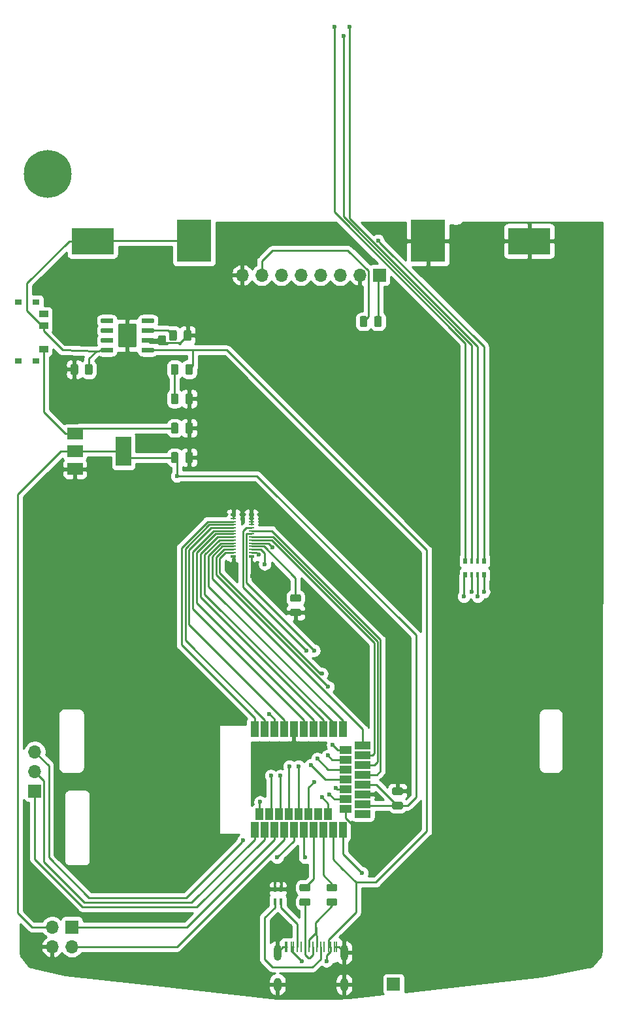
<source format=gbr>
G04 #@! TF.GenerationSoftware,KiCad,Pcbnew,5.1.5*
G04 #@! TF.CreationDate,2020-02-22T18:04:54-06:00*
G04 #@! TF.ProjectId,BSidesIA2020,42536964-6573-4494-9132-3032302e6b69,rev?*
G04 #@! TF.SameCoordinates,Original*
G04 #@! TF.FileFunction,Copper,L2,Bot*
G04 #@! TF.FilePolarity,Positive*
%FSLAX46Y46*%
G04 Gerber Fmt 4.6, Leading zero omitted, Abs format (unit mm)*
G04 Created by KiCad (PCBNEW 5.1.5) date 2020-02-22 18:04:54*
%MOMM*%
%LPD*%
G04 APERTURE LIST*
%ADD10C,6.200000*%
%ADD11R,5.500000X3.500000*%
%ADD12R,4.500000X5.500000*%
%ADD13C,0.100000*%
%ADD14R,1.700000X1.700000*%
%ADD15O,1.700000X1.700000*%
%ADD16O,1.000000X2.100000*%
%ADD17O,1.000000X1.800000*%
%ADD18R,0.250000X1.400000*%
%ADD19R,0.900000X0.800000*%
%ADD20R,1.250000X0.900000*%
%ADD21R,0.400000X0.900000*%
%ADD22R,0.500000X0.800000*%
%ADD23R,0.400000X0.800000*%
%ADD24R,2.000000X3.800000*%
%ADD25R,2.000000X1.500000*%
%ADD26R,0.800000X0.200000*%
%ADD27R,0.800000X0.400000*%
%ADD28R,2.000000X1.000000*%
%ADD29R,1.000000X2.000000*%
%ADD30R,1.500000X1.000000*%
%ADD31R,1.000000X1.500000*%
%ADD32C,0.600000*%
%ADD33C,0.250000*%
%ADD34C,0.254000*%
G04 APERTURE END LIST*
D10*
X111700000Y-53050000D03*
D11*
X117475212Y-61775000D03*
X174075212Y-61775000D03*
D12*
X130650212Y-61750000D03*
X160950212Y-61750000D03*
G04 #@! TA.AperFunction,SMDPad,CuDef*
D13*
G36*
X157480142Y-132513674D02*
G01*
X157503803Y-132517184D01*
X157527007Y-132522996D01*
X157549529Y-132531054D01*
X157571153Y-132541282D01*
X157591670Y-132553579D01*
X157610883Y-132567829D01*
X157628607Y-132583893D01*
X157644671Y-132601617D01*
X157658921Y-132620830D01*
X157671218Y-132641347D01*
X157681446Y-132662971D01*
X157689504Y-132685493D01*
X157695316Y-132708697D01*
X157698826Y-132732358D01*
X157700000Y-132756250D01*
X157700000Y-133243750D01*
X157698826Y-133267642D01*
X157695316Y-133291303D01*
X157689504Y-133314507D01*
X157681446Y-133337029D01*
X157671218Y-133358653D01*
X157658921Y-133379170D01*
X157644671Y-133398383D01*
X157628607Y-133416107D01*
X157610883Y-133432171D01*
X157591670Y-133446421D01*
X157571153Y-133458718D01*
X157549529Y-133468946D01*
X157527007Y-133477004D01*
X157503803Y-133482816D01*
X157480142Y-133486326D01*
X157456250Y-133487500D01*
X156543750Y-133487500D01*
X156519858Y-133486326D01*
X156496197Y-133482816D01*
X156472993Y-133477004D01*
X156450471Y-133468946D01*
X156428847Y-133458718D01*
X156408330Y-133446421D01*
X156389117Y-133432171D01*
X156371393Y-133416107D01*
X156355329Y-133398383D01*
X156341079Y-133379170D01*
X156328782Y-133358653D01*
X156318554Y-133337029D01*
X156310496Y-133314507D01*
X156304684Y-133291303D01*
X156301174Y-133267642D01*
X156300000Y-133243750D01*
X156300000Y-132756250D01*
X156301174Y-132732358D01*
X156304684Y-132708697D01*
X156310496Y-132685493D01*
X156318554Y-132662971D01*
X156328782Y-132641347D01*
X156341079Y-132620830D01*
X156355329Y-132601617D01*
X156371393Y-132583893D01*
X156389117Y-132567829D01*
X156408330Y-132553579D01*
X156428847Y-132541282D01*
X156450471Y-132531054D01*
X156472993Y-132522996D01*
X156496197Y-132517184D01*
X156519858Y-132513674D01*
X156543750Y-132512500D01*
X157456250Y-132512500D01*
X157480142Y-132513674D01*
G37*
G04 #@! TD.AperFunction*
G04 #@! TA.AperFunction,SMDPad,CuDef*
G36*
X157480142Y-134388674D02*
G01*
X157503803Y-134392184D01*
X157527007Y-134397996D01*
X157549529Y-134406054D01*
X157571153Y-134416282D01*
X157591670Y-134428579D01*
X157610883Y-134442829D01*
X157628607Y-134458893D01*
X157644671Y-134476617D01*
X157658921Y-134495830D01*
X157671218Y-134516347D01*
X157681446Y-134537971D01*
X157689504Y-134560493D01*
X157695316Y-134583697D01*
X157698826Y-134607358D01*
X157700000Y-134631250D01*
X157700000Y-135118750D01*
X157698826Y-135142642D01*
X157695316Y-135166303D01*
X157689504Y-135189507D01*
X157681446Y-135212029D01*
X157671218Y-135233653D01*
X157658921Y-135254170D01*
X157644671Y-135273383D01*
X157628607Y-135291107D01*
X157610883Y-135307171D01*
X157591670Y-135321421D01*
X157571153Y-135333718D01*
X157549529Y-135343946D01*
X157527007Y-135352004D01*
X157503803Y-135357816D01*
X157480142Y-135361326D01*
X157456250Y-135362500D01*
X156543750Y-135362500D01*
X156519858Y-135361326D01*
X156496197Y-135357816D01*
X156472993Y-135352004D01*
X156450471Y-135343946D01*
X156428847Y-135333718D01*
X156408330Y-135321421D01*
X156389117Y-135307171D01*
X156371393Y-135291107D01*
X156355329Y-135273383D01*
X156341079Y-135254170D01*
X156328782Y-135233653D01*
X156318554Y-135212029D01*
X156310496Y-135189507D01*
X156304684Y-135166303D01*
X156301174Y-135142642D01*
X156300000Y-135118750D01*
X156300000Y-134631250D01*
X156301174Y-134607358D01*
X156304684Y-134583697D01*
X156310496Y-134560493D01*
X156318554Y-134537971D01*
X156328782Y-134516347D01*
X156341079Y-134495830D01*
X156355329Y-134476617D01*
X156371393Y-134458893D01*
X156389117Y-134442829D01*
X156408330Y-134428579D01*
X156428847Y-134416282D01*
X156450471Y-134406054D01*
X156472993Y-134397996D01*
X156496197Y-134392184D01*
X156519858Y-134388674D01*
X156543750Y-134387500D01*
X157456250Y-134387500D01*
X157480142Y-134388674D01*
G37*
G04 #@! TD.AperFunction*
G04 #@! TA.AperFunction,SMDPad,CuDef*
G36*
X128392642Y-85301174D02*
G01*
X128416303Y-85304684D01*
X128439507Y-85310496D01*
X128462029Y-85318554D01*
X128483653Y-85328782D01*
X128504170Y-85341079D01*
X128523383Y-85355329D01*
X128541107Y-85371393D01*
X128557171Y-85389117D01*
X128571421Y-85408330D01*
X128583718Y-85428847D01*
X128593946Y-85450471D01*
X128602004Y-85472993D01*
X128607816Y-85496197D01*
X128611326Y-85519858D01*
X128612500Y-85543750D01*
X128612500Y-86456250D01*
X128611326Y-86480142D01*
X128607816Y-86503803D01*
X128602004Y-86527007D01*
X128593946Y-86549529D01*
X128583718Y-86571153D01*
X128571421Y-86591670D01*
X128557171Y-86610883D01*
X128541107Y-86628607D01*
X128523383Y-86644671D01*
X128504170Y-86658921D01*
X128483653Y-86671218D01*
X128462029Y-86681446D01*
X128439507Y-86689504D01*
X128416303Y-86695316D01*
X128392642Y-86698826D01*
X128368750Y-86700000D01*
X127881250Y-86700000D01*
X127857358Y-86698826D01*
X127833697Y-86695316D01*
X127810493Y-86689504D01*
X127787971Y-86681446D01*
X127766347Y-86671218D01*
X127745830Y-86658921D01*
X127726617Y-86644671D01*
X127708893Y-86628607D01*
X127692829Y-86610883D01*
X127678579Y-86591670D01*
X127666282Y-86571153D01*
X127656054Y-86549529D01*
X127647996Y-86527007D01*
X127642184Y-86503803D01*
X127638674Y-86480142D01*
X127637500Y-86456250D01*
X127637500Y-85543750D01*
X127638674Y-85519858D01*
X127642184Y-85496197D01*
X127647996Y-85472993D01*
X127656054Y-85450471D01*
X127666282Y-85428847D01*
X127678579Y-85408330D01*
X127692829Y-85389117D01*
X127708893Y-85371393D01*
X127726617Y-85355329D01*
X127745830Y-85341079D01*
X127766347Y-85328782D01*
X127787971Y-85318554D01*
X127810493Y-85310496D01*
X127833697Y-85304684D01*
X127857358Y-85301174D01*
X127881250Y-85300000D01*
X128368750Y-85300000D01*
X128392642Y-85301174D01*
G37*
G04 #@! TD.AperFunction*
G04 #@! TA.AperFunction,SMDPad,CuDef*
G36*
X130267642Y-85301174D02*
G01*
X130291303Y-85304684D01*
X130314507Y-85310496D01*
X130337029Y-85318554D01*
X130358653Y-85328782D01*
X130379170Y-85341079D01*
X130398383Y-85355329D01*
X130416107Y-85371393D01*
X130432171Y-85389117D01*
X130446421Y-85408330D01*
X130458718Y-85428847D01*
X130468946Y-85450471D01*
X130477004Y-85472993D01*
X130482816Y-85496197D01*
X130486326Y-85519858D01*
X130487500Y-85543750D01*
X130487500Y-86456250D01*
X130486326Y-86480142D01*
X130482816Y-86503803D01*
X130477004Y-86527007D01*
X130468946Y-86549529D01*
X130458718Y-86571153D01*
X130446421Y-86591670D01*
X130432171Y-86610883D01*
X130416107Y-86628607D01*
X130398383Y-86644671D01*
X130379170Y-86658921D01*
X130358653Y-86671218D01*
X130337029Y-86681446D01*
X130314507Y-86689504D01*
X130291303Y-86695316D01*
X130267642Y-86698826D01*
X130243750Y-86700000D01*
X129756250Y-86700000D01*
X129732358Y-86698826D01*
X129708697Y-86695316D01*
X129685493Y-86689504D01*
X129662971Y-86681446D01*
X129641347Y-86671218D01*
X129620830Y-86658921D01*
X129601617Y-86644671D01*
X129583893Y-86628607D01*
X129567829Y-86610883D01*
X129553579Y-86591670D01*
X129541282Y-86571153D01*
X129531054Y-86549529D01*
X129522996Y-86527007D01*
X129517184Y-86503803D01*
X129513674Y-86480142D01*
X129512500Y-86456250D01*
X129512500Y-85543750D01*
X129513674Y-85519858D01*
X129517184Y-85496197D01*
X129522996Y-85472993D01*
X129531054Y-85450471D01*
X129541282Y-85428847D01*
X129553579Y-85408330D01*
X129567829Y-85389117D01*
X129583893Y-85371393D01*
X129601617Y-85355329D01*
X129620830Y-85341079D01*
X129641347Y-85328782D01*
X129662971Y-85318554D01*
X129685493Y-85310496D01*
X129708697Y-85304684D01*
X129732358Y-85301174D01*
X129756250Y-85300000D01*
X130243750Y-85300000D01*
X130267642Y-85301174D01*
G37*
G04 #@! TD.AperFunction*
G04 #@! TA.AperFunction,SMDPad,CuDef*
G36*
X130267642Y-89101174D02*
G01*
X130291303Y-89104684D01*
X130314507Y-89110496D01*
X130337029Y-89118554D01*
X130358653Y-89128782D01*
X130379170Y-89141079D01*
X130398383Y-89155329D01*
X130416107Y-89171393D01*
X130432171Y-89189117D01*
X130446421Y-89208330D01*
X130458718Y-89228847D01*
X130468946Y-89250471D01*
X130477004Y-89272993D01*
X130482816Y-89296197D01*
X130486326Y-89319858D01*
X130487500Y-89343750D01*
X130487500Y-90256250D01*
X130486326Y-90280142D01*
X130482816Y-90303803D01*
X130477004Y-90327007D01*
X130468946Y-90349529D01*
X130458718Y-90371153D01*
X130446421Y-90391670D01*
X130432171Y-90410883D01*
X130416107Y-90428607D01*
X130398383Y-90444671D01*
X130379170Y-90458921D01*
X130358653Y-90471218D01*
X130337029Y-90481446D01*
X130314507Y-90489504D01*
X130291303Y-90495316D01*
X130267642Y-90498826D01*
X130243750Y-90500000D01*
X129756250Y-90500000D01*
X129732358Y-90498826D01*
X129708697Y-90495316D01*
X129685493Y-90489504D01*
X129662971Y-90481446D01*
X129641347Y-90471218D01*
X129620830Y-90458921D01*
X129601617Y-90444671D01*
X129583893Y-90428607D01*
X129567829Y-90410883D01*
X129553579Y-90391670D01*
X129541282Y-90371153D01*
X129531054Y-90349529D01*
X129522996Y-90327007D01*
X129517184Y-90303803D01*
X129513674Y-90280142D01*
X129512500Y-90256250D01*
X129512500Y-89343750D01*
X129513674Y-89319858D01*
X129517184Y-89296197D01*
X129522996Y-89272993D01*
X129531054Y-89250471D01*
X129541282Y-89228847D01*
X129553579Y-89208330D01*
X129567829Y-89189117D01*
X129583893Y-89171393D01*
X129601617Y-89155329D01*
X129620830Y-89141079D01*
X129641347Y-89128782D01*
X129662971Y-89118554D01*
X129685493Y-89110496D01*
X129708697Y-89104684D01*
X129732358Y-89101174D01*
X129756250Y-89100000D01*
X130243750Y-89100000D01*
X130267642Y-89101174D01*
G37*
G04 #@! TD.AperFunction*
G04 #@! TA.AperFunction,SMDPad,CuDef*
G36*
X128392642Y-89101174D02*
G01*
X128416303Y-89104684D01*
X128439507Y-89110496D01*
X128462029Y-89118554D01*
X128483653Y-89128782D01*
X128504170Y-89141079D01*
X128523383Y-89155329D01*
X128541107Y-89171393D01*
X128557171Y-89189117D01*
X128571421Y-89208330D01*
X128583718Y-89228847D01*
X128593946Y-89250471D01*
X128602004Y-89272993D01*
X128607816Y-89296197D01*
X128611326Y-89319858D01*
X128612500Y-89343750D01*
X128612500Y-90256250D01*
X128611326Y-90280142D01*
X128607816Y-90303803D01*
X128602004Y-90327007D01*
X128593946Y-90349529D01*
X128583718Y-90371153D01*
X128571421Y-90391670D01*
X128557171Y-90410883D01*
X128541107Y-90428607D01*
X128523383Y-90444671D01*
X128504170Y-90458921D01*
X128483653Y-90471218D01*
X128462029Y-90481446D01*
X128439507Y-90489504D01*
X128416303Y-90495316D01*
X128392642Y-90498826D01*
X128368750Y-90500000D01*
X127881250Y-90500000D01*
X127857358Y-90498826D01*
X127833697Y-90495316D01*
X127810493Y-90489504D01*
X127787971Y-90481446D01*
X127766347Y-90471218D01*
X127745830Y-90458921D01*
X127726617Y-90444671D01*
X127708893Y-90428607D01*
X127692829Y-90410883D01*
X127678579Y-90391670D01*
X127666282Y-90371153D01*
X127656054Y-90349529D01*
X127647996Y-90327007D01*
X127642184Y-90303803D01*
X127638674Y-90280142D01*
X127637500Y-90256250D01*
X127637500Y-89343750D01*
X127638674Y-89319858D01*
X127642184Y-89296197D01*
X127647996Y-89272993D01*
X127656054Y-89250471D01*
X127666282Y-89228847D01*
X127678579Y-89208330D01*
X127692829Y-89189117D01*
X127708893Y-89171393D01*
X127726617Y-89155329D01*
X127745830Y-89141079D01*
X127766347Y-89128782D01*
X127787971Y-89118554D01*
X127810493Y-89110496D01*
X127833697Y-89104684D01*
X127857358Y-89101174D01*
X127881250Y-89100000D01*
X128368750Y-89100000D01*
X128392642Y-89101174D01*
G37*
G04 #@! TD.AperFunction*
G04 #@! TA.AperFunction,SMDPad,CuDef*
G36*
X130267642Y-77701174D02*
G01*
X130291303Y-77704684D01*
X130314507Y-77710496D01*
X130337029Y-77718554D01*
X130358653Y-77728782D01*
X130379170Y-77741079D01*
X130398383Y-77755329D01*
X130416107Y-77771393D01*
X130432171Y-77789117D01*
X130446421Y-77808330D01*
X130458718Y-77828847D01*
X130468946Y-77850471D01*
X130477004Y-77872993D01*
X130482816Y-77896197D01*
X130486326Y-77919858D01*
X130487500Y-77943750D01*
X130487500Y-78856250D01*
X130486326Y-78880142D01*
X130482816Y-78903803D01*
X130477004Y-78927007D01*
X130468946Y-78949529D01*
X130458718Y-78971153D01*
X130446421Y-78991670D01*
X130432171Y-79010883D01*
X130416107Y-79028607D01*
X130398383Y-79044671D01*
X130379170Y-79058921D01*
X130358653Y-79071218D01*
X130337029Y-79081446D01*
X130314507Y-79089504D01*
X130291303Y-79095316D01*
X130267642Y-79098826D01*
X130243750Y-79100000D01*
X129756250Y-79100000D01*
X129732358Y-79098826D01*
X129708697Y-79095316D01*
X129685493Y-79089504D01*
X129662971Y-79081446D01*
X129641347Y-79071218D01*
X129620830Y-79058921D01*
X129601617Y-79044671D01*
X129583893Y-79028607D01*
X129567829Y-79010883D01*
X129553579Y-78991670D01*
X129541282Y-78971153D01*
X129531054Y-78949529D01*
X129522996Y-78927007D01*
X129517184Y-78903803D01*
X129513674Y-78880142D01*
X129512500Y-78856250D01*
X129512500Y-77943750D01*
X129513674Y-77919858D01*
X129517184Y-77896197D01*
X129522996Y-77872993D01*
X129531054Y-77850471D01*
X129541282Y-77828847D01*
X129553579Y-77808330D01*
X129567829Y-77789117D01*
X129583893Y-77771393D01*
X129601617Y-77755329D01*
X129620830Y-77741079D01*
X129641347Y-77728782D01*
X129662971Y-77718554D01*
X129685493Y-77710496D01*
X129708697Y-77704684D01*
X129732358Y-77701174D01*
X129756250Y-77700000D01*
X130243750Y-77700000D01*
X130267642Y-77701174D01*
G37*
G04 #@! TD.AperFunction*
G04 #@! TA.AperFunction,SMDPad,CuDef*
G36*
X128392642Y-77701174D02*
G01*
X128416303Y-77704684D01*
X128439507Y-77710496D01*
X128462029Y-77718554D01*
X128483653Y-77728782D01*
X128504170Y-77741079D01*
X128523383Y-77755329D01*
X128541107Y-77771393D01*
X128557171Y-77789117D01*
X128571421Y-77808330D01*
X128583718Y-77828847D01*
X128593946Y-77850471D01*
X128602004Y-77872993D01*
X128607816Y-77896197D01*
X128611326Y-77919858D01*
X128612500Y-77943750D01*
X128612500Y-78856250D01*
X128611326Y-78880142D01*
X128607816Y-78903803D01*
X128602004Y-78927007D01*
X128593946Y-78949529D01*
X128583718Y-78971153D01*
X128571421Y-78991670D01*
X128557171Y-79010883D01*
X128541107Y-79028607D01*
X128523383Y-79044671D01*
X128504170Y-79058921D01*
X128483653Y-79071218D01*
X128462029Y-79081446D01*
X128439507Y-79089504D01*
X128416303Y-79095316D01*
X128392642Y-79098826D01*
X128368750Y-79100000D01*
X127881250Y-79100000D01*
X127857358Y-79098826D01*
X127833697Y-79095316D01*
X127810493Y-79089504D01*
X127787971Y-79081446D01*
X127766347Y-79071218D01*
X127745830Y-79058921D01*
X127726617Y-79044671D01*
X127708893Y-79028607D01*
X127692829Y-79010883D01*
X127678579Y-78991670D01*
X127666282Y-78971153D01*
X127656054Y-78949529D01*
X127647996Y-78927007D01*
X127642184Y-78903803D01*
X127638674Y-78880142D01*
X127637500Y-78856250D01*
X127637500Y-77943750D01*
X127638674Y-77919858D01*
X127642184Y-77896197D01*
X127647996Y-77872993D01*
X127656054Y-77850471D01*
X127666282Y-77828847D01*
X127678579Y-77808330D01*
X127692829Y-77789117D01*
X127708893Y-77771393D01*
X127726617Y-77755329D01*
X127745830Y-77741079D01*
X127766347Y-77728782D01*
X127787971Y-77718554D01*
X127810493Y-77710496D01*
X127833697Y-77704684D01*
X127857358Y-77701174D01*
X127881250Y-77700000D01*
X128368750Y-77700000D01*
X128392642Y-77701174D01*
G37*
G04 #@! TD.AperFunction*
G04 #@! TA.AperFunction,SMDPad,CuDef*
G36*
X115392642Y-77701174D02*
G01*
X115416303Y-77704684D01*
X115439507Y-77710496D01*
X115462029Y-77718554D01*
X115483653Y-77728782D01*
X115504170Y-77741079D01*
X115523383Y-77755329D01*
X115541107Y-77771393D01*
X115557171Y-77789117D01*
X115571421Y-77808330D01*
X115583718Y-77828847D01*
X115593946Y-77850471D01*
X115602004Y-77872993D01*
X115607816Y-77896197D01*
X115611326Y-77919858D01*
X115612500Y-77943750D01*
X115612500Y-78856250D01*
X115611326Y-78880142D01*
X115607816Y-78903803D01*
X115602004Y-78927007D01*
X115593946Y-78949529D01*
X115583718Y-78971153D01*
X115571421Y-78991670D01*
X115557171Y-79010883D01*
X115541107Y-79028607D01*
X115523383Y-79044671D01*
X115504170Y-79058921D01*
X115483653Y-79071218D01*
X115462029Y-79081446D01*
X115439507Y-79089504D01*
X115416303Y-79095316D01*
X115392642Y-79098826D01*
X115368750Y-79100000D01*
X114881250Y-79100000D01*
X114857358Y-79098826D01*
X114833697Y-79095316D01*
X114810493Y-79089504D01*
X114787971Y-79081446D01*
X114766347Y-79071218D01*
X114745830Y-79058921D01*
X114726617Y-79044671D01*
X114708893Y-79028607D01*
X114692829Y-79010883D01*
X114678579Y-78991670D01*
X114666282Y-78971153D01*
X114656054Y-78949529D01*
X114647996Y-78927007D01*
X114642184Y-78903803D01*
X114638674Y-78880142D01*
X114637500Y-78856250D01*
X114637500Y-77943750D01*
X114638674Y-77919858D01*
X114642184Y-77896197D01*
X114647996Y-77872993D01*
X114656054Y-77850471D01*
X114666282Y-77828847D01*
X114678579Y-77808330D01*
X114692829Y-77789117D01*
X114708893Y-77771393D01*
X114726617Y-77755329D01*
X114745830Y-77741079D01*
X114766347Y-77728782D01*
X114787971Y-77718554D01*
X114810493Y-77710496D01*
X114833697Y-77704684D01*
X114857358Y-77701174D01*
X114881250Y-77700000D01*
X115368750Y-77700000D01*
X115392642Y-77701174D01*
G37*
G04 #@! TD.AperFunction*
G04 #@! TA.AperFunction,SMDPad,CuDef*
G36*
X117267642Y-77701174D02*
G01*
X117291303Y-77704684D01*
X117314507Y-77710496D01*
X117337029Y-77718554D01*
X117358653Y-77728782D01*
X117379170Y-77741079D01*
X117398383Y-77755329D01*
X117416107Y-77771393D01*
X117432171Y-77789117D01*
X117446421Y-77808330D01*
X117458718Y-77828847D01*
X117468946Y-77850471D01*
X117477004Y-77872993D01*
X117482816Y-77896197D01*
X117486326Y-77919858D01*
X117487500Y-77943750D01*
X117487500Y-78856250D01*
X117486326Y-78880142D01*
X117482816Y-78903803D01*
X117477004Y-78927007D01*
X117468946Y-78949529D01*
X117458718Y-78971153D01*
X117446421Y-78991670D01*
X117432171Y-79010883D01*
X117416107Y-79028607D01*
X117398383Y-79044671D01*
X117379170Y-79058921D01*
X117358653Y-79071218D01*
X117337029Y-79081446D01*
X117314507Y-79089504D01*
X117291303Y-79095316D01*
X117267642Y-79098826D01*
X117243750Y-79100000D01*
X116756250Y-79100000D01*
X116732358Y-79098826D01*
X116708697Y-79095316D01*
X116685493Y-79089504D01*
X116662971Y-79081446D01*
X116641347Y-79071218D01*
X116620830Y-79058921D01*
X116601617Y-79044671D01*
X116583893Y-79028607D01*
X116567829Y-79010883D01*
X116553579Y-78991670D01*
X116541282Y-78971153D01*
X116531054Y-78949529D01*
X116522996Y-78927007D01*
X116517184Y-78903803D01*
X116513674Y-78880142D01*
X116512500Y-78856250D01*
X116512500Y-77943750D01*
X116513674Y-77919858D01*
X116517184Y-77896197D01*
X116522996Y-77872993D01*
X116531054Y-77850471D01*
X116541282Y-77828847D01*
X116553579Y-77808330D01*
X116567829Y-77789117D01*
X116583893Y-77771393D01*
X116601617Y-77755329D01*
X116620830Y-77741079D01*
X116641347Y-77728782D01*
X116662971Y-77718554D01*
X116685493Y-77710496D01*
X116708697Y-77704684D01*
X116732358Y-77701174D01*
X116756250Y-77700000D01*
X117243750Y-77700000D01*
X117267642Y-77701174D01*
G37*
G04 #@! TD.AperFunction*
D14*
X114800000Y-150600000D03*
D15*
X112260000Y-150600000D03*
X114800000Y-153140000D03*
X112260000Y-153140000D03*
D14*
X156500000Y-158000000D03*
X110000000Y-133000000D03*
D15*
X110000000Y-130460000D03*
X110000000Y-127920000D03*
D14*
X154650212Y-66200000D03*
D15*
X152110212Y-66200000D03*
X149570212Y-66200000D03*
X147030212Y-66200000D03*
X144490212Y-66200000D03*
X141950212Y-66200000D03*
X139410212Y-66200000D03*
X136870212Y-66200000D03*
D16*
X150095212Y-153900000D03*
X141455212Y-153900000D03*
D17*
X150095212Y-158050000D03*
X141455212Y-158050000D03*
D18*
X145525212Y-153200000D03*
X146025212Y-153200000D03*
X146525212Y-153200000D03*
X145025212Y-153200000D03*
X144525212Y-153200000D03*
X147025212Y-153200000D03*
X144025212Y-153200000D03*
X147525212Y-153200000D03*
X149100212Y-153200000D03*
X148850212Y-153200000D03*
X148300212Y-153200000D03*
X148050212Y-153200000D03*
X143500212Y-153200000D03*
X143250212Y-153200000D03*
X142700212Y-153200000D03*
X142450212Y-153200000D03*
G04 #@! TA.AperFunction,SMDPad,CuDef*
D13*
G36*
X144280142Y-107513674D02*
G01*
X144303803Y-107517184D01*
X144327007Y-107522996D01*
X144349529Y-107531054D01*
X144371153Y-107541282D01*
X144391670Y-107553579D01*
X144410883Y-107567829D01*
X144428607Y-107583893D01*
X144444671Y-107601617D01*
X144458921Y-107620830D01*
X144471218Y-107641347D01*
X144481446Y-107662971D01*
X144489504Y-107685493D01*
X144495316Y-107708697D01*
X144498826Y-107732358D01*
X144500000Y-107756250D01*
X144500000Y-108243750D01*
X144498826Y-108267642D01*
X144495316Y-108291303D01*
X144489504Y-108314507D01*
X144481446Y-108337029D01*
X144471218Y-108358653D01*
X144458921Y-108379170D01*
X144444671Y-108398383D01*
X144428607Y-108416107D01*
X144410883Y-108432171D01*
X144391670Y-108446421D01*
X144371153Y-108458718D01*
X144349529Y-108468946D01*
X144327007Y-108477004D01*
X144303803Y-108482816D01*
X144280142Y-108486326D01*
X144256250Y-108487500D01*
X143343750Y-108487500D01*
X143319858Y-108486326D01*
X143296197Y-108482816D01*
X143272993Y-108477004D01*
X143250471Y-108468946D01*
X143228847Y-108458718D01*
X143208330Y-108446421D01*
X143189117Y-108432171D01*
X143171393Y-108416107D01*
X143155329Y-108398383D01*
X143141079Y-108379170D01*
X143128782Y-108358653D01*
X143118554Y-108337029D01*
X143110496Y-108314507D01*
X143104684Y-108291303D01*
X143101174Y-108267642D01*
X143100000Y-108243750D01*
X143100000Y-107756250D01*
X143101174Y-107732358D01*
X143104684Y-107708697D01*
X143110496Y-107685493D01*
X143118554Y-107662971D01*
X143128782Y-107641347D01*
X143141079Y-107620830D01*
X143155329Y-107601617D01*
X143171393Y-107583893D01*
X143189117Y-107567829D01*
X143208330Y-107553579D01*
X143228847Y-107541282D01*
X143250471Y-107531054D01*
X143272993Y-107522996D01*
X143296197Y-107517184D01*
X143319858Y-107513674D01*
X143343750Y-107512500D01*
X144256250Y-107512500D01*
X144280142Y-107513674D01*
G37*
G04 #@! TD.AperFunction*
G04 #@! TA.AperFunction,SMDPad,CuDef*
G36*
X144280142Y-109388674D02*
G01*
X144303803Y-109392184D01*
X144327007Y-109397996D01*
X144349529Y-109406054D01*
X144371153Y-109416282D01*
X144391670Y-109428579D01*
X144410883Y-109442829D01*
X144428607Y-109458893D01*
X144444671Y-109476617D01*
X144458921Y-109495830D01*
X144471218Y-109516347D01*
X144481446Y-109537971D01*
X144489504Y-109560493D01*
X144495316Y-109583697D01*
X144498826Y-109607358D01*
X144500000Y-109631250D01*
X144500000Y-110118750D01*
X144498826Y-110142642D01*
X144495316Y-110166303D01*
X144489504Y-110189507D01*
X144481446Y-110212029D01*
X144471218Y-110233653D01*
X144458921Y-110254170D01*
X144444671Y-110273383D01*
X144428607Y-110291107D01*
X144410883Y-110307171D01*
X144391670Y-110321421D01*
X144371153Y-110333718D01*
X144349529Y-110343946D01*
X144327007Y-110352004D01*
X144303803Y-110357816D01*
X144280142Y-110361326D01*
X144256250Y-110362500D01*
X143343750Y-110362500D01*
X143319858Y-110361326D01*
X143296197Y-110357816D01*
X143272993Y-110352004D01*
X143250471Y-110343946D01*
X143228847Y-110333718D01*
X143208330Y-110321421D01*
X143189117Y-110307171D01*
X143171393Y-110291107D01*
X143155329Y-110273383D01*
X143141079Y-110254170D01*
X143128782Y-110233653D01*
X143118554Y-110212029D01*
X143110496Y-110189507D01*
X143104684Y-110166303D01*
X143101174Y-110142642D01*
X143100000Y-110118750D01*
X143100000Y-109631250D01*
X143101174Y-109607358D01*
X143104684Y-109583697D01*
X143110496Y-109560493D01*
X143118554Y-109537971D01*
X143128782Y-109516347D01*
X143141079Y-109495830D01*
X143155329Y-109476617D01*
X143171393Y-109458893D01*
X143189117Y-109442829D01*
X143208330Y-109428579D01*
X143228847Y-109416282D01*
X143250471Y-109406054D01*
X143272993Y-109397996D01*
X143296197Y-109392184D01*
X143319858Y-109388674D01*
X143343750Y-109387500D01*
X144256250Y-109387500D01*
X144280142Y-109388674D01*
G37*
G04 #@! TD.AperFunction*
D19*
X107850000Y-69700000D03*
X107850000Y-77300000D03*
X110150000Y-77310000D03*
X110150000Y-69700000D03*
D20*
X111125000Y-71250000D03*
X111125000Y-72750000D03*
X111125000Y-75750000D03*
G04 #@! TA.AperFunction,SMDPad,CuDef*
D13*
G36*
X148980142Y-146888674D02*
G01*
X149003803Y-146892184D01*
X149027007Y-146897996D01*
X149049529Y-146906054D01*
X149071153Y-146916282D01*
X149091670Y-146928579D01*
X149110883Y-146942829D01*
X149128607Y-146958893D01*
X149144671Y-146976617D01*
X149158921Y-146995830D01*
X149171218Y-147016347D01*
X149181446Y-147037971D01*
X149189504Y-147060493D01*
X149195316Y-147083697D01*
X149198826Y-147107358D01*
X149200000Y-147131250D01*
X149200000Y-147618750D01*
X149198826Y-147642642D01*
X149195316Y-147666303D01*
X149189504Y-147689507D01*
X149181446Y-147712029D01*
X149171218Y-147733653D01*
X149158921Y-147754170D01*
X149144671Y-147773383D01*
X149128607Y-147791107D01*
X149110883Y-147807171D01*
X149091670Y-147821421D01*
X149071153Y-147833718D01*
X149049529Y-147843946D01*
X149027007Y-147852004D01*
X149003803Y-147857816D01*
X148980142Y-147861326D01*
X148956250Y-147862500D01*
X148043750Y-147862500D01*
X148019858Y-147861326D01*
X147996197Y-147857816D01*
X147972993Y-147852004D01*
X147950471Y-147843946D01*
X147928847Y-147833718D01*
X147908330Y-147821421D01*
X147889117Y-147807171D01*
X147871393Y-147791107D01*
X147855329Y-147773383D01*
X147841079Y-147754170D01*
X147828782Y-147733653D01*
X147818554Y-147712029D01*
X147810496Y-147689507D01*
X147804684Y-147666303D01*
X147801174Y-147642642D01*
X147800000Y-147618750D01*
X147800000Y-147131250D01*
X147801174Y-147107358D01*
X147804684Y-147083697D01*
X147810496Y-147060493D01*
X147818554Y-147037971D01*
X147828782Y-147016347D01*
X147841079Y-146995830D01*
X147855329Y-146976617D01*
X147871393Y-146958893D01*
X147889117Y-146942829D01*
X147908330Y-146928579D01*
X147928847Y-146916282D01*
X147950471Y-146906054D01*
X147972993Y-146897996D01*
X147996197Y-146892184D01*
X148019858Y-146888674D01*
X148043750Y-146887500D01*
X148956250Y-146887500D01*
X148980142Y-146888674D01*
G37*
G04 #@! TD.AperFunction*
G04 #@! TA.AperFunction,SMDPad,CuDef*
G36*
X148980142Y-145013674D02*
G01*
X149003803Y-145017184D01*
X149027007Y-145022996D01*
X149049529Y-145031054D01*
X149071153Y-145041282D01*
X149091670Y-145053579D01*
X149110883Y-145067829D01*
X149128607Y-145083893D01*
X149144671Y-145101617D01*
X149158921Y-145120830D01*
X149171218Y-145141347D01*
X149181446Y-145162971D01*
X149189504Y-145185493D01*
X149195316Y-145208697D01*
X149198826Y-145232358D01*
X149200000Y-145256250D01*
X149200000Y-145743750D01*
X149198826Y-145767642D01*
X149195316Y-145791303D01*
X149189504Y-145814507D01*
X149181446Y-145837029D01*
X149171218Y-145858653D01*
X149158921Y-145879170D01*
X149144671Y-145898383D01*
X149128607Y-145916107D01*
X149110883Y-145932171D01*
X149091670Y-145946421D01*
X149071153Y-145958718D01*
X149049529Y-145968946D01*
X149027007Y-145977004D01*
X149003803Y-145982816D01*
X148980142Y-145986326D01*
X148956250Y-145987500D01*
X148043750Y-145987500D01*
X148019858Y-145986326D01*
X147996197Y-145982816D01*
X147972993Y-145977004D01*
X147950471Y-145968946D01*
X147928847Y-145958718D01*
X147908330Y-145946421D01*
X147889117Y-145932171D01*
X147871393Y-145916107D01*
X147855329Y-145898383D01*
X147841079Y-145879170D01*
X147828782Y-145858653D01*
X147818554Y-145837029D01*
X147810496Y-145814507D01*
X147804684Y-145791303D01*
X147801174Y-145767642D01*
X147800000Y-145743750D01*
X147800000Y-145256250D01*
X147801174Y-145232358D01*
X147804684Y-145208697D01*
X147810496Y-145185493D01*
X147818554Y-145162971D01*
X147828782Y-145141347D01*
X147841079Y-145120830D01*
X147855329Y-145101617D01*
X147871393Y-145083893D01*
X147889117Y-145067829D01*
X147908330Y-145053579D01*
X147928847Y-145041282D01*
X147950471Y-145031054D01*
X147972993Y-145022996D01*
X147996197Y-145017184D01*
X148019858Y-145013674D01*
X148043750Y-145012500D01*
X148956250Y-145012500D01*
X148980142Y-145013674D01*
G37*
G04 #@! TD.AperFunction*
G04 #@! TA.AperFunction,SMDPad,CuDef*
G36*
X130067642Y-73301174D02*
G01*
X130091303Y-73304684D01*
X130114507Y-73310496D01*
X130137029Y-73318554D01*
X130158653Y-73328782D01*
X130179170Y-73341079D01*
X130198383Y-73355329D01*
X130216107Y-73371393D01*
X130232171Y-73389117D01*
X130246421Y-73408330D01*
X130258718Y-73428847D01*
X130268946Y-73450471D01*
X130277004Y-73472993D01*
X130282816Y-73496197D01*
X130286326Y-73519858D01*
X130287500Y-73543750D01*
X130287500Y-74456250D01*
X130286326Y-74480142D01*
X130282816Y-74503803D01*
X130277004Y-74527007D01*
X130268946Y-74549529D01*
X130258718Y-74571153D01*
X130246421Y-74591670D01*
X130232171Y-74610883D01*
X130216107Y-74628607D01*
X130198383Y-74644671D01*
X130179170Y-74658921D01*
X130158653Y-74671218D01*
X130137029Y-74681446D01*
X130114507Y-74689504D01*
X130091303Y-74695316D01*
X130067642Y-74698826D01*
X130043750Y-74700000D01*
X129556250Y-74700000D01*
X129532358Y-74698826D01*
X129508697Y-74695316D01*
X129485493Y-74689504D01*
X129462971Y-74681446D01*
X129441347Y-74671218D01*
X129420830Y-74658921D01*
X129401617Y-74644671D01*
X129383893Y-74628607D01*
X129367829Y-74610883D01*
X129353579Y-74591670D01*
X129341282Y-74571153D01*
X129331054Y-74549529D01*
X129322996Y-74527007D01*
X129317184Y-74503803D01*
X129313674Y-74480142D01*
X129312500Y-74456250D01*
X129312500Y-73543750D01*
X129313674Y-73519858D01*
X129317184Y-73496197D01*
X129322996Y-73472993D01*
X129331054Y-73450471D01*
X129341282Y-73428847D01*
X129353579Y-73408330D01*
X129367829Y-73389117D01*
X129383893Y-73371393D01*
X129401617Y-73355329D01*
X129420830Y-73341079D01*
X129441347Y-73328782D01*
X129462971Y-73318554D01*
X129485493Y-73310496D01*
X129508697Y-73304684D01*
X129532358Y-73301174D01*
X129556250Y-73300000D01*
X130043750Y-73300000D01*
X130067642Y-73301174D01*
G37*
G04 #@! TD.AperFunction*
G04 #@! TA.AperFunction,SMDPad,CuDef*
G36*
X128192642Y-73301174D02*
G01*
X128216303Y-73304684D01*
X128239507Y-73310496D01*
X128262029Y-73318554D01*
X128283653Y-73328782D01*
X128304170Y-73341079D01*
X128323383Y-73355329D01*
X128341107Y-73371393D01*
X128357171Y-73389117D01*
X128371421Y-73408330D01*
X128383718Y-73428847D01*
X128393946Y-73450471D01*
X128402004Y-73472993D01*
X128407816Y-73496197D01*
X128411326Y-73519858D01*
X128412500Y-73543750D01*
X128412500Y-74456250D01*
X128411326Y-74480142D01*
X128407816Y-74503803D01*
X128402004Y-74527007D01*
X128393946Y-74549529D01*
X128383718Y-74571153D01*
X128371421Y-74591670D01*
X128357171Y-74610883D01*
X128341107Y-74628607D01*
X128323383Y-74644671D01*
X128304170Y-74658921D01*
X128283653Y-74671218D01*
X128262029Y-74681446D01*
X128239507Y-74689504D01*
X128216303Y-74695316D01*
X128192642Y-74698826D01*
X128168750Y-74700000D01*
X127681250Y-74700000D01*
X127657358Y-74698826D01*
X127633697Y-74695316D01*
X127610493Y-74689504D01*
X127587971Y-74681446D01*
X127566347Y-74671218D01*
X127545830Y-74658921D01*
X127526617Y-74644671D01*
X127508893Y-74628607D01*
X127492829Y-74610883D01*
X127478579Y-74591670D01*
X127466282Y-74571153D01*
X127456054Y-74549529D01*
X127447996Y-74527007D01*
X127442184Y-74503803D01*
X127438674Y-74480142D01*
X127437500Y-74456250D01*
X127437500Y-73543750D01*
X127438674Y-73519858D01*
X127442184Y-73496197D01*
X127447996Y-73472993D01*
X127456054Y-73450471D01*
X127466282Y-73428847D01*
X127478579Y-73408330D01*
X127492829Y-73389117D01*
X127508893Y-73371393D01*
X127526617Y-73355329D01*
X127545830Y-73341079D01*
X127566347Y-73328782D01*
X127587971Y-73318554D01*
X127610493Y-73310496D01*
X127633697Y-73304684D01*
X127657358Y-73301174D01*
X127681250Y-73300000D01*
X128168750Y-73300000D01*
X128192642Y-73301174D01*
G37*
G04 #@! TD.AperFunction*
G04 #@! TA.AperFunction,SMDPad,CuDef*
G36*
X145480142Y-145013674D02*
G01*
X145503803Y-145017184D01*
X145527007Y-145022996D01*
X145549529Y-145031054D01*
X145571153Y-145041282D01*
X145591670Y-145053579D01*
X145610883Y-145067829D01*
X145628607Y-145083893D01*
X145644671Y-145101617D01*
X145658921Y-145120830D01*
X145671218Y-145141347D01*
X145681446Y-145162971D01*
X145689504Y-145185493D01*
X145695316Y-145208697D01*
X145698826Y-145232358D01*
X145700000Y-145256250D01*
X145700000Y-145743750D01*
X145698826Y-145767642D01*
X145695316Y-145791303D01*
X145689504Y-145814507D01*
X145681446Y-145837029D01*
X145671218Y-145858653D01*
X145658921Y-145879170D01*
X145644671Y-145898383D01*
X145628607Y-145916107D01*
X145610883Y-145932171D01*
X145591670Y-145946421D01*
X145571153Y-145958718D01*
X145549529Y-145968946D01*
X145527007Y-145977004D01*
X145503803Y-145982816D01*
X145480142Y-145986326D01*
X145456250Y-145987500D01*
X144543750Y-145987500D01*
X144519858Y-145986326D01*
X144496197Y-145982816D01*
X144472993Y-145977004D01*
X144450471Y-145968946D01*
X144428847Y-145958718D01*
X144408330Y-145946421D01*
X144389117Y-145932171D01*
X144371393Y-145916107D01*
X144355329Y-145898383D01*
X144341079Y-145879170D01*
X144328782Y-145858653D01*
X144318554Y-145837029D01*
X144310496Y-145814507D01*
X144304684Y-145791303D01*
X144301174Y-145767642D01*
X144300000Y-145743750D01*
X144300000Y-145256250D01*
X144301174Y-145232358D01*
X144304684Y-145208697D01*
X144310496Y-145185493D01*
X144318554Y-145162971D01*
X144328782Y-145141347D01*
X144341079Y-145120830D01*
X144355329Y-145101617D01*
X144371393Y-145083893D01*
X144389117Y-145067829D01*
X144408330Y-145053579D01*
X144428847Y-145041282D01*
X144450471Y-145031054D01*
X144472993Y-145022996D01*
X144496197Y-145017184D01*
X144519858Y-145013674D01*
X144543750Y-145012500D01*
X145456250Y-145012500D01*
X145480142Y-145013674D01*
G37*
G04 #@! TD.AperFunction*
G04 #@! TA.AperFunction,SMDPad,CuDef*
G36*
X145480142Y-146888674D02*
G01*
X145503803Y-146892184D01*
X145527007Y-146897996D01*
X145549529Y-146906054D01*
X145571153Y-146916282D01*
X145591670Y-146928579D01*
X145610883Y-146942829D01*
X145628607Y-146958893D01*
X145644671Y-146976617D01*
X145658921Y-146995830D01*
X145671218Y-147016347D01*
X145681446Y-147037971D01*
X145689504Y-147060493D01*
X145695316Y-147083697D01*
X145698826Y-147107358D01*
X145700000Y-147131250D01*
X145700000Y-147618750D01*
X145698826Y-147642642D01*
X145695316Y-147666303D01*
X145689504Y-147689507D01*
X145681446Y-147712029D01*
X145671218Y-147733653D01*
X145658921Y-147754170D01*
X145644671Y-147773383D01*
X145628607Y-147791107D01*
X145610883Y-147807171D01*
X145591670Y-147821421D01*
X145571153Y-147833718D01*
X145549529Y-147843946D01*
X145527007Y-147852004D01*
X145503803Y-147857816D01*
X145480142Y-147861326D01*
X145456250Y-147862500D01*
X144543750Y-147862500D01*
X144519858Y-147861326D01*
X144496197Y-147857816D01*
X144472993Y-147852004D01*
X144450471Y-147843946D01*
X144428847Y-147833718D01*
X144408330Y-147821421D01*
X144389117Y-147807171D01*
X144371393Y-147791107D01*
X144355329Y-147773383D01*
X144341079Y-147754170D01*
X144328782Y-147733653D01*
X144318554Y-147712029D01*
X144310496Y-147689507D01*
X144304684Y-147666303D01*
X144301174Y-147642642D01*
X144300000Y-147618750D01*
X144300000Y-147131250D01*
X144301174Y-147107358D01*
X144304684Y-147083697D01*
X144310496Y-147060493D01*
X144318554Y-147037971D01*
X144328782Y-147016347D01*
X144341079Y-146995830D01*
X144355329Y-146976617D01*
X144371393Y-146958893D01*
X144389117Y-146942829D01*
X144408330Y-146928579D01*
X144428847Y-146916282D01*
X144450471Y-146906054D01*
X144472993Y-146897996D01*
X144496197Y-146892184D01*
X144519858Y-146888674D01*
X144543750Y-146887500D01*
X145456250Y-146887500D01*
X145480142Y-146888674D01*
G37*
G04 #@! TD.AperFunction*
G04 #@! TA.AperFunction,SMDPad,CuDef*
G36*
X152867642Y-71501174D02*
G01*
X152891303Y-71504684D01*
X152914507Y-71510496D01*
X152937029Y-71518554D01*
X152958653Y-71528782D01*
X152979170Y-71541079D01*
X152998383Y-71555329D01*
X153016107Y-71571393D01*
X153032171Y-71589117D01*
X153046421Y-71608330D01*
X153058718Y-71628847D01*
X153068946Y-71650471D01*
X153077004Y-71672993D01*
X153082816Y-71696197D01*
X153086326Y-71719858D01*
X153087500Y-71743750D01*
X153087500Y-72656250D01*
X153086326Y-72680142D01*
X153082816Y-72703803D01*
X153077004Y-72727007D01*
X153068946Y-72749529D01*
X153058718Y-72771153D01*
X153046421Y-72791670D01*
X153032171Y-72810883D01*
X153016107Y-72828607D01*
X152998383Y-72844671D01*
X152979170Y-72858921D01*
X152958653Y-72871218D01*
X152937029Y-72881446D01*
X152914507Y-72889504D01*
X152891303Y-72895316D01*
X152867642Y-72898826D01*
X152843750Y-72900000D01*
X152356250Y-72900000D01*
X152332358Y-72898826D01*
X152308697Y-72895316D01*
X152285493Y-72889504D01*
X152262971Y-72881446D01*
X152241347Y-72871218D01*
X152220830Y-72858921D01*
X152201617Y-72844671D01*
X152183893Y-72828607D01*
X152167829Y-72810883D01*
X152153579Y-72791670D01*
X152141282Y-72771153D01*
X152131054Y-72749529D01*
X152122996Y-72727007D01*
X152117184Y-72703803D01*
X152113674Y-72680142D01*
X152112500Y-72656250D01*
X152112500Y-71743750D01*
X152113674Y-71719858D01*
X152117184Y-71696197D01*
X152122996Y-71672993D01*
X152131054Y-71650471D01*
X152141282Y-71628847D01*
X152153579Y-71608330D01*
X152167829Y-71589117D01*
X152183893Y-71571393D01*
X152201617Y-71555329D01*
X152220830Y-71541079D01*
X152241347Y-71528782D01*
X152262971Y-71518554D01*
X152285493Y-71510496D01*
X152308697Y-71504684D01*
X152332358Y-71501174D01*
X152356250Y-71500000D01*
X152843750Y-71500000D01*
X152867642Y-71501174D01*
G37*
G04 #@! TD.AperFunction*
G04 #@! TA.AperFunction,SMDPad,CuDef*
G36*
X154742642Y-71501174D02*
G01*
X154766303Y-71504684D01*
X154789507Y-71510496D01*
X154812029Y-71518554D01*
X154833653Y-71528782D01*
X154854170Y-71541079D01*
X154873383Y-71555329D01*
X154891107Y-71571393D01*
X154907171Y-71589117D01*
X154921421Y-71608330D01*
X154933718Y-71628847D01*
X154943946Y-71650471D01*
X154952004Y-71672993D01*
X154957816Y-71696197D01*
X154961326Y-71719858D01*
X154962500Y-71743750D01*
X154962500Y-72656250D01*
X154961326Y-72680142D01*
X154957816Y-72703803D01*
X154952004Y-72727007D01*
X154943946Y-72749529D01*
X154933718Y-72771153D01*
X154921421Y-72791670D01*
X154907171Y-72810883D01*
X154891107Y-72828607D01*
X154873383Y-72844671D01*
X154854170Y-72858921D01*
X154833653Y-72871218D01*
X154812029Y-72881446D01*
X154789507Y-72889504D01*
X154766303Y-72895316D01*
X154742642Y-72898826D01*
X154718750Y-72900000D01*
X154231250Y-72900000D01*
X154207358Y-72898826D01*
X154183697Y-72895316D01*
X154160493Y-72889504D01*
X154137971Y-72881446D01*
X154116347Y-72871218D01*
X154095830Y-72858921D01*
X154076617Y-72844671D01*
X154058893Y-72828607D01*
X154042829Y-72810883D01*
X154028579Y-72791670D01*
X154016282Y-72771153D01*
X154006054Y-72749529D01*
X153997996Y-72727007D01*
X153992184Y-72703803D01*
X153988674Y-72680142D01*
X153987500Y-72656250D01*
X153987500Y-71743750D01*
X153988674Y-71719858D01*
X153992184Y-71696197D01*
X153997996Y-71672993D01*
X154006054Y-71650471D01*
X154016282Y-71628847D01*
X154028579Y-71608330D01*
X154042829Y-71589117D01*
X154058893Y-71571393D01*
X154076617Y-71555329D01*
X154095830Y-71541079D01*
X154116347Y-71528782D01*
X154137971Y-71518554D01*
X154160493Y-71510496D01*
X154183697Y-71504684D01*
X154207358Y-71501174D01*
X154231250Y-71500000D01*
X154718750Y-71500000D01*
X154742642Y-71501174D01*
G37*
G04 #@! TD.AperFunction*
G04 #@! TA.AperFunction,SMDPad,CuDef*
G36*
X130267642Y-81501174D02*
G01*
X130291303Y-81504684D01*
X130314507Y-81510496D01*
X130337029Y-81518554D01*
X130358653Y-81528782D01*
X130379170Y-81541079D01*
X130398383Y-81555329D01*
X130416107Y-81571393D01*
X130432171Y-81589117D01*
X130446421Y-81608330D01*
X130458718Y-81628847D01*
X130468946Y-81650471D01*
X130477004Y-81672993D01*
X130482816Y-81696197D01*
X130486326Y-81719858D01*
X130487500Y-81743750D01*
X130487500Y-82656250D01*
X130486326Y-82680142D01*
X130482816Y-82703803D01*
X130477004Y-82727007D01*
X130468946Y-82749529D01*
X130458718Y-82771153D01*
X130446421Y-82791670D01*
X130432171Y-82810883D01*
X130416107Y-82828607D01*
X130398383Y-82844671D01*
X130379170Y-82858921D01*
X130358653Y-82871218D01*
X130337029Y-82881446D01*
X130314507Y-82889504D01*
X130291303Y-82895316D01*
X130267642Y-82898826D01*
X130243750Y-82900000D01*
X129756250Y-82900000D01*
X129732358Y-82898826D01*
X129708697Y-82895316D01*
X129685493Y-82889504D01*
X129662971Y-82881446D01*
X129641347Y-82871218D01*
X129620830Y-82858921D01*
X129601617Y-82844671D01*
X129583893Y-82828607D01*
X129567829Y-82810883D01*
X129553579Y-82791670D01*
X129541282Y-82771153D01*
X129531054Y-82749529D01*
X129522996Y-82727007D01*
X129517184Y-82703803D01*
X129513674Y-82680142D01*
X129512500Y-82656250D01*
X129512500Y-81743750D01*
X129513674Y-81719858D01*
X129517184Y-81696197D01*
X129522996Y-81672993D01*
X129531054Y-81650471D01*
X129541282Y-81628847D01*
X129553579Y-81608330D01*
X129567829Y-81589117D01*
X129583893Y-81571393D01*
X129601617Y-81555329D01*
X129620830Y-81541079D01*
X129641347Y-81528782D01*
X129662971Y-81518554D01*
X129685493Y-81510496D01*
X129708697Y-81504684D01*
X129732358Y-81501174D01*
X129756250Y-81500000D01*
X130243750Y-81500000D01*
X130267642Y-81501174D01*
G37*
G04 #@! TD.AperFunction*
G04 #@! TA.AperFunction,SMDPad,CuDef*
G36*
X128392642Y-81501174D02*
G01*
X128416303Y-81504684D01*
X128439507Y-81510496D01*
X128462029Y-81518554D01*
X128483653Y-81528782D01*
X128504170Y-81541079D01*
X128523383Y-81555329D01*
X128541107Y-81571393D01*
X128557171Y-81589117D01*
X128571421Y-81608330D01*
X128583718Y-81628847D01*
X128593946Y-81650471D01*
X128602004Y-81672993D01*
X128607816Y-81696197D01*
X128611326Y-81719858D01*
X128612500Y-81743750D01*
X128612500Y-82656250D01*
X128611326Y-82680142D01*
X128607816Y-82703803D01*
X128602004Y-82727007D01*
X128593946Y-82749529D01*
X128583718Y-82771153D01*
X128571421Y-82791670D01*
X128557171Y-82810883D01*
X128541107Y-82828607D01*
X128523383Y-82844671D01*
X128504170Y-82858921D01*
X128483653Y-82871218D01*
X128462029Y-82881446D01*
X128439507Y-82889504D01*
X128416303Y-82895316D01*
X128392642Y-82898826D01*
X128368750Y-82900000D01*
X127881250Y-82900000D01*
X127857358Y-82898826D01*
X127833697Y-82895316D01*
X127810493Y-82889504D01*
X127787971Y-82881446D01*
X127766347Y-82871218D01*
X127745830Y-82858921D01*
X127726617Y-82844671D01*
X127708893Y-82828607D01*
X127692829Y-82810883D01*
X127678579Y-82791670D01*
X127666282Y-82771153D01*
X127656054Y-82749529D01*
X127647996Y-82727007D01*
X127642184Y-82703803D01*
X127638674Y-82680142D01*
X127637500Y-82656250D01*
X127637500Y-81743750D01*
X127638674Y-81719858D01*
X127642184Y-81696197D01*
X127647996Y-81672993D01*
X127656054Y-81650471D01*
X127666282Y-81628847D01*
X127678579Y-81608330D01*
X127692829Y-81589117D01*
X127708893Y-81571393D01*
X127726617Y-81555329D01*
X127745830Y-81541079D01*
X127766347Y-81528782D01*
X127787971Y-81518554D01*
X127810493Y-81510496D01*
X127833697Y-81504684D01*
X127857358Y-81501174D01*
X127881250Y-81500000D01*
X128368750Y-81500000D01*
X128392642Y-81501174D01*
G37*
G04 #@! TD.AperFunction*
D21*
X141900000Y-147350000D03*
X141100000Y-147350000D03*
X141100000Y-145650000D03*
X141900000Y-145650000D03*
D22*
X168200000Y-105000000D03*
D23*
X166600000Y-105000000D03*
X167400000Y-105000000D03*
D22*
X165800000Y-105000000D03*
D23*
X167400000Y-103200000D03*
D22*
X168200000Y-103200000D03*
D23*
X166600000Y-103200000D03*
D22*
X165800000Y-103200000D03*
D24*
X121500000Y-89000000D03*
D25*
X115200000Y-89000000D03*
X115200000Y-86700000D03*
X115200000Y-91300000D03*
G04 #@! TA.AperFunction,SMDPad,CuDef*
D13*
G36*
X122979506Y-72451204D02*
G01*
X123003774Y-72454804D01*
X123027573Y-72460765D01*
X123050672Y-72469030D01*
X123072850Y-72479519D01*
X123093893Y-72492132D01*
X123113599Y-72506747D01*
X123131777Y-72523223D01*
X123148253Y-72541401D01*
X123162868Y-72561107D01*
X123175481Y-72582150D01*
X123185970Y-72604328D01*
X123194235Y-72627427D01*
X123200196Y-72651226D01*
X123203796Y-72675494D01*
X123205000Y-72699998D01*
X123205000Y-75300002D01*
X123203796Y-75324506D01*
X123200196Y-75348774D01*
X123194235Y-75372573D01*
X123185970Y-75395672D01*
X123175481Y-75417850D01*
X123162868Y-75438893D01*
X123148253Y-75458599D01*
X123131777Y-75476777D01*
X123113599Y-75493253D01*
X123093893Y-75507868D01*
X123072850Y-75520481D01*
X123050672Y-75530970D01*
X123027573Y-75539235D01*
X123003774Y-75545196D01*
X122979506Y-75548796D01*
X122955002Y-75550000D01*
X121044998Y-75550000D01*
X121020494Y-75548796D01*
X120996226Y-75545196D01*
X120972427Y-75539235D01*
X120949328Y-75530970D01*
X120927150Y-75520481D01*
X120906107Y-75507868D01*
X120886401Y-75493253D01*
X120868223Y-75476777D01*
X120851747Y-75458599D01*
X120837132Y-75438893D01*
X120824519Y-75417850D01*
X120814030Y-75395672D01*
X120805765Y-75372573D01*
X120799804Y-75348774D01*
X120796204Y-75324506D01*
X120795000Y-75300002D01*
X120795000Y-72699998D01*
X120796204Y-72675494D01*
X120799804Y-72651226D01*
X120805765Y-72627427D01*
X120814030Y-72604328D01*
X120824519Y-72582150D01*
X120837132Y-72561107D01*
X120851747Y-72541401D01*
X120868223Y-72523223D01*
X120886401Y-72506747D01*
X120906107Y-72492132D01*
X120927150Y-72479519D01*
X120949328Y-72469030D01*
X120972427Y-72460765D01*
X120996226Y-72454804D01*
X121020494Y-72451204D01*
X121044998Y-72450000D01*
X122955002Y-72450000D01*
X122979506Y-72451204D01*
G37*
G04 #@! TD.AperFunction*
G04 #@! TA.AperFunction,SMDPad,CuDef*
G36*
X125314703Y-71795722D02*
G01*
X125329264Y-71797882D01*
X125343543Y-71801459D01*
X125357403Y-71806418D01*
X125370710Y-71812712D01*
X125383336Y-71820280D01*
X125395159Y-71829048D01*
X125406066Y-71838934D01*
X125415952Y-71849841D01*
X125424720Y-71861664D01*
X125432288Y-71874290D01*
X125438582Y-71887597D01*
X125443541Y-71901457D01*
X125447118Y-71915736D01*
X125449278Y-71930297D01*
X125450000Y-71945000D01*
X125450000Y-72245000D01*
X125449278Y-72259703D01*
X125447118Y-72274264D01*
X125443541Y-72288543D01*
X125438582Y-72302403D01*
X125432288Y-72315710D01*
X125424720Y-72328336D01*
X125415952Y-72340159D01*
X125406066Y-72351066D01*
X125395159Y-72360952D01*
X125383336Y-72369720D01*
X125370710Y-72377288D01*
X125357403Y-72383582D01*
X125343543Y-72388541D01*
X125329264Y-72392118D01*
X125314703Y-72394278D01*
X125300000Y-72395000D01*
X124000000Y-72395000D01*
X123985297Y-72394278D01*
X123970736Y-72392118D01*
X123956457Y-72388541D01*
X123942597Y-72383582D01*
X123929290Y-72377288D01*
X123916664Y-72369720D01*
X123904841Y-72360952D01*
X123893934Y-72351066D01*
X123884048Y-72340159D01*
X123875280Y-72328336D01*
X123867712Y-72315710D01*
X123861418Y-72302403D01*
X123856459Y-72288543D01*
X123852882Y-72274264D01*
X123850722Y-72259703D01*
X123850000Y-72245000D01*
X123850000Y-71945000D01*
X123850722Y-71930297D01*
X123852882Y-71915736D01*
X123856459Y-71901457D01*
X123861418Y-71887597D01*
X123867712Y-71874290D01*
X123875280Y-71861664D01*
X123884048Y-71849841D01*
X123893934Y-71838934D01*
X123904841Y-71829048D01*
X123916664Y-71820280D01*
X123929290Y-71812712D01*
X123942597Y-71806418D01*
X123956457Y-71801459D01*
X123970736Y-71797882D01*
X123985297Y-71795722D01*
X124000000Y-71795000D01*
X125300000Y-71795000D01*
X125314703Y-71795722D01*
G37*
G04 #@! TD.AperFunction*
G04 #@! TA.AperFunction,SMDPad,CuDef*
G36*
X125314703Y-73065722D02*
G01*
X125329264Y-73067882D01*
X125343543Y-73071459D01*
X125357403Y-73076418D01*
X125370710Y-73082712D01*
X125383336Y-73090280D01*
X125395159Y-73099048D01*
X125406066Y-73108934D01*
X125415952Y-73119841D01*
X125424720Y-73131664D01*
X125432288Y-73144290D01*
X125438582Y-73157597D01*
X125443541Y-73171457D01*
X125447118Y-73185736D01*
X125449278Y-73200297D01*
X125450000Y-73215000D01*
X125450000Y-73515000D01*
X125449278Y-73529703D01*
X125447118Y-73544264D01*
X125443541Y-73558543D01*
X125438582Y-73572403D01*
X125432288Y-73585710D01*
X125424720Y-73598336D01*
X125415952Y-73610159D01*
X125406066Y-73621066D01*
X125395159Y-73630952D01*
X125383336Y-73639720D01*
X125370710Y-73647288D01*
X125357403Y-73653582D01*
X125343543Y-73658541D01*
X125329264Y-73662118D01*
X125314703Y-73664278D01*
X125300000Y-73665000D01*
X124000000Y-73665000D01*
X123985297Y-73664278D01*
X123970736Y-73662118D01*
X123956457Y-73658541D01*
X123942597Y-73653582D01*
X123929290Y-73647288D01*
X123916664Y-73639720D01*
X123904841Y-73630952D01*
X123893934Y-73621066D01*
X123884048Y-73610159D01*
X123875280Y-73598336D01*
X123867712Y-73585710D01*
X123861418Y-73572403D01*
X123856459Y-73558543D01*
X123852882Y-73544264D01*
X123850722Y-73529703D01*
X123850000Y-73515000D01*
X123850000Y-73215000D01*
X123850722Y-73200297D01*
X123852882Y-73185736D01*
X123856459Y-73171457D01*
X123861418Y-73157597D01*
X123867712Y-73144290D01*
X123875280Y-73131664D01*
X123884048Y-73119841D01*
X123893934Y-73108934D01*
X123904841Y-73099048D01*
X123916664Y-73090280D01*
X123929290Y-73082712D01*
X123942597Y-73076418D01*
X123956457Y-73071459D01*
X123970736Y-73067882D01*
X123985297Y-73065722D01*
X124000000Y-73065000D01*
X125300000Y-73065000D01*
X125314703Y-73065722D01*
G37*
G04 #@! TD.AperFunction*
G04 #@! TA.AperFunction,SMDPad,CuDef*
G36*
X125314703Y-74335722D02*
G01*
X125329264Y-74337882D01*
X125343543Y-74341459D01*
X125357403Y-74346418D01*
X125370710Y-74352712D01*
X125383336Y-74360280D01*
X125395159Y-74369048D01*
X125406066Y-74378934D01*
X125415952Y-74389841D01*
X125424720Y-74401664D01*
X125432288Y-74414290D01*
X125438582Y-74427597D01*
X125443541Y-74441457D01*
X125447118Y-74455736D01*
X125449278Y-74470297D01*
X125450000Y-74485000D01*
X125450000Y-74785000D01*
X125449278Y-74799703D01*
X125447118Y-74814264D01*
X125443541Y-74828543D01*
X125438582Y-74842403D01*
X125432288Y-74855710D01*
X125424720Y-74868336D01*
X125415952Y-74880159D01*
X125406066Y-74891066D01*
X125395159Y-74900952D01*
X125383336Y-74909720D01*
X125370710Y-74917288D01*
X125357403Y-74923582D01*
X125343543Y-74928541D01*
X125329264Y-74932118D01*
X125314703Y-74934278D01*
X125300000Y-74935000D01*
X124000000Y-74935000D01*
X123985297Y-74934278D01*
X123970736Y-74932118D01*
X123956457Y-74928541D01*
X123942597Y-74923582D01*
X123929290Y-74917288D01*
X123916664Y-74909720D01*
X123904841Y-74900952D01*
X123893934Y-74891066D01*
X123884048Y-74880159D01*
X123875280Y-74868336D01*
X123867712Y-74855710D01*
X123861418Y-74842403D01*
X123856459Y-74828543D01*
X123852882Y-74814264D01*
X123850722Y-74799703D01*
X123850000Y-74785000D01*
X123850000Y-74485000D01*
X123850722Y-74470297D01*
X123852882Y-74455736D01*
X123856459Y-74441457D01*
X123861418Y-74427597D01*
X123867712Y-74414290D01*
X123875280Y-74401664D01*
X123884048Y-74389841D01*
X123893934Y-74378934D01*
X123904841Y-74369048D01*
X123916664Y-74360280D01*
X123929290Y-74352712D01*
X123942597Y-74346418D01*
X123956457Y-74341459D01*
X123970736Y-74337882D01*
X123985297Y-74335722D01*
X124000000Y-74335000D01*
X125300000Y-74335000D01*
X125314703Y-74335722D01*
G37*
G04 #@! TD.AperFunction*
G04 #@! TA.AperFunction,SMDPad,CuDef*
G36*
X125314703Y-75605722D02*
G01*
X125329264Y-75607882D01*
X125343543Y-75611459D01*
X125357403Y-75616418D01*
X125370710Y-75622712D01*
X125383336Y-75630280D01*
X125395159Y-75639048D01*
X125406066Y-75648934D01*
X125415952Y-75659841D01*
X125424720Y-75671664D01*
X125432288Y-75684290D01*
X125438582Y-75697597D01*
X125443541Y-75711457D01*
X125447118Y-75725736D01*
X125449278Y-75740297D01*
X125450000Y-75755000D01*
X125450000Y-76055000D01*
X125449278Y-76069703D01*
X125447118Y-76084264D01*
X125443541Y-76098543D01*
X125438582Y-76112403D01*
X125432288Y-76125710D01*
X125424720Y-76138336D01*
X125415952Y-76150159D01*
X125406066Y-76161066D01*
X125395159Y-76170952D01*
X125383336Y-76179720D01*
X125370710Y-76187288D01*
X125357403Y-76193582D01*
X125343543Y-76198541D01*
X125329264Y-76202118D01*
X125314703Y-76204278D01*
X125300000Y-76205000D01*
X124000000Y-76205000D01*
X123985297Y-76204278D01*
X123970736Y-76202118D01*
X123956457Y-76198541D01*
X123942597Y-76193582D01*
X123929290Y-76187288D01*
X123916664Y-76179720D01*
X123904841Y-76170952D01*
X123893934Y-76161066D01*
X123884048Y-76150159D01*
X123875280Y-76138336D01*
X123867712Y-76125710D01*
X123861418Y-76112403D01*
X123856459Y-76098543D01*
X123852882Y-76084264D01*
X123850722Y-76069703D01*
X123850000Y-76055000D01*
X123850000Y-75755000D01*
X123850722Y-75740297D01*
X123852882Y-75725736D01*
X123856459Y-75711457D01*
X123861418Y-75697597D01*
X123867712Y-75684290D01*
X123875280Y-75671664D01*
X123884048Y-75659841D01*
X123893934Y-75648934D01*
X123904841Y-75639048D01*
X123916664Y-75630280D01*
X123929290Y-75622712D01*
X123942597Y-75616418D01*
X123956457Y-75611459D01*
X123970736Y-75607882D01*
X123985297Y-75605722D01*
X124000000Y-75605000D01*
X125300000Y-75605000D01*
X125314703Y-75605722D01*
G37*
G04 #@! TD.AperFunction*
G04 #@! TA.AperFunction,SMDPad,CuDef*
G36*
X120014703Y-75605722D02*
G01*
X120029264Y-75607882D01*
X120043543Y-75611459D01*
X120057403Y-75616418D01*
X120070710Y-75622712D01*
X120083336Y-75630280D01*
X120095159Y-75639048D01*
X120106066Y-75648934D01*
X120115952Y-75659841D01*
X120124720Y-75671664D01*
X120132288Y-75684290D01*
X120138582Y-75697597D01*
X120143541Y-75711457D01*
X120147118Y-75725736D01*
X120149278Y-75740297D01*
X120150000Y-75755000D01*
X120150000Y-76055000D01*
X120149278Y-76069703D01*
X120147118Y-76084264D01*
X120143541Y-76098543D01*
X120138582Y-76112403D01*
X120132288Y-76125710D01*
X120124720Y-76138336D01*
X120115952Y-76150159D01*
X120106066Y-76161066D01*
X120095159Y-76170952D01*
X120083336Y-76179720D01*
X120070710Y-76187288D01*
X120057403Y-76193582D01*
X120043543Y-76198541D01*
X120029264Y-76202118D01*
X120014703Y-76204278D01*
X120000000Y-76205000D01*
X118700000Y-76205000D01*
X118685297Y-76204278D01*
X118670736Y-76202118D01*
X118656457Y-76198541D01*
X118642597Y-76193582D01*
X118629290Y-76187288D01*
X118616664Y-76179720D01*
X118604841Y-76170952D01*
X118593934Y-76161066D01*
X118584048Y-76150159D01*
X118575280Y-76138336D01*
X118567712Y-76125710D01*
X118561418Y-76112403D01*
X118556459Y-76098543D01*
X118552882Y-76084264D01*
X118550722Y-76069703D01*
X118550000Y-76055000D01*
X118550000Y-75755000D01*
X118550722Y-75740297D01*
X118552882Y-75725736D01*
X118556459Y-75711457D01*
X118561418Y-75697597D01*
X118567712Y-75684290D01*
X118575280Y-75671664D01*
X118584048Y-75659841D01*
X118593934Y-75648934D01*
X118604841Y-75639048D01*
X118616664Y-75630280D01*
X118629290Y-75622712D01*
X118642597Y-75616418D01*
X118656457Y-75611459D01*
X118670736Y-75607882D01*
X118685297Y-75605722D01*
X118700000Y-75605000D01*
X120000000Y-75605000D01*
X120014703Y-75605722D01*
G37*
G04 #@! TD.AperFunction*
G04 #@! TA.AperFunction,SMDPad,CuDef*
G36*
X120014703Y-74335722D02*
G01*
X120029264Y-74337882D01*
X120043543Y-74341459D01*
X120057403Y-74346418D01*
X120070710Y-74352712D01*
X120083336Y-74360280D01*
X120095159Y-74369048D01*
X120106066Y-74378934D01*
X120115952Y-74389841D01*
X120124720Y-74401664D01*
X120132288Y-74414290D01*
X120138582Y-74427597D01*
X120143541Y-74441457D01*
X120147118Y-74455736D01*
X120149278Y-74470297D01*
X120150000Y-74485000D01*
X120150000Y-74785000D01*
X120149278Y-74799703D01*
X120147118Y-74814264D01*
X120143541Y-74828543D01*
X120138582Y-74842403D01*
X120132288Y-74855710D01*
X120124720Y-74868336D01*
X120115952Y-74880159D01*
X120106066Y-74891066D01*
X120095159Y-74900952D01*
X120083336Y-74909720D01*
X120070710Y-74917288D01*
X120057403Y-74923582D01*
X120043543Y-74928541D01*
X120029264Y-74932118D01*
X120014703Y-74934278D01*
X120000000Y-74935000D01*
X118700000Y-74935000D01*
X118685297Y-74934278D01*
X118670736Y-74932118D01*
X118656457Y-74928541D01*
X118642597Y-74923582D01*
X118629290Y-74917288D01*
X118616664Y-74909720D01*
X118604841Y-74900952D01*
X118593934Y-74891066D01*
X118584048Y-74880159D01*
X118575280Y-74868336D01*
X118567712Y-74855710D01*
X118561418Y-74842403D01*
X118556459Y-74828543D01*
X118552882Y-74814264D01*
X118550722Y-74799703D01*
X118550000Y-74785000D01*
X118550000Y-74485000D01*
X118550722Y-74470297D01*
X118552882Y-74455736D01*
X118556459Y-74441457D01*
X118561418Y-74427597D01*
X118567712Y-74414290D01*
X118575280Y-74401664D01*
X118584048Y-74389841D01*
X118593934Y-74378934D01*
X118604841Y-74369048D01*
X118616664Y-74360280D01*
X118629290Y-74352712D01*
X118642597Y-74346418D01*
X118656457Y-74341459D01*
X118670736Y-74337882D01*
X118685297Y-74335722D01*
X118700000Y-74335000D01*
X120000000Y-74335000D01*
X120014703Y-74335722D01*
G37*
G04 #@! TD.AperFunction*
G04 #@! TA.AperFunction,SMDPad,CuDef*
G36*
X120014703Y-73065722D02*
G01*
X120029264Y-73067882D01*
X120043543Y-73071459D01*
X120057403Y-73076418D01*
X120070710Y-73082712D01*
X120083336Y-73090280D01*
X120095159Y-73099048D01*
X120106066Y-73108934D01*
X120115952Y-73119841D01*
X120124720Y-73131664D01*
X120132288Y-73144290D01*
X120138582Y-73157597D01*
X120143541Y-73171457D01*
X120147118Y-73185736D01*
X120149278Y-73200297D01*
X120150000Y-73215000D01*
X120150000Y-73515000D01*
X120149278Y-73529703D01*
X120147118Y-73544264D01*
X120143541Y-73558543D01*
X120138582Y-73572403D01*
X120132288Y-73585710D01*
X120124720Y-73598336D01*
X120115952Y-73610159D01*
X120106066Y-73621066D01*
X120095159Y-73630952D01*
X120083336Y-73639720D01*
X120070710Y-73647288D01*
X120057403Y-73653582D01*
X120043543Y-73658541D01*
X120029264Y-73662118D01*
X120014703Y-73664278D01*
X120000000Y-73665000D01*
X118700000Y-73665000D01*
X118685297Y-73664278D01*
X118670736Y-73662118D01*
X118656457Y-73658541D01*
X118642597Y-73653582D01*
X118629290Y-73647288D01*
X118616664Y-73639720D01*
X118604841Y-73630952D01*
X118593934Y-73621066D01*
X118584048Y-73610159D01*
X118575280Y-73598336D01*
X118567712Y-73585710D01*
X118561418Y-73572403D01*
X118556459Y-73558543D01*
X118552882Y-73544264D01*
X118550722Y-73529703D01*
X118550000Y-73515000D01*
X118550000Y-73215000D01*
X118550722Y-73200297D01*
X118552882Y-73185736D01*
X118556459Y-73171457D01*
X118561418Y-73157597D01*
X118567712Y-73144290D01*
X118575280Y-73131664D01*
X118584048Y-73119841D01*
X118593934Y-73108934D01*
X118604841Y-73099048D01*
X118616664Y-73090280D01*
X118629290Y-73082712D01*
X118642597Y-73076418D01*
X118656457Y-73071459D01*
X118670736Y-73067882D01*
X118685297Y-73065722D01*
X118700000Y-73065000D01*
X120000000Y-73065000D01*
X120014703Y-73065722D01*
G37*
G04 #@! TD.AperFunction*
G04 #@! TA.AperFunction,SMDPad,CuDef*
G36*
X120014703Y-71795722D02*
G01*
X120029264Y-71797882D01*
X120043543Y-71801459D01*
X120057403Y-71806418D01*
X120070710Y-71812712D01*
X120083336Y-71820280D01*
X120095159Y-71829048D01*
X120106066Y-71838934D01*
X120115952Y-71849841D01*
X120124720Y-71861664D01*
X120132288Y-71874290D01*
X120138582Y-71887597D01*
X120143541Y-71901457D01*
X120147118Y-71915736D01*
X120149278Y-71930297D01*
X120150000Y-71945000D01*
X120150000Y-72245000D01*
X120149278Y-72259703D01*
X120147118Y-72274264D01*
X120143541Y-72288543D01*
X120138582Y-72302403D01*
X120132288Y-72315710D01*
X120124720Y-72328336D01*
X120115952Y-72340159D01*
X120106066Y-72351066D01*
X120095159Y-72360952D01*
X120083336Y-72369720D01*
X120070710Y-72377288D01*
X120057403Y-72383582D01*
X120043543Y-72388541D01*
X120029264Y-72392118D01*
X120014703Y-72394278D01*
X120000000Y-72395000D01*
X118700000Y-72395000D01*
X118685297Y-72394278D01*
X118670736Y-72392118D01*
X118656457Y-72388541D01*
X118642597Y-72383582D01*
X118629290Y-72377288D01*
X118616664Y-72369720D01*
X118604841Y-72360952D01*
X118593934Y-72351066D01*
X118584048Y-72340159D01*
X118575280Y-72328336D01*
X118567712Y-72315710D01*
X118561418Y-72302403D01*
X118556459Y-72288543D01*
X118552882Y-72274264D01*
X118550722Y-72259703D01*
X118550000Y-72245000D01*
X118550000Y-71945000D01*
X118550722Y-71930297D01*
X118552882Y-71915736D01*
X118556459Y-71901457D01*
X118561418Y-71887597D01*
X118567712Y-71874290D01*
X118575280Y-71861664D01*
X118584048Y-71849841D01*
X118593934Y-71838934D01*
X118604841Y-71829048D01*
X118616664Y-71820280D01*
X118629290Y-71812712D01*
X118642597Y-71806418D01*
X118656457Y-71801459D01*
X118670736Y-71797882D01*
X118685297Y-71795722D01*
X118700000Y-71795000D01*
X120000000Y-71795000D01*
X120014703Y-71795722D01*
G37*
G04 #@! TD.AperFunction*
D26*
X138050000Y-102100000D03*
X138050000Y-101700000D03*
X138050000Y-101300000D03*
X138050000Y-100900000D03*
X138050000Y-100500000D03*
X138050000Y-100100000D03*
X138050000Y-99700000D03*
X138050000Y-99300000D03*
X138050000Y-98900000D03*
X138050000Y-98500000D03*
X138050000Y-98100000D03*
X138050000Y-97700000D03*
X135750000Y-97700000D03*
X135750000Y-98100000D03*
X135750000Y-98500000D03*
X135750000Y-98900000D03*
X135750000Y-99300000D03*
X135750000Y-99700000D03*
X135750000Y-100100000D03*
X135750000Y-100500000D03*
X135750000Y-100900000D03*
X135750000Y-101300000D03*
X135750000Y-101700000D03*
X135750000Y-102100000D03*
D27*
X138050000Y-102600000D03*
X138050000Y-97200000D03*
X135750000Y-97200000D03*
X135750000Y-102600000D03*
D28*
X152500000Y-135940000D03*
X152500000Y-134670000D03*
X152500000Y-133400000D03*
X152500000Y-132130000D03*
X152500000Y-130860000D03*
X152500000Y-129590000D03*
X152500000Y-128320000D03*
X152500000Y-127050000D03*
D29*
X149910000Y-125000000D03*
X148640000Y-125000000D03*
X147370000Y-125000000D03*
X146100000Y-125000000D03*
X144830000Y-125000000D03*
X143560000Y-125000000D03*
X142290000Y-125000000D03*
X141030000Y-125000000D03*
X139750000Y-125000000D03*
X138480000Y-125000000D03*
X147370000Y-138000000D03*
X148640000Y-138000000D03*
X149910000Y-138000000D03*
X138480000Y-138000000D03*
X146100000Y-138000000D03*
X139750000Y-138000000D03*
X141020000Y-138000000D03*
X144830000Y-138000000D03*
X142290000Y-138000000D03*
X143560000Y-138000000D03*
D30*
X150310000Y-135290000D03*
X150310000Y-127670000D03*
X150310000Y-128940000D03*
X150310000Y-130210000D03*
X150310000Y-131480000D03*
X150310000Y-132750000D03*
X150310000Y-134020000D03*
D31*
X148010000Y-135990000D03*
X139120000Y-135990000D03*
X140390000Y-135990000D03*
X141660000Y-135990000D03*
X142930000Y-135990000D03*
X144200000Y-135990000D03*
X145470000Y-135990000D03*
X146740000Y-135990000D03*
D32*
X170600000Y-116400000D03*
X152200000Y-116800000D03*
X139600000Y-128200000D03*
X139000000Y-133200000D03*
X136400000Y-123600000D03*
X132000000Y-123400000D03*
X132000000Y-127000000D03*
X132000000Y-131400000D03*
X132000000Y-137000000D03*
X132000000Y-139800000D03*
X135000000Y-139800000D03*
X110400000Y-103400000D03*
X109800000Y-145800000D03*
X136200000Y-157600000D03*
X145400000Y-158000000D03*
X162800000Y-157600000D03*
X181400000Y-145800000D03*
X182000000Y-60600000D03*
X155600000Y-60600000D03*
X138600000Y-60000000D03*
X113400000Y-65800000D03*
X135000000Y-104000000D03*
X138200000Y-105200000D03*
X140800000Y-101400000D03*
X154600000Y-133800000D03*
X151400000Y-137600000D03*
X157000000Y-130200000D03*
X141200000Y-71800000D03*
X152800000Y-76200000D03*
X139000000Y-102400000D03*
X128400000Y-92200000D03*
X144600000Y-155000000D03*
X147800000Y-155000000D03*
X150000000Y-35200000D03*
X148800000Y-34000000D03*
X150800000Y-34000000D03*
X154472294Y-61727706D03*
X152400000Y-143600000D03*
X139200000Y-134400000D03*
X137000000Y-139400000D03*
X141800000Y-131000000D03*
X140600000Y-131000000D03*
X144200000Y-129800000D03*
X143000000Y-129800000D03*
X149000000Y-132600000D03*
X168200000Y-107200000D03*
X147200000Y-133800000D03*
X166600000Y-107200000D03*
X148200000Y-133400000D03*
X167400000Y-107800000D03*
X146200000Y-131800000D03*
X165600000Y-107800000D03*
X145000000Y-141600000D03*
X141400000Y-141600000D03*
X140400000Y-123000000D03*
X139800000Y-103600000D03*
X146200000Y-114800000D03*
X146600000Y-128800000D03*
X145200000Y-114800000D03*
X145800000Y-129600000D03*
X148000000Y-119500000D03*
X148600000Y-127000000D03*
X147200000Y-117800000D03*
X148000000Y-128400000D03*
D33*
X117500212Y-61750000D02*
X117475212Y-61775000D01*
X130650212Y-61750000D02*
X117500212Y-61750000D01*
X114475212Y-61775000D02*
X109000000Y-67250212D01*
X117475212Y-61775000D02*
X114475212Y-61775000D01*
X110950000Y-72750000D02*
X111125000Y-72750000D01*
X109000000Y-70800000D02*
X110950000Y-72750000D01*
X109000000Y-67250212D02*
X109000000Y-70800000D01*
X111125000Y-73450000D02*
X111125000Y-72750000D01*
X113580000Y-75905000D02*
X111125000Y-73450000D01*
X117000000Y-78400000D02*
X117000000Y-77000000D01*
X117000000Y-77000000D02*
X118000000Y-76000000D01*
X119350000Y-75905000D02*
X118000000Y-76000000D01*
X118000000Y-76000000D02*
X113580000Y-75905000D01*
X142155212Y-153200000D02*
X141455212Y-153900000D01*
X142700212Y-153200000D02*
X142155212Y-153200000D01*
X149395212Y-153200000D02*
X150095212Y-153900000D01*
X148850212Y-153200000D02*
X149395212Y-153200000D01*
X138050000Y-105050000D02*
X138200000Y-105200000D01*
X138050000Y-102600000D02*
X138050000Y-105050000D01*
X140300000Y-100900000D02*
X138050000Y-100900000D01*
X140800000Y-101400000D02*
X140300000Y-100900000D01*
X135750000Y-103250000D02*
X135000000Y-104000000D01*
X135750000Y-102600000D02*
X135750000Y-103250000D01*
X150310000Y-136510000D02*
X151400000Y-137600000D01*
X150310000Y-135290000D02*
X150310000Y-136510000D01*
X138050000Y-98500000D02*
X138050000Y-97200000D01*
X135750000Y-97700000D02*
X135750000Y-97200000D01*
X129314473Y-74485527D02*
X129800000Y-74000000D01*
X128824990Y-74975010D02*
X129314473Y-74485527D01*
X124990010Y-74975010D02*
X128824990Y-74975010D01*
X124650000Y-74635000D02*
X124990010Y-74975010D01*
X152705000Y-134875000D02*
X152500000Y-134670000D01*
X157000000Y-134875000D02*
X152705000Y-134875000D01*
X154255000Y-132130000D02*
X157000000Y-134875000D01*
X152500000Y-132130000D02*
X154255000Y-132130000D01*
X115200000Y-89000000D02*
X121500000Y-89000000D01*
X122300000Y-89800000D02*
X121500000Y-89000000D01*
X128125000Y-89800000D02*
X122300000Y-89800000D01*
X138050000Y-102100000D02*
X138700000Y-102100000D01*
X138700000Y-102100000D02*
X139000000Y-102400000D01*
X128400000Y-90075000D02*
X128125000Y-89800000D01*
X128400000Y-92200000D02*
X128400000Y-90075000D01*
X128400000Y-92200000D02*
X138800000Y-92200000D01*
X138800000Y-92200000D02*
X159400000Y-112800000D01*
X159400000Y-112800000D02*
X159400000Y-133800000D01*
X158325000Y-134875000D02*
X157000000Y-134875000D01*
X159400000Y-133800000D02*
X158325000Y-134875000D01*
X115200000Y-89000000D02*
X113400000Y-89000000D01*
X113400000Y-89000000D02*
X107800000Y-94600000D01*
X107800000Y-94600000D02*
X107800000Y-148800000D01*
X109600000Y-150600000D02*
X112260000Y-150600000D01*
X107800000Y-148800000D02*
X109600000Y-150600000D01*
X153235213Y-65659999D02*
X150575214Y-63000000D01*
X152600000Y-72200000D02*
X153235213Y-71564787D01*
X153235213Y-71564787D02*
X153235213Y-65659999D01*
X150575214Y-63000000D02*
X140800000Y-63000000D01*
X139410212Y-64389788D02*
X139410212Y-66200000D01*
X140800000Y-63000000D02*
X139410212Y-64389788D01*
X113950000Y-86700000D02*
X115200000Y-86700000D01*
X111125000Y-83875000D02*
X113950000Y-86700000D01*
X111125000Y-75750000D02*
X111125000Y-83875000D01*
X126525000Y-86000000D02*
X128125000Y-86000000D01*
X115200000Y-86700000D02*
X115900000Y-86000000D01*
X115900000Y-86000000D02*
X126525000Y-86000000D01*
X148050212Y-153200000D02*
X148300212Y-153200000D01*
X143250212Y-153200000D02*
X143500212Y-153200000D01*
X143250212Y-153200000D02*
X143250212Y-153650212D01*
X143250212Y-153650212D02*
X144600000Y-155000000D01*
X148300212Y-153775000D02*
X148300212Y-153200000D01*
X147800000Y-154275212D02*
X148300212Y-153775000D01*
X147800000Y-155000000D02*
X147800000Y-154275212D01*
X148050212Y-152250000D02*
X151600000Y-148700212D01*
X148050212Y-153200000D02*
X148050212Y-152250000D01*
X151600000Y-148700212D02*
X151600000Y-144800000D01*
X148640000Y-141840000D02*
X148640000Y-138000000D01*
X151600000Y-144800000D02*
X149800000Y-143000000D01*
X149800000Y-143000000D02*
X148640000Y-141840000D01*
X130495000Y-75905000D02*
X130495000Y-77905000D01*
X130495000Y-77905000D02*
X130000000Y-78400000D01*
X130495000Y-75905000D02*
X124650000Y-75905000D01*
X134905000Y-75905000D02*
X130495000Y-75905000D01*
X160800000Y-101800000D02*
X134905000Y-75905000D01*
X160800000Y-138200000D02*
X160800000Y-101800000D01*
X151600000Y-144800000D02*
X154200000Y-144800000D01*
X154200000Y-144800000D02*
X160800000Y-138200000D01*
X128125000Y-82200000D02*
X128125000Y-78400000D01*
X166600000Y-75234300D02*
X150000000Y-58634300D01*
X166600000Y-103200000D02*
X166600000Y-75234300D01*
X150000000Y-35624264D02*
X150000000Y-35200000D01*
X150000000Y-58634300D02*
X150000000Y-35624264D01*
X148800000Y-58000000D02*
X148800000Y-34000000D01*
X165800000Y-103200000D02*
X165800000Y-75000000D01*
X165800000Y-75000000D02*
X148800000Y-58000000D01*
X167400000Y-75468600D02*
X150800000Y-58868600D01*
X167400000Y-103200000D02*
X167400000Y-75468600D01*
X150800000Y-34424264D02*
X150800000Y-34000000D01*
X150800000Y-58868600D02*
X150800000Y-34424264D01*
X168200000Y-103200000D02*
X168200000Y-75455412D01*
X154772293Y-62027705D02*
X154472294Y-61727706D01*
X168200000Y-75455412D02*
X154772293Y-62027705D01*
X128400000Y-153140000D02*
X116002081Y-153140000D01*
X116002081Y-153140000D02*
X114800000Y-153140000D01*
X142290000Y-139250000D02*
X128400000Y-153140000D01*
X142290000Y-138000000D02*
X142290000Y-139250000D01*
X129670000Y-150600000D02*
X115900000Y-150600000D01*
X141020000Y-139250000D02*
X129670000Y-150600000D01*
X115900000Y-150600000D02*
X114800000Y-150600000D01*
X141020000Y-138000000D02*
X141020000Y-139250000D01*
X149910000Y-141110000D02*
X149910000Y-138000000D01*
X152400000Y-143600000D02*
X149910000Y-141110000D01*
X139750000Y-139250000D02*
X131000000Y-148000000D01*
X139750000Y-138000000D02*
X139750000Y-139250000D01*
X131000000Y-148000000D02*
X116200000Y-148000000D01*
X110000000Y-141800000D02*
X110000000Y-133000000D01*
X116200000Y-148000000D02*
X110000000Y-141800000D01*
X111200000Y-131660000D02*
X110000000Y-130460000D01*
X138480000Y-139250000D02*
X130330000Y-147400000D01*
X138480000Y-138000000D02*
X138480000Y-139250000D01*
X111200000Y-142200000D02*
X111200000Y-131660000D01*
X130330000Y-147400000D02*
X116400000Y-147400000D01*
X116400000Y-147400000D02*
X111200000Y-142200000D01*
X139120000Y-135990000D02*
X139120000Y-134480000D01*
X139120000Y-134480000D02*
X139200000Y-134400000D01*
X110000000Y-127920000D02*
X111800000Y-129720000D01*
X136700001Y-139699999D02*
X137000000Y-139400000D01*
X111800000Y-129720000D02*
X111800000Y-141600000D01*
X111800000Y-141600000D02*
X117000000Y-146800000D01*
X129600000Y-146800000D02*
X136700001Y-139699999D01*
X117000000Y-146800000D02*
X129600000Y-146800000D01*
X154475000Y-66375212D02*
X154650212Y-66200000D01*
X154475000Y-72200000D02*
X154475000Y-66375212D01*
X141800000Y-135850000D02*
X141660000Y-135990000D01*
X141800000Y-131000000D02*
X141800000Y-135850000D01*
X140600000Y-135780000D02*
X140390000Y-135990000D01*
X140600000Y-131000000D02*
X140600000Y-135780000D01*
X144200000Y-135990000D02*
X144200000Y-129800000D01*
X142930000Y-129870000D02*
X143000000Y-129800000D01*
X142930000Y-135990000D02*
X142930000Y-129870000D01*
X146525212Y-152250000D02*
X146525212Y-153200000D01*
X148500000Y-147862500D02*
X146525212Y-149837288D01*
X148500000Y-147375000D02*
X148500000Y-147862500D01*
X146400000Y-151375212D02*
X146400000Y-150000000D01*
X145525212Y-152250000D02*
X146400000Y-151375212D01*
X146525212Y-149837288D02*
X146400000Y-150000000D01*
X145525212Y-153200000D02*
X145525212Y-152250000D01*
X146400000Y-150000000D02*
X146525212Y-152250000D01*
X146025212Y-153200000D02*
X146025212Y-154174788D01*
X146025212Y-154174788D02*
X145600000Y-154600000D01*
X145025212Y-154150000D02*
X145025212Y-153200000D01*
X145475212Y-154600000D02*
X145025212Y-154150000D01*
X145600000Y-154600000D02*
X145475212Y-154600000D01*
X145025212Y-147400212D02*
X145000000Y-147375000D01*
X145025212Y-153200000D02*
X145025212Y-147400212D01*
X141100000Y-148050000D02*
X139800000Y-149350000D01*
X141100000Y-147350000D02*
X141100000Y-148050000D01*
X139800000Y-149350000D02*
X139800000Y-154800000D01*
X139800000Y-154800000D02*
X140800000Y-155800000D01*
X140800000Y-155800000D02*
X146000000Y-155800000D01*
X147025212Y-154774788D02*
X147025212Y-153200000D01*
X146000000Y-155800000D02*
X147025212Y-154774788D01*
X144025212Y-152250000D02*
X144025212Y-153200000D01*
X144025212Y-150175212D02*
X144025212Y-152250000D01*
X141900000Y-148050000D02*
X144025212Y-150175212D01*
X141900000Y-147350000D02*
X141900000Y-148050000D01*
X143800000Y-105400000D02*
X143800000Y-108000000D01*
X138050000Y-101300000D02*
X139700000Y-101300000D01*
X139700000Y-101300000D02*
X143800000Y-105400000D01*
X147370000Y-139250000D02*
X147370000Y-138000000D01*
X148500000Y-145012500D02*
X147370000Y-143882500D01*
X147370000Y-143882500D02*
X147370000Y-139250000D01*
X148500000Y-145500000D02*
X148500000Y-145012500D01*
X127290000Y-73365000D02*
X124650000Y-73365000D01*
X127925000Y-74000000D02*
X127290000Y-73365000D01*
X146100000Y-144400000D02*
X146100000Y-138000000D01*
X145000000Y-145500000D02*
X146100000Y-144400000D01*
X150310000Y-132750000D02*
X149150000Y-132750000D01*
X149150000Y-132750000D02*
X149000000Y-132600000D01*
X168200000Y-107200000D02*
X168200000Y-105000000D01*
X148010000Y-135990000D02*
X148010000Y-134610000D01*
X148010000Y-134610000D02*
X147200000Y-133800000D01*
X166600000Y-107200000D02*
X166600000Y-105000000D01*
X150310000Y-134020000D02*
X148820000Y-134020000D01*
X148820000Y-134020000D02*
X148200000Y-133400000D01*
X167400000Y-107800000D02*
X167400000Y-105000000D01*
X145470000Y-135990000D02*
X145470000Y-132530000D01*
X145470000Y-132530000D02*
X146200000Y-131800000D01*
X165600000Y-105200000D02*
X165800000Y-105000000D01*
X165600000Y-107800000D02*
X165600000Y-105200000D01*
X144830000Y-138000000D02*
X144830000Y-141430000D01*
X144830000Y-141430000D02*
X145000000Y-141600000D01*
X143560000Y-138000000D02*
X143560000Y-139440000D01*
X143560000Y-139440000D02*
X141400000Y-141600000D01*
X141030000Y-123630000D02*
X141030000Y-125000000D01*
X140400000Y-123000000D02*
X141030000Y-123630000D01*
X139800000Y-103175736D02*
X139800000Y-103600000D01*
X139800000Y-102200000D02*
X139800000Y-103175736D01*
X138050000Y-101700000D02*
X139300000Y-101700000D01*
X139300000Y-101700000D02*
X139800000Y-102200000D01*
X154000000Y-128070000D02*
X153750000Y-128320000D01*
X154000000Y-113800000D02*
X154000000Y-128070000D01*
X138050000Y-100500000D02*
X140700000Y-100500000D01*
X153750000Y-128320000D02*
X152500000Y-128320000D01*
X140700000Y-100500000D02*
X154000000Y-113800000D01*
X154400000Y-113600000D02*
X154400000Y-129200000D01*
X154010000Y-129590000D02*
X152500000Y-129590000D01*
X154400000Y-129200000D02*
X154010000Y-129590000D01*
X138050000Y-100100000D02*
X140900000Y-100100000D01*
X140900000Y-100100000D02*
X154400000Y-113600000D01*
X137374999Y-105974999D02*
X146200000Y-114800000D01*
X137374999Y-99725001D02*
X137374999Y-105974999D01*
X138050000Y-99700000D02*
X137400000Y-99700000D01*
X137400000Y-99700000D02*
X137374999Y-99725001D01*
X148010000Y-130210000D02*
X150310000Y-130210000D01*
X146600000Y-128800000D02*
X148010000Y-130210000D01*
X154800000Y-130400000D02*
X154340000Y-130860000D01*
X154800000Y-113400000D02*
X154800000Y-130400000D01*
X138050000Y-99300000D02*
X140700000Y-99300000D01*
X154340000Y-130860000D02*
X152500000Y-130860000D01*
X140700000Y-99300000D02*
X154800000Y-113400000D01*
X137000000Y-99534301D02*
X136974989Y-99559312D01*
X138050000Y-98900000D02*
X137400000Y-98900000D01*
X137000000Y-99300000D02*
X137000000Y-99534301D01*
X137400000Y-98900000D02*
X137000000Y-99300000D01*
X136974989Y-99559312D02*
X136974989Y-101400000D01*
X136974989Y-101400000D02*
X136974989Y-106574989D01*
X136974989Y-106574989D02*
X145200000Y-114800000D01*
X147680000Y-131480000D02*
X150310000Y-131480000D01*
X145800000Y-129600000D02*
X147680000Y-131480000D01*
X135100000Y-98100000D02*
X135750000Y-98100000D01*
X138480000Y-123545700D02*
X129000000Y-114065700D01*
X138480000Y-125000000D02*
X138480000Y-123545700D01*
X129000000Y-114065700D02*
X129000000Y-101499998D01*
X129000000Y-101499998D02*
X132399998Y-98100000D01*
X132399998Y-98100000D02*
X135100000Y-98100000D01*
X139750000Y-123750000D02*
X139750000Y-125000000D01*
X129500000Y-101565698D02*
X129500000Y-113500000D01*
X129500000Y-113500000D02*
X139750000Y-123750000D01*
X135750000Y-98500000D02*
X132565698Y-98500000D01*
X132565698Y-98500000D02*
X129500000Y-101565698D01*
X130000000Y-101750000D02*
X132850000Y-98900000D01*
X130000000Y-111460000D02*
X130000000Y-101750000D01*
X142290000Y-125000000D02*
X142290000Y-123750000D01*
X132850000Y-98900000D02*
X135750000Y-98900000D01*
X142290000Y-123750000D02*
X130000000Y-111460000D01*
X144830000Y-123750000D02*
X144830000Y-125000000D01*
X130500000Y-102000000D02*
X130500000Y-109420000D01*
X130500000Y-109420000D02*
X144830000Y-123750000D01*
X135750000Y-99300000D02*
X133200000Y-99300000D01*
X133200000Y-99300000D02*
X130500000Y-102000000D01*
X131000000Y-102150000D02*
X133450000Y-99700000D01*
X133450000Y-99700000D02*
X135750000Y-99700000D01*
X131000000Y-108650000D02*
X131000000Y-102150000D01*
X146100000Y-125000000D02*
X146100000Y-123750000D01*
X146100000Y-123750000D02*
X131000000Y-108650000D01*
X147370000Y-123750000D02*
X147370000Y-125000000D01*
X131500000Y-107880000D02*
X147370000Y-123750000D01*
X131500000Y-102300000D02*
X131500000Y-107880000D01*
X135750000Y-100100000D02*
X133700000Y-100100000D01*
X133700000Y-100100000D02*
X131500000Y-102300000D01*
X148640000Y-124140000D02*
X148640000Y-125000000D01*
X132000000Y-107500000D02*
X148640000Y-124140000D01*
X132000000Y-102400000D02*
X132000000Y-107500000D01*
X135750000Y-100500000D02*
X133900000Y-100500000D01*
X133900000Y-100500000D02*
X132000000Y-102400000D01*
X132500000Y-106500000D02*
X149910000Y-123910000D01*
X132500000Y-102500000D02*
X132500000Y-106500000D01*
X135750000Y-100900000D02*
X134100000Y-100900000D01*
X149910000Y-123910000D02*
X149910000Y-125000000D01*
X134100000Y-100900000D02*
X132500000Y-102500000D01*
X152500000Y-125000000D02*
X152500000Y-127050000D01*
X133000000Y-105500000D02*
X152500000Y-125000000D01*
X133000000Y-102600000D02*
X133000000Y-105500000D01*
X135750000Y-101300000D02*
X134300000Y-101300000D01*
X134300000Y-101300000D02*
X133000000Y-102600000D01*
X133500000Y-105000000D02*
X148000000Y-119500000D01*
X133500000Y-102700000D02*
X133500000Y-105000000D01*
X135750000Y-101700000D02*
X134500000Y-101700000D01*
X134500000Y-101700000D02*
X133500000Y-102700000D01*
X150310000Y-127670000D02*
X149270000Y-127670000D01*
X149270000Y-127670000D02*
X148600000Y-127000000D01*
X135750000Y-102100000D02*
X135265698Y-102100000D01*
X134700000Y-102100000D02*
X133900010Y-102899990D01*
X135265698Y-102100000D02*
X134700000Y-102100000D01*
X133900010Y-102899990D02*
X133900010Y-103800000D01*
X133900010Y-103800000D02*
X133900010Y-104700010D01*
X133900010Y-104700010D02*
X135200000Y-106000000D01*
X135200000Y-106000000D02*
X147000000Y-117800000D01*
X147000000Y-117800000D02*
X147200000Y-117800000D01*
X148540000Y-128940000D02*
X150310000Y-128940000D01*
X148000000Y-128400000D02*
X148540000Y-128940000D01*
D34*
G36*
X154437127Y-64711928D02*
G01*
X153800212Y-64711928D01*
X153675730Y-64724188D01*
X153556032Y-64760498D01*
X153461202Y-64811186D01*
X151139018Y-62489003D01*
X151115215Y-62459999D01*
X150999490Y-62365026D01*
X150867461Y-62294454D01*
X150724200Y-62250997D01*
X150612547Y-62240000D01*
X150612536Y-62240000D01*
X150575214Y-62236324D01*
X150537892Y-62240000D01*
X140837322Y-62240000D01*
X140799999Y-62236324D01*
X140762676Y-62240000D01*
X140762667Y-62240000D01*
X140651014Y-62250997D01*
X140535613Y-62286003D01*
X140507753Y-62294454D01*
X140375723Y-62365026D01*
X140311177Y-62417998D01*
X140259999Y-62459999D01*
X140236201Y-62488997D01*
X138899215Y-63825984D01*
X138870211Y-63849787D01*
X138815083Y-63916962D01*
X138775238Y-63965512D01*
X138757182Y-63999293D01*
X138704666Y-64097542D01*
X138661209Y-64240803D01*
X138650212Y-64352456D01*
X138650212Y-64352466D01*
X138646536Y-64389788D01*
X138650212Y-64427111D01*
X138650212Y-64921821D01*
X138463580Y-65046525D01*
X138256737Y-65253368D01*
X138135017Y-65435534D01*
X138065390Y-65318645D01*
X137870481Y-65102412D01*
X137637132Y-64928359D01*
X137374311Y-64803175D01*
X137227102Y-64758524D01*
X136997212Y-64879845D01*
X136997212Y-66073000D01*
X137017212Y-66073000D01*
X137017212Y-66327000D01*
X136997212Y-66327000D01*
X136997212Y-67520155D01*
X137227102Y-67641476D01*
X137374311Y-67596825D01*
X137637132Y-67471641D01*
X137870481Y-67297588D01*
X138065390Y-67081355D01*
X138135017Y-66964466D01*
X138256737Y-67146632D01*
X138463580Y-67353475D01*
X138706801Y-67515990D01*
X138977054Y-67627932D01*
X139263952Y-67685000D01*
X139556472Y-67685000D01*
X139843370Y-67627932D01*
X140113623Y-67515990D01*
X140356844Y-67353475D01*
X140563687Y-67146632D01*
X140680212Y-66972240D01*
X140796737Y-67146632D01*
X141003580Y-67353475D01*
X141246801Y-67515990D01*
X141517054Y-67627932D01*
X141803952Y-67685000D01*
X142096472Y-67685000D01*
X142383370Y-67627932D01*
X142653623Y-67515990D01*
X142896844Y-67353475D01*
X143103687Y-67146632D01*
X143220212Y-66972240D01*
X143336737Y-67146632D01*
X143543580Y-67353475D01*
X143786801Y-67515990D01*
X144057054Y-67627932D01*
X144343952Y-67685000D01*
X144636472Y-67685000D01*
X144923370Y-67627932D01*
X145193623Y-67515990D01*
X145436844Y-67353475D01*
X145643687Y-67146632D01*
X145760212Y-66972240D01*
X145876737Y-67146632D01*
X146083580Y-67353475D01*
X146326801Y-67515990D01*
X146597054Y-67627932D01*
X146883952Y-67685000D01*
X147176472Y-67685000D01*
X147463370Y-67627932D01*
X147733623Y-67515990D01*
X147976844Y-67353475D01*
X148183687Y-67146632D01*
X148300212Y-66972240D01*
X148416737Y-67146632D01*
X148623580Y-67353475D01*
X148866801Y-67515990D01*
X149137054Y-67627932D01*
X149423952Y-67685000D01*
X149716472Y-67685000D01*
X150003370Y-67627932D01*
X150273623Y-67515990D01*
X150516844Y-67353475D01*
X150723687Y-67146632D01*
X150845407Y-66964466D01*
X150915034Y-67081355D01*
X151109943Y-67297588D01*
X151343292Y-67471641D01*
X151606113Y-67596825D01*
X151753322Y-67641476D01*
X151983212Y-67520155D01*
X151983212Y-66327000D01*
X151963212Y-66327000D01*
X151963212Y-66073000D01*
X151983212Y-66073000D01*
X151983212Y-66053000D01*
X152237212Y-66053000D01*
X152237212Y-66073000D01*
X152257212Y-66073000D01*
X152257212Y-66327000D01*
X152237212Y-66327000D01*
X152237212Y-67520155D01*
X152467102Y-67641476D01*
X152475214Y-67639016D01*
X152475213Y-70861928D01*
X152356250Y-70861928D01*
X152184215Y-70878872D01*
X152018791Y-70929053D01*
X151866336Y-71010542D01*
X151732708Y-71120208D01*
X151623042Y-71253836D01*
X151541553Y-71406291D01*
X151491372Y-71571715D01*
X151474428Y-71743750D01*
X151474428Y-72656250D01*
X151491372Y-72828285D01*
X151541553Y-72993709D01*
X151623042Y-73146164D01*
X151732708Y-73279792D01*
X151866336Y-73389458D01*
X152018791Y-73470947D01*
X152184215Y-73521128D01*
X152356250Y-73538072D01*
X152843750Y-73538072D01*
X153015785Y-73521128D01*
X153181209Y-73470947D01*
X153333664Y-73389458D01*
X153467292Y-73279792D01*
X153537500Y-73194244D01*
X153607708Y-73279792D01*
X153741336Y-73389458D01*
X153893791Y-73470947D01*
X154059215Y-73521128D01*
X154231250Y-73538072D01*
X154718750Y-73538072D01*
X154890785Y-73521128D01*
X155056209Y-73470947D01*
X155208664Y-73389458D01*
X155342292Y-73279792D01*
X155451958Y-73146164D01*
X155533447Y-72993709D01*
X155583628Y-72828285D01*
X155600572Y-72656250D01*
X155600572Y-71743750D01*
X155583628Y-71571715D01*
X155533447Y-71406291D01*
X155451958Y-71253836D01*
X155342292Y-71120208D01*
X155235000Y-71032155D01*
X155235000Y-67688072D01*
X155500212Y-67688072D01*
X155624694Y-67675812D01*
X155744392Y-67639502D01*
X155854706Y-67580537D01*
X155951397Y-67501185D01*
X156030749Y-67404494D01*
X156089714Y-67294180D01*
X156126024Y-67174482D01*
X156138284Y-67050000D01*
X156138284Y-66413085D01*
X165040001Y-75314803D01*
X165040000Y-102420481D01*
X165019463Y-102445506D01*
X164960498Y-102555820D01*
X164924188Y-102675518D01*
X164911928Y-102800000D01*
X164911928Y-103600000D01*
X164924188Y-103724482D01*
X164960498Y-103844180D01*
X165019463Y-103954494D01*
X165098815Y-104051185D01*
X165158296Y-104100000D01*
X165098815Y-104148815D01*
X165019463Y-104245506D01*
X164960498Y-104355820D01*
X164924188Y-104475518D01*
X164911928Y-104600000D01*
X164911928Y-104875063D01*
X164894454Y-104907754D01*
X164873836Y-104975725D01*
X164850998Y-105051014D01*
X164840001Y-105162667D01*
X164836324Y-105200000D01*
X164840001Y-105237332D01*
X164840000Y-107254464D01*
X164771414Y-107357111D01*
X164700932Y-107527271D01*
X164665000Y-107707911D01*
X164665000Y-107892089D01*
X164700932Y-108072729D01*
X164771414Y-108242889D01*
X164873738Y-108396028D01*
X165003972Y-108526262D01*
X165157111Y-108628586D01*
X165327271Y-108699068D01*
X165507911Y-108735000D01*
X165692089Y-108735000D01*
X165872729Y-108699068D01*
X166042889Y-108628586D01*
X166196028Y-108526262D01*
X166326262Y-108396028D01*
X166428586Y-108242889D01*
X166475911Y-108128635D01*
X166507911Y-108135000D01*
X166526725Y-108135000D01*
X166571414Y-108242889D01*
X166673738Y-108396028D01*
X166803972Y-108526262D01*
X166957111Y-108628586D01*
X167127271Y-108699068D01*
X167307911Y-108735000D01*
X167492089Y-108735000D01*
X167672729Y-108699068D01*
X167842889Y-108628586D01*
X167996028Y-108526262D01*
X168126262Y-108396028D01*
X168228586Y-108242889D01*
X168273275Y-108135000D01*
X168292089Y-108135000D01*
X168472729Y-108099068D01*
X168642889Y-108028586D01*
X168796028Y-107926262D01*
X168926262Y-107796028D01*
X169028586Y-107642889D01*
X169099068Y-107472729D01*
X169135000Y-107292089D01*
X169135000Y-107107911D01*
X169099068Y-106927271D01*
X169028586Y-106757111D01*
X168960000Y-106654465D01*
X168960000Y-105779518D01*
X168980537Y-105754494D01*
X169039502Y-105644180D01*
X169075812Y-105524482D01*
X169088072Y-105400000D01*
X169088072Y-104600000D01*
X169075812Y-104475518D01*
X169039502Y-104355820D01*
X168980537Y-104245506D01*
X168901185Y-104148815D01*
X168841704Y-104100000D01*
X168901185Y-104051185D01*
X168980537Y-103954494D01*
X169039502Y-103844180D01*
X169075812Y-103724482D01*
X169088072Y-103600000D01*
X169088072Y-102800000D01*
X169075812Y-102675518D01*
X169039502Y-102555820D01*
X168980537Y-102445506D01*
X168960000Y-102420482D01*
X168960000Y-75492734D01*
X168963676Y-75455411D01*
X168960000Y-75418088D01*
X168960000Y-75418079D01*
X168949003Y-75306426D01*
X168905546Y-75163165D01*
X168834974Y-75031136D01*
X168740001Y-74915411D01*
X168711003Y-74891613D01*
X158957060Y-65137670D01*
X160664462Y-65135000D01*
X160823212Y-64976250D01*
X160823212Y-61877000D01*
X161077212Y-61877000D01*
X161077212Y-64976250D01*
X161235962Y-65135000D01*
X163200212Y-65138072D01*
X163324694Y-65125812D01*
X163444392Y-65089502D01*
X163554706Y-65030537D01*
X163651397Y-64951185D01*
X163730749Y-64854494D01*
X163789714Y-64744180D01*
X163826024Y-64624482D01*
X163838284Y-64500000D01*
X163837069Y-63525000D01*
X170687140Y-63525000D01*
X170699400Y-63649482D01*
X170735710Y-63769180D01*
X170794675Y-63879494D01*
X170874027Y-63976185D01*
X170970718Y-64055537D01*
X171081032Y-64114502D01*
X171200730Y-64150812D01*
X171325212Y-64163072D01*
X173789462Y-64160000D01*
X173948212Y-64001250D01*
X173948212Y-61902000D01*
X174202212Y-61902000D01*
X174202212Y-64001250D01*
X174360962Y-64160000D01*
X176825212Y-64163072D01*
X176949694Y-64150812D01*
X177069392Y-64114502D01*
X177179706Y-64055537D01*
X177276397Y-63976185D01*
X177355749Y-63879494D01*
X177414714Y-63769180D01*
X177451024Y-63649482D01*
X177463284Y-63525000D01*
X177460212Y-62060750D01*
X177301462Y-61902000D01*
X174202212Y-61902000D01*
X173948212Y-61902000D01*
X170848962Y-61902000D01*
X170690212Y-62060750D01*
X170687140Y-63525000D01*
X163837069Y-63525000D01*
X163835212Y-62035750D01*
X163676462Y-61877000D01*
X161077212Y-61877000D01*
X160823212Y-61877000D01*
X158223962Y-61877000D01*
X158065212Y-62035750D01*
X158062460Y-64243071D01*
X155395447Y-61576058D01*
X155371362Y-61454977D01*
X155300880Y-61284817D01*
X155198556Y-61131678D01*
X155068322Y-61001444D01*
X154915183Y-60899120D01*
X154745023Y-60828638D01*
X154564383Y-60792706D01*
X154380205Y-60792706D01*
X154199565Y-60828638D01*
X154029405Y-60899120D01*
X153955022Y-60948821D01*
X152333201Y-59327000D01*
X158062548Y-59327000D01*
X158065212Y-61464250D01*
X158223962Y-61623000D01*
X160823212Y-61623000D01*
X160823212Y-61603000D01*
X161077212Y-61603000D01*
X161077212Y-61623000D01*
X163676462Y-61623000D01*
X163835212Y-61464250D01*
X163837005Y-60025000D01*
X170687140Y-60025000D01*
X170690212Y-61489250D01*
X170848962Y-61648000D01*
X173948212Y-61648000D01*
X173948212Y-59548750D01*
X174202212Y-59548750D01*
X174202212Y-61648000D01*
X177301462Y-61648000D01*
X177460212Y-61489250D01*
X177463284Y-60025000D01*
X177451024Y-59900518D01*
X177414714Y-59780820D01*
X177355749Y-59670506D01*
X177276397Y-59573815D01*
X177179706Y-59494463D01*
X177069392Y-59435498D01*
X176949694Y-59399188D01*
X176825212Y-59386928D01*
X174360962Y-59390000D01*
X174202212Y-59548750D01*
X173948212Y-59548750D01*
X173789462Y-59390000D01*
X171325212Y-59386928D01*
X171200730Y-59399188D01*
X171081032Y-59435498D01*
X170970718Y-59494463D01*
X170874027Y-59573815D01*
X170794675Y-59670506D01*
X170735710Y-59780820D01*
X170699400Y-59900518D01*
X170687140Y-60025000D01*
X163837005Y-60025000D01*
X163837375Y-59728929D01*
X164800631Y-59738281D01*
X164837598Y-59741922D01*
X164901496Y-59735628D01*
X164965320Y-59729967D01*
X164968536Y-59729025D01*
X164971881Y-59728696D01*
X165033334Y-59710055D01*
X165094817Y-59692054D01*
X165097789Y-59690502D01*
X165101004Y-59689527D01*
X165157639Y-59659255D01*
X165214430Y-59629605D01*
X165217041Y-59627504D01*
X165220005Y-59625920D01*
X165269655Y-59585173D01*
X165319560Y-59545021D01*
X165321711Y-59542451D01*
X165324309Y-59540319D01*
X165365041Y-59490688D01*
X165406170Y-59441553D01*
X165407779Y-59438611D01*
X165409910Y-59436015D01*
X165440180Y-59379383D01*
X165468837Y-59327000D01*
X183516751Y-59327000D01*
X183559344Y-64676899D01*
X183456840Y-153502723D01*
X183456663Y-153503618D01*
X183456744Y-153557967D01*
X183448845Y-153770450D01*
X183425413Y-153964153D01*
X183386420Y-154153735D01*
X183332413Y-154338315D01*
X183294566Y-154437082D01*
X182318361Y-155590780D01*
X182271691Y-155619047D01*
X182101354Y-155702965D01*
X181922276Y-155772388D01*
X181734011Y-155826733D01*
X179181099Y-156326762D01*
X176642543Y-156798481D01*
X175645409Y-156973334D01*
X157972090Y-158986750D01*
X157975812Y-158974482D01*
X157988072Y-158850000D01*
X157988072Y-157150000D01*
X157975812Y-157025518D01*
X157939502Y-156905820D01*
X157880537Y-156795506D01*
X157801185Y-156698815D01*
X157704494Y-156619463D01*
X157594180Y-156560498D01*
X157474482Y-156524188D01*
X157350000Y-156511928D01*
X155650000Y-156511928D01*
X155525518Y-156524188D01*
X155405820Y-156560498D01*
X155295506Y-156619463D01*
X155198815Y-156698815D01*
X155119463Y-156795506D01*
X155060498Y-156905820D01*
X155024188Y-157025518D01*
X155011928Y-157150000D01*
X155011928Y-158850000D01*
X155024188Y-158974482D01*
X155060498Y-159094180D01*
X155119463Y-159204494D01*
X155198815Y-159301185D01*
X155200429Y-159302509D01*
X150726223Y-159812229D01*
X149014756Y-159873000D01*
X141407166Y-159873000D01*
X126425832Y-158177000D01*
X140320212Y-158177000D01*
X140320212Y-158577000D01*
X140366797Y-158795987D01*
X140455209Y-159001678D01*
X140582051Y-159186169D01*
X140742448Y-159342369D01*
X140930236Y-159464276D01*
X141153338Y-159544119D01*
X141328212Y-159417954D01*
X141328212Y-158177000D01*
X141582212Y-158177000D01*
X141582212Y-159417954D01*
X141757086Y-159544119D01*
X141980188Y-159464276D01*
X142167976Y-159342369D01*
X142328373Y-159186169D01*
X142455215Y-159001678D01*
X142543627Y-158795987D01*
X142590212Y-158577000D01*
X142590212Y-158177000D01*
X148960212Y-158177000D01*
X148960212Y-158577000D01*
X149006797Y-158795987D01*
X149095209Y-159001678D01*
X149222051Y-159186169D01*
X149382448Y-159342369D01*
X149570236Y-159464276D01*
X149793338Y-159544119D01*
X149968212Y-159417954D01*
X149968212Y-158177000D01*
X150222212Y-158177000D01*
X150222212Y-159417954D01*
X150397086Y-159544119D01*
X150620188Y-159464276D01*
X150807976Y-159342369D01*
X150968373Y-159186169D01*
X151095215Y-159001678D01*
X151183627Y-158795987D01*
X151230212Y-158577000D01*
X151230212Y-158177000D01*
X150222212Y-158177000D01*
X149968212Y-158177000D01*
X148960212Y-158177000D01*
X142590212Y-158177000D01*
X141582212Y-158177000D01*
X141328212Y-158177000D01*
X140320212Y-158177000D01*
X126425832Y-158177000D01*
X113960857Y-156765871D01*
X112070229Y-156373955D01*
X109872725Y-155891599D01*
X109669465Y-155832899D01*
X109481768Y-155761328D01*
X109304085Y-155675998D01*
X109136722Y-155577648D01*
X109116855Y-155563617D01*
X108216179Y-154392737D01*
X108164300Y-154215979D01*
X108124828Y-154022709D01*
X108101230Y-153822892D01*
X108093654Y-153599812D01*
X108093582Y-153496890D01*
X110818524Y-153496890D01*
X110863175Y-153644099D01*
X110988359Y-153906920D01*
X111162412Y-154140269D01*
X111378645Y-154335178D01*
X111628748Y-154484157D01*
X111903109Y-154581481D01*
X112133000Y-154460814D01*
X112133000Y-153267000D01*
X110939845Y-153267000D01*
X110818524Y-153496890D01*
X108093582Y-153496890D01*
X108091237Y-150166039D01*
X109036205Y-151111008D01*
X109059999Y-151140001D01*
X109088992Y-151163795D01*
X109088996Y-151163799D01*
X109159685Y-151221811D01*
X109175724Y-151234974D01*
X109307753Y-151305546D01*
X109451014Y-151349003D01*
X109562667Y-151360000D01*
X109562676Y-151360000D01*
X109599999Y-151363676D01*
X109637322Y-151360000D01*
X110981822Y-151360000D01*
X111106525Y-151546632D01*
X111313368Y-151753475D01*
X111495534Y-151875195D01*
X111378645Y-151944822D01*
X111162412Y-152139731D01*
X110988359Y-152373080D01*
X110863175Y-152635901D01*
X110818524Y-152783110D01*
X110939845Y-153013000D01*
X112133000Y-153013000D01*
X112133000Y-152993000D01*
X112387000Y-152993000D01*
X112387000Y-153013000D01*
X112407000Y-153013000D01*
X112407000Y-153267000D01*
X112387000Y-153267000D01*
X112387000Y-154460814D01*
X112616891Y-154581481D01*
X112891252Y-154484157D01*
X113141355Y-154335178D01*
X113357588Y-154140269D01*
X113528900Y-153910594D01*
X113646525Y-154086632D01*
X113853368Y-154293475D01*
X114096589Y-154455990D01*
X114366842Y-154567932D01*
X114653740Y-154625000D01*
X114946260Y-154625000D01*
X115233158Y-154567932D01*
X115503411Y-154455990D01*
X115746632Y-154293475D01*
X115953475Y-154086632D01*
X116078178Y-153900000D01*
X128362678Y-153900000D01*
X128400000Y-153903676D01*
X128437322Y-153900000D01*
X128437333Y-153900000D01*
X128548986Y-153889003D01*
X128692247Y-153845546D01*
X128824276Y-153774974D01*
X128940001Y-153680001D01*
X128963804Y-153650997D01*
X137401607Y-145213195D01*
X140262064Y-145213195D01*
X140265000Y-145364250D01*
X140423750Y-145523000D01*
X141027000Y-145523000D01*
X141027000Y-145213195D01*
X141062064Y-145213195D01*
X141065000Y-145364250D01*
X141173000Y-145472250D01*
X141173000Y-145523000D01*
X141827000Y-145523000D01*
X141827000Y-145472250D01*
X141935000Y-145364250D01*
X141937936Y-145213195D01*
X141928252Y-145088486D01*
X141894425Y-144968063D01*
X141837755Y-144856553D01*
X141827000Y-144842881D01*
X141827000Y-144723750D01*
X141973000Y-144723750D01*
X141973000Y-145523000D01*
X142576250Y-145523000D01*
X142735000Y-145364250D01*
X142737936Y-145213195D01*
X142728252Y-145088486D01*
X142694425Y-144968063D01*
X142637755Y-144856553D01*
X142560419Y-144758242D01*
X142465389Y-144676907D01*
X142356318Y-144615674D01*
X142237397Y-144576896D01*
X142131750Y-144565000D01*
X141973000Y-144723750D01*
X141827000Y-144723750D01*
X141668250Y-144565000D01*
X141562603Y-144576896D01*
X141500000Y-144597310D01*
X141437397Y-144576896D01*
X141331750Y-144565000D01*
X141173000Y-144723750D01*
X141173000Y-144842881D01*
X141162245Y-144856553D01*
X141105575Y-144968063D01*
X141071748Y-145088486D01*
X141062064Y-145213195D01*
X141027000Y-145213195D01*
X141027000Y-144723750D01*
X140868250Y-144565000D01*
X140762603Y-144576896D01*
X140643682Y-144615674D01*
X140534611Y-144676907D01*
X140439581Y-144758242D01*
X140362245Y-144856553D01*
X140305575Y-144968063D01*
X140271748Y-145088486D01*
X140262064Y-145213195D01*
X137401607Y-145213195D01*
X140571614Y-142043189D01*
X140673738Y-142196028D01*
X140803972Y-142326262D01*
X140957111Y-142428586D01*
X141127271Y-142499068D01*
X141307911Y-142535000D01*
X141492089Y-142535000D01*
X141672729Y-142499068D01*
X141842889Y-142428586D01*
X141996028Y-142326262D01*
X142126262Y-142196028D01*
X142228586Y-142042889D01*
X142299068Y-141872729D01*
X142323153Y-141751648D01*
X144070001Y-140004801D01*
X144070001Y-141392668D01*
X144066324Y-141430000D01*
X144070001Y-141467333D01*
X144071018Y-141477657D01*
X144065000Y-141507911D01*
X144065000Y-141692089D01*
X144100932Y-141872729D01*
X144171414Y-142042889D01*
X144273738Y-142196028D01*
X144403972Y-142326262D01*
X144557111Y-142428586D01*
X144727271Y-142499068D01*
X144907911Y-142535000D01*
X145092089Y-142535000D01*
X145272729Y-142499068D01*
X145340000Y-142471204D01*
X145340000Y-144085198D01*
X145050770Y-144374428D01*
X144543750Y-144374428D01*
X144371715Y-144391372D01*
X144206291Y-144441553D01*
X144053836Y-144523042D01*
X143920208Y-144632708D01*
X143810542Y-144766336D01*
X143729053Y-144918791D01*
X143678872Y-145084215D01*
X143661928Y-145256250D01*
X143661928Y-145743750D01*
X143678872Y-145915785D01*
X143729053Y-146081209D01*
X143810542Y-146233664D01*
X143920208Y-146367292D01*
X144005756Y-146437500D01*
X143920208Y-146507708D01*
X143810542Y-146641336D01*
X143729053Y-146793791D01*
X143678872Y-146959215D01*
X143661928Y-147131250D01*
X143661928Y-147618750D01*
X143678872Y-147790785D01*
X143729053Y-147956209D01*
X143810542Y-148108664D01*
X143920208Y-148242292D01*
X144053836Y-148351958D01*
X144206291Y-148433447D01*
X144265213Y-148451321D01*
X144265213Y-149340411D01*
X142736882Y-147812081D01*
X142738072Y-147800000D01*
X142738072Y-146900000D01*
X142725812Y-146775518D01*
X142689502Y-146655820D01*
X142630537Y-146545506D01*
X142593230Y-146500048D01*
X142637755Y-146443447D01*
X142694425Y-146331937D01*
X142728252Y-146211514D01*
X142737936Y-146086805D01*
X142735000Y-145935750D01*
X142576250Y-145777000D01*
X141973000Y-145777000D01*
X141973000Y-145797000D01*
X141827000Y-145797000D01*
X141827000Y-145777000D01*
X141173000Y-145777000D01*
X141173000Y-145797000D01*
X141027000Y-145797000D01*
X141027000Y-145777000D01*
X140423750Y-145777000D01*
X140265000Y-145935750D01*
X140262064Y-146086805D01*
X140271748Y-146211514D01*
X140305575Y-146331937D01*
X140362245Y-146443447D01*
X140406770Y-146500048D01*
X140369463Y-146545506D01*
X140310498Y-146655820D01*
X140274188Y-146775518D01*
X140261928Y-146900000D01*
X140261928Y-147800000D01*
X140263118Y-147812080D01*
X139289003Y-148786196D01*
X139259999Y-148809999D01*
X139227830Y-148849198D01*
X139165026Y-148925724D01*
X139129356Y-148992458D01*
X139094454Y-149057754D01*
X139050997Y-149201015D01*
X139040000Y-149312668D01*
X139040000Y-149312678D01*
X139036324Y-149350000D01*
X139040000Y-149387323D01*
X139040001Y-154762668D01*
X139036324Y-154800000D01*
X139040001Y-154837333D01*
X139050998Y-154948986D01*
X139063074Y-154988795D01*
X139094454Y-155092246D01*
X139165026Y-155224276D01*
X139233066Y-155307182D01*
X139260000Y-155340001D01*
X139288998Y-155363799D01*
X140236201Y-156311003D01*
X140259999Y-156340001D01*
X140288997Y-156363799D01*
X140375724Y-156434974D01*
X140507753Y-156505546D01*
X140651014Y-156549003D01*
X140800000Y-156563677D01*
X140837333Y-156560000D01*
X141141828Y-156560000D01*
X140930236Y-156635724D01*
X140742448Y-156757631D01*
X140582051Y-156913831D01*
X140455209Y-157098322D01*
X140366797Y-157304013D01*
X140320212Y-157523000D01*
X140320212Y-157923000D01*
X141328212Y-157923000D01*
X141328212Y-157903000D01*
X141582212Y-157903000D01*
X141582212Y-157923000D01*
X142590212Y-157923000D01*
X142590212Y-157523000D01*
X148960212Y-157523000D01*
X148960212Y-157923000D01*
X149968212Y-157923000D01*
X149968212Y-156682046D01*
X150222212Y-156682046D01*
X150222212Y-157923000D01*
X151230212Y-157923000D01*
X151230212Y-157523000D01*
X151183627Y-157304013D01*
X151095215Y-157098322D01*
X150968373Y-156913831D01*
X150807976Y-156757631D01*
X150620188Y-156635724D01*
X150397086Y-156555881D01*
X150222212Y-156682046D01*
X149968212Y-156682046D01*
X149793338Y-156555881D01*
X149570236Y-156635724D01*
X149382448Y-156757631D01*
X149222051Y-156913831D01*
X149095209Y-157098322D01*
X149006797Y-157304013D01*
X148960212Y-157523000D01*
X142590212Y-157523000D01*
X142543627Y-157304013D01*
X142455215Y-157098322D01*
X142328373Y-156913831D01*
X142167976Y-156757631D01*
X141980188Y-156635724D01*
X141768596Y-156560000D01*
X145962678Y-156560000D01*
X146000000Y-156563676D01*
X146037322Y-156560000D01*
X146037333Y-156560000D01*
X146148986Y-156549003D01*
X146292247Y-156505546D01*
X146424276Y-156434974D01*
X146540001Y-156340001D01*
X146563804Y-156310998D01*
X147176256Y-155698546D01*
X147203972Y-155726262D01*
X147357111Y-155828586D01*
X147527271Y-155899068D01*
X147707911Y-155935000D01*
X147892089Y-155935000D01*
X148072729Y-155899068D01*
X148242889Y-155828586D01*
X148396028Y-155726262D01*
X148526262Y-155596028D01*
X148628586Y-155442889D01*
X148662919Y-155360000D01*
X148759764Y-155360000D01*
X148945234Y-155323108D01*
X149119943Y-155250741D01*
X149220329Y-155183665D01*
X149222051Y-155186169D01*
X149382448Y-155342369D01*
X149570236Y-155464276D01*
X149793338Y-155544119D01*
X149968212Y-155417954D01*
X149968212Y-154027000D01*
X150222212Y-154027000D01*
X150222212Y-155417954D01*
X150397086Y-155544119D01*
X150620188Y-155464276D01*
X150807976Y-155342369D01*
X150968373Y-155186169D01*
X151095215Y-155001678D01*
X151183627Y-154795987D01*
X151230212Y-154577000D01*
X151230212Y-154027000D01*
X150222212Y-154027000D01*
X149968212Y-154027000D01*
X149948212Y-154027000D01*
X149948212Y-153773000D01*
X149968212Y-153773000D01*
X149968212Y-152382046D01*
X150222212Y-152382046D01*
X150222212Y-153773000D01*
X151230212Y-153773000D01*
X151230212Y-153223000D01*
X151183627Y-153004013D01*
X151095215Y-152798322D01*
X150968373Y-152613831D01*
X150807976Y-152457631D01*
X150620188Y-152335724D01*
X150397086Y-152255881D01*
X150222212Y-152382046D01*
X149968212Y-152382046D01*
X149821749Y-152276379D01*
X149818682Y-152265629D01*
X149761555Y-152154353D01*
X149683817Y-152056359D01*
X149588455Y-151975414D01*
X149479133Y-151914628D01*
X149464947Y-151910067D01*
X152111004Y-149264010D01*
X152140001Y-149240213D01*
X152234974Y-149124488D01*
X152305546Y-148992459D01*
X152349003Y-148849198D01*
X152360000Y-148737545D01*
X152360000Y-148737536D01*
X152363676Y-148700213D01*
X152360000Y-148662890D01*
X152360000Y-145560000D01*
X154162678Y-145560000D01*
X154200000Y-145563676D01*
X154237322Y-145560000D01*
X154237333Y-145560000D01*
X154348986Y-145549003D01*
X154492247Y-145505546D01*
X154624276Y-145434974D01*
X154740001Y-145340001D01*
X154763804Y-145310997D01*
X161311004Y-138763798D01*
X161340001Y-138740001D01*
X161434974Y-138624276D01*
X161505546Y-138492247D01*
X161549003Y-138348986D01*
X161560000Y-138237333D01*
X161560000Y-138237332D01*
X161563677Y-138200000D01*
X161560000Y-138162667D01*
X161560000Y-123000000D01*
X175286565Y-123000000D01*
X175290000Y-123034877D01*
X175290001Y-129965113D01*
X175286565Y-130000000D01*
X175300273Y-130139184D01*
X175340872Y-130273020D01*
X175406800Y-130396363D01*
X175495525Y-130504475D01*
X175603637Y-130593200D01*
X175726980Y-130659128D01*
X175860816Y-130699727D01*
X175965123Y-130710000D01*
X176000000Y-130713435D01*
X176034877Y-130710000D01*
X177715123Y-130710000D01*
X177750000Y-130713435D01*
X177784877Y-130710000D01*
X177889184Y-130699727D01*
X178023020Y-130659128D01*
X178146363Y-130593200D01*
X178254475Y-130504475D01*
X178343200Y-130396363D01*
X178409128Y-130273020D01*
X178449727Y-130139184D01*
X178463435Y-130000000D01*
X178460000Y-129965123D01*
X178460000Y-123034877D01*
X178463435Y-123000000D01*
X178449727Y-122860816D01*
X178409128Y-122726980D01*
X178343200Y-122603637D01*
X178254475Y-122495525D01*
X178146363Y-122406800D01*
X178023020Y-122340872D01*
X177889184Y-122300273D01*
X177784877Y-122290000D01*
X177750000Y-122286565D01*
X177715123Y-122290000D01*
X176034877Y-122290000D01*
X176000000Y-122286565D01*
X175965123Y-122290000D01*
X175860816Y-122300273D01*
X175726980Y-122340872D01*
X175603637Y-122406800D01*
X175495525Y-122495525D01*
X175406800Y-122603637D01*
X175340872Y-122726980D01*
X175300273Y-122860816D01*
X175286565Y-123000000D01*
X161560000Y-123000000D01*
X161560000Y-101837322D01*
X161563676Y-101799999D01*
X161560000Y-101762676D01*
X161560000Y-101762667D01*
X161549003Y-101651014D01*
X161505546Y-101507753D01*
X161434974Y-101375724D01*
X161340001Y-101259999D01*
X161311003Y-101236201D01*
X135468804Y-75394003D01*
X135445001Y-75364999D01*
X135329276Y-75270026D01*
X135197247Y-75199454D01*
X135053986Y-75155997D01*
X134942333Y-75145000D01*
X134942322Y-75145000D01*
X134905000Y-75141324D01*
X134867678Y-75145000D01*
X130743761Y-75145000D01*
X130818037Y-75054494D01*
X130877002Y-74944180D01*
X130913312Y-74824482D01*
X130925572Y-74700000D01*
X130922500Y-74285750D01*
X130763750Y-74127000D01*
X129927000Y-74127000D01*
X129927000Y-74147000D01*
X129673000Y-74147000D01*
X129673000Y-74127000D01*
X129653000Y-74127000D01*
X129653000Y-73873000D01*
X129673000Y-73873000D01*
X129673000Y-72823750D01*
X129927000Y-72823750D01*
X129927000Y-73873000D01*
X130763750Y-73873000D01*
X130922500Y-73714250D01*
X130925572Y-73300000D01*
X130913312Y-73175518D01*
X130877002Y-73055820D01*
X130818037Y-72945506D01*
X130738685Y-72848815D01*
X130641994Y-72769463D01*
X130531680Y-72710498D01*
X130411982Y-72674188D01*
X130287500Y-72661928D01*
X130085750Y-72665000D01*
X129927000Y-72823750D01*
X129673000Y-72823750D01*
X129514250Y-72665000D01*
X129312500Y-72661928D01*
X129188018Y-72674188D01*
X129068320Y-72710498D01*
X128958006Y-72769463D01*
X128861315Y-72848815D01*
X128797508Y-72926564D01*
X128792292Y-72920208D01*
X128658664Y-72810542D01*
X128506209Y-72729053D01*
X128340785Y-72678872D01*
X128168750Y-72661928D01*
X127681250Y-72661928D01*
X127601559Y-72669777D01*
X127582247Y-72659454D01*
X127438986Y-72615997D01*
X127327333Y-72605000D01*
X127327322Y-72605000D01*
X127290000Y-72601324D01*
X127252678Y-72605000D01*
X125996859Y-72605000D01*
X126028084Y-72546582D01*
X126072929Y-72398745D01*
X126088072Y-72245000D01*
X126088072Y-71945000D01*
X126072929Y-71791255D01*
X126028084Y-71643418D01*
X125955258Y-71507171D01*
X125857251Y-71387749D01*
X125737829Y-71289742D01*
X125601582Y-71216916D01*
X125453745Y-71172071D01*
X125300000Y-71156928D01*
X124000000Y-71156928D01*
X123846255Y-71172071D01*
X123698418Y-71216916D01*
X123562171Y-71289742D01*
X123442749Y-71387749D01*
X123344742Y-71507171D01*
X123271916Y-71643418D01*
X123227071Y-71791255D01*
X123224842Y-71813882D01*
X123205000Y-71811928D01*
X122285750Y-71815000D01*
X122127000Y-71973750D01*
X122127000Y-73873000D01*
X122147000Y-73873000D01*
X122147000Y-74127000D01*
X122127000Y-74127000D01*
X122127000Y-76026250D01*
X122285750Y-76185000D01*
X123205000Y-76188072D01*
X123224842Y-76186118D01*
X123227071Y-76208745D01*
X123271916Y-76356582D01*
X123344742Y-76492829D01*
X123442749Y-76612251D01*
X123562171Y-76710258D01*
X123698418Y-76783084D01*
X123846255Y-76827929D01*
X124000000Y-76843072D01*
X125300000Y-76843072D01*
X125453745Y-76827929D01*
X125601582Y-76783084D01*
X125737829Y-76710258D01*
X125792976Y-76665000D01*
X129735000Y-76665000D01*
X129735001Y-77064021D01*
X129584215Y-77078872D01*
X129418791Y-77129053D01*
X129266336Y-77210542D01*
X129132708Y-77320208D01*
X129062500Y-77405756D01*
X128992292Y-77320208D01*
X128858664Y-77210542D01*
X128706209Y-77129053D01*
X128540785Y-77078872D01*
X128368750Y-77061928D01*
X127881250Y-77061928D01*
X127709215Y-77078872D01*
X127543791Y-77129053D01*
X127391336Y-77210542D01*
X127257708Y-77320208D01*
X127148042Y-77453836D01*
X127066553Y-77606291D01*
X127016372Y-77771715D01*
X126999428Y-77943750D01*
X126999428Y-78856250D01*
X127016372Y-79028285D01*
X127066553Y-79193709D01*
X127148042Y-79346164D01*
X127257708Y-79479792D01*
X127365001Y-79567845D01*
X127365000Y-81032155D01*
X127257708Y-81120208D01*
X127148042Y-81253836D01*
X127066553Y-81406291D01*
X127016372Y-81571715D01*
X126999428Y-81743750D01*
X126999428Y-82656250D01*
X127016372Y-82828285D01*
X127066553Y-82993709D01*
X127148042Y-83146164D01*
X127257708Y-83279792D01*
X127391336Y-83389458D01*
X127543791Y-83470947D01*
X127709215Y-83521128D01*
X127881250Y-83538072D01*
X128368750Y-83538072D01*
X128540785Y-83521128D01*
X128706209Y-83470947D01*
X128858664Y-83389458D01*
X128992292Y-83279792D01*
X128997508Y-83273436D01*
X129061315Y-83351185D01*
X129158006Y-83430537D01*
X129268320Y-83489502D01*
X129388018Y-83525812D01*
X129512500Y-83538072D01*
X129714250Y-83535000D01*
X129873000Y-83376250D01*
X129873000Y-82327000D01*
X130127000Y-82327000D01*
X130127000Y-83376250D01*
X130285750Y-83535000D01*
X130487500Y-83538072D01*
X130611982Y-83525812D01*
X130731680Y-83489502D01*
X130841994Y-83430537D01*
X130938685Y-83351185D01*
X131018037Y-83254494D01*
X131077002Y-83144180D01*
X131113312Y-83024482D01*
X131125572Y-82900000D01*
X131122500Y-82485750D01*
X130963750Y-82327000D01*
X130127000Y-82327000D01*
X129873000Y-82327000D01*
X129853000Y-82327000D01*
X129853000Y-82073000D01*
X129873000Y-82073000D01*
X129873000Y-81023750D01*
X130127000Y-81023750D01*
X130127000Y-82073000D01*
X130963750Y-82073000D01*
X131122500Y-81914250D01*
X131125572Y-81500000D01*
X131113312Y-81375518D01*
X131077002Y-81255820D01*
X131018037Y-81145506D01*
X130938685Y-81048815D01*
X130841994Y-80969463D01*
X130731680Y-80910498D01*
X130611982Y-80874188D01*
X130487500Y-80861928D01*
X130285750Y-80865000D01*
X130127000Y-81023750D01*
X129873000Y-81023750D01*
X129714250Y-80865000D01*
X129512500Y-80861928D01*
X129388018Y-80874188D01*
X129268320Y-80910498D01*
X129158006Y-80969463D01*
X129061315Y-81048815D01*
X128997508Y-81126564D01*
X128992292Y-81120208D01*
X128885000Y-81032155D01*
X128885000Y-79567845D01*
X128992292Y-79479792D01*
X129062500Y-79394244D01*
X129132708Y-79479792D01*
X129266336Y-79589458D01*
X129418791Y-79670947D01*
X129584215Y-79721128D01*
X129756250Y-79738072D01*
X130243750Y-79738072D01*
X130415785Y-79721128D01*
X130581209Y-79670947D01*
X130733664Y-79589458D01*
X130867292Y-79479792D01*
X130976958Y-79346164D01*
X131058447Y-79193709D01*
X131108628Y-79028285D01*
X131125572Y-78856250D01*
X131125572Y-78334640D01*
X131129974Y-78329276D01*
X131200546Y-78197247D01*
X131244003Y-78053986D01*
X131255000Y-77942333D01*
X131255000Y-77942325D01*
X131258676Y-77905000D01*
X131255000Y-77867675D01*
X131255000Y-76665000D01*
X134590199Y-76665000D01*
X160040001Y-102114803D01*
X160040001Y-112385128D01*
X160034974Y-112375724D01*
X160021811Y-112359685D01*
X159963799Y-112288996D01*
X159963795Y-112288992D01*
X159940001Y-112259999D01*
X159911010Y-112236207D01*
X139363804Y-91689003D01*
X139340001Y-91659999D01*
X139224276Y-91565026D01*
X139092247Y-91494454D01*
X138948986Y-91450997D01*
X138837333Y-91440000D01*
X138837322Y-91440000D01*
X138800000Y-91436324D01*
X138762678Y-91440000D01*
X129160000Y-91440000D01*
X129160000Y-91031603D01*
X129268320Y-91089502D01*
X129388018Y-91125812D01*
X129512500Y-91138072D01*
X129714250Y-91135000D01*
X129873000Y-90976250D01*
X129873000Y-89927000D01*
X130127000Y-89927000D01*
X130127000Y-90976250D01*
X130285750Y-91135000D01*
X130487500Y-91138072D01*
X130611982Y-91125812D01*
X130731680Y-91089502D01*
X130841994Y-91030537D01*
X130938685Y-90951185D01*
X131018037Y-90854494D01*
X131077002Y-90744180D01*
X131113312Y-90624482D01*
X131125572Y-90500000D01*
X131122500Y-90085750D01*
X130963750Y-89927000D01*
X130127000Y-89927000D01*
X129873000Y-89927000D01*
X129853000Y-89927000D01*
X129853000Y-89673000D01*
X129873000Y-89673000D01*
X129873000Y-88623750D01*
X130127000Y-88623750D01*
X130127000Y-89673000D01*
X130963750Y-89673000D01*
X131122500Y-89514250D01*
X131125572Y-89100000D01*
X131113312Y-88975518D01*
X131077002Y-88855820D01*
X131018037Y-88745506D01*
X130938685Y-88648815D01*
X130841994Y-88569463D01*
X130731680Y-88510498D01*
X130611982Y-88474188D01*
X130487500Y-88461928D01*
X130285750Y-88465000D01*
X130127000Y-88623750D01*
X129873000Y-88623750D01*
X129714250Y-88465000D01*
X129512500Y-88461928D01*
X129388018Y-88474188D01*
X129268320Y-88510498D01*
X129158006Y-88569463D01*
X129061315Y-88648815D01*
X128997508Y-88726564D01*
X128992292Y-88720208D01*
X128858664Y-88610542D01*
X128706209Y-88529053D01*
X128540785Y-88478872D01*
X128368750Y-88461928D01*
X127881250Y-88461928D01*
X127709215Y-88478872D01*
X127543791Y-88529053D01*
X127391336Y-88610542D01*
X127257708Y-88720208D01*
X127148042Y-88853836D01*
X127066553Y-89006291D01*
X127056327Y-89040000D01*
X123138072Y-89040000D01*
X123138072Y-87100000D01*
X123125812Y-86975518D01*
X123089502Y-86855820D01*
X123038284Y-86760000D01*
X127056327Y-86760000D01*
X127066553Y-86793709D01*
X127148042Y-86946164D01*
X127257708Y-87079792D01*
X127391336Y-87189458D01*
X127543791Y-87270947D01*
X127709215Y-87321128D01*
X127881250Y-87338072D01*
X128368750Y-87338072D01*
X128540785Y-87321128D01*
X128706209Y-87270947D01*
X128858664Y-87189458D01*
X128992292Y-87079792D01*
X128997508Y-87073436D01*
X129061315Y-87151185D01*
X129158006Y-87230537D01*
X129268320Y-87289502D01*
X129388018Y-87325812D01*
X129512500Y-87338072D01*
X129714250Y-87335000D01*
X129873000Y-87176250D01*
X129873000Y-86127000D01*
X130127000Y-86127000D01*
X130127000Y-87176250D01*
X130285750Y-87335000D01*
X130487500Y-87338072D01*
X130611982Y-87325812D01*
X130731680Y-87289502D01*
X130841994Y-87230537D01*
X130938685Y-87151185D01*
X131018037Y-87054494D01*
X131077002Y-86944180D01*
X131113312Y-86824482D01*
X131125572Y-86700000D01*
X131122500Y-86285750D01*
X130963750Y-86127000D01*
X130127000Y-86127000D01*
X129873000Y-86127000D01*
X129853000Y-86127000D01*
X129853000Y-85873000D01*
X129873000Y-85873000D01*
X129873000Y-84823750D01*
X130127000Y-84823750D01*
X130127000Y-85873000D01*
X130963750Y-85873000D01*
X131122500Y-85714250D01*
X131125572Y-85300000D01*
X131113312Y-85175518D01*
X131077002Y-85055820D01*
X131018037Y-84945506D01*
X130938685Y-84848815D01*
X130841994Y-84769463D01*
X130731680Y-84710498D01*
X130611982Y-84674188D01*
X130487500Y-84661928D01*
X130285750Y-84665000D01*
X130127000Y-84823750D01*
X129873000Y-84823750D01*
X129714250Y-84665000D01*
X129512500Y-84661928D01*
X129388018Y-84674188D01*
X129268320Y-84710498D01*
X129158006Y-84769463D01*
X129061315Y-84848815D01*
X128997508Y-84926564D01*
X128992292Y-84920208D01*
X128858664Y-84810542D01*
X128706209Y-84729053D01*
X128540785Y-84678872D01*
X128368750Y-84661928D01*
X127881250Y-84661928D01*
X127709215Y-84678872D01*
X127543791Y-84729053D01*
X127391336Y-84810542D01*
X127257708Y-84920208D01*
X127148042Y-85053836D01*
X127066553Y-85206291D01*
X127056327Y-85240000D01*
X115937322Y-85240000D01*
X115899999Y-85236324D01*
X115862676Y-85240000D01*
X115862667Y-85240000D01*
X115751014Y-85250997D01*
X115607753Y-85294454D01*
X115575062Y-85311928D01*
X114200000Y-85311928D01*
X114075518Y-85324188D01*
X113955820Y-85360498D01*
X113845506Y-85419463D01*
X113789900Y-85465098D01*
X111885000Y-83560199D01*
X111885000Y-79100000D01*
X113999428Y-79100000D01*
X114011688Y-79224482D01*
X114047998Y-79344180D01*
X114106963Y-79454494D01*
X114186315Y-79551185D01*
X114283006Y-79630537D01*
X114393320Y-79689502D01*
X114513018Y-79725812D01*
X114637500Y-79738072D01*
X114839250Y-79735000D01*
X114998000Y-79576250D01*
X114998000Y-78527000D01*
X114161250Y-78527000D01*
X114002500Y-78685750D01*
X113999428Y-79100000D01*
X111885000Y-79100000D01*
X111885000Y-77700000D01*
X113999428Y-77700000D01*
X114002500Y-78114250D01*
X114161250Y-78273000D01*
X114998000Y-78273000D01*
X114998000Y-77223750D01*
X114839250Y-77065000D01*
X114637500Y-77061928D01*
X114513018Y-77074188D01*
X114393320Y-77110498D01*
X114283006Y-77169463D01*
X114186315Y-77248815D01*
X114106963Y-77345506D01*
X114047998Y-77455820D01*
X114011688Y-77575518D01*
X113999428Y-77700000D01*
X111885000Y-77700000D01*
X111885000Y-76822621D01*
X111994180Y-76789502D01*
X112104494Y-76730537D01*
X112201185Y-76651185D01*
X112280537Y-76554494D01*
X112339502Y-76444180D01*
X112375812Y-76324482D01*
X112388072Y-76200000D01*
X112388072Y-75787874D01*
X113010415Y-76410217D01*
X113028521Y-76433272D01*
X113063202Y-76463004D01*
X113068997Y-76468799D01*
X113091578Y-76487331D01*
X113142178Y-76530710D01*
X113149355Y-76534747D01*
X113155723Y-76539973D01*
X113214528Y-76571405D01*
X113272660Y-76604103D01*
X113280491Y-76606664D01*
X113287753Y-76610545D01*
X113351560Y-76629900D01*
X113414954Y-76650628D01*
X113423132Y-76651611D01*
X113431013Y-76654002D01*
X113497357Y-76660536D01*
X113526345Y-76664022D01*
X113534534Y-76664198D01*
X113579999Y-76668676D01*
X113609176Y-76665802D01*
X116289703Y-76723415D01*
X116250998Y-76851015D01*
X116236324Y-77000000D01*
X116240001Y-77037332D01*
X116240001Y-77232155D01*
X116132708Y-77320208D01*
X116127492Y-77326564D01*
X116063685Y-77248815D01*
X115966994Y-77169463D01*
X115856680Y-77110498D01*
X115736982Y-77074188D01*
X115612500Y-77061928D01*
X115410750Y-77065000D01*
X115252000Y-77223750D01*
X115252000Y-78273000D01*
X115272000Y-78273000D01*
X115272000Y-78527000D01*
X115252000Y-78527000D01*
X115252000Y-79576250D01*
X115410750Y-79735000D01*
X115612500Y-79738072D01*
X115736982Y-79725812D01*
X115856680Y-79689502D01*
X115966994Y-79630537D01*
X116063685Y-79551185D01*
X116127492Y-79473436D01*
X116132708Y-79479792D01*
X116266336Y-79589458D01*
X116418791Y-79670947D01*
X116584215Y-79721128D01*
X116756250Y-79738072D01*
X117243750Y-79738072D01*
X117415785Y-79721128D01*
X117581209Y-79670947D01*
X117733664Y-79589458D01*
X117867292Y-79479792D01*
X117976958Y-79346164D01*
X118058447Y-79193709D01*
X118108628Y-79028285D01*
X118125572Y-78856250D01*
X118125572Y-77943750D01*
X118108628Y-77771715D01*
X118058447Y-77606291D01*
X117976958Y-77453836D01*
X117867292Y-77320208D01*
X117805393Y-77269408D01*
X118328884Y-76745917D01*
X118398418Y-76783084D01*
X118546255Y-76827929D01*
X118700000Y-76843072D01*
X120000000Y-76843072D01*
X120153745Y-76827929D01*
X120301582Y-76783084D01*
X120437829Y-76710258D01*
X120557251Y-76612251D01*
X120655258Y-76492829D01*
X120728084Y-76356582D01*
X120772929Y-76208745D01*
X120775158Y-76186118D01*
X120795000Y-76188072D01*
X121714250Y-76185000D01*
X121873000Y-76026250D01*
X121873000Y-74127000D01*
X121853000Y-74127000D01*
X121853000Y-73873000D01*
X121873000Y-73873000D01*
X121873000Y-71973750D01*
X121714250Y-71815000D01*
X120795000Y-71811928D01*
X120775158Y-71813882D01*
X120772929Y-71791255D01*
X120728084Y-71643418D01*
X120655258Y-71507171D01*
X120557251Y-71387749D01*
X120437829Y-71289742D01*
X120301582Y-71216916D01*
X120153745Y-71172071D01*
X120000000Y-71156928D01*
X118700000Y-71156928D01*
X118546255Y-71172071D01*
X118398418Y-71216916D01*
X118262171Y-71289742D01*
X118142749Y-71387749D01*
X118044742Y-71507171D01*
X117971916Y-71643418D01*
X117927071Y-71791255D01*
X117911928Y-71945000D01*
X117911928Y-72245000D01*
X117927071Y-72398745D01*
X117971916Y-72546582D01*
X118044742Y-72682829D01*
X118083454Y-72730000D01*
X118044742Y-72777171D01*
X117971916Y-72913418D01*
X117927071Y-73061255D01*
X117911928Y-73215000D01*
X117911928Y-73515000D01*
X117927071Y-73668745D01*
X117971916Y-73816582D01*
X118044742Y-73952829D01*
X118083454Y-74000000D01*
X118044742Y-74047171D01*
X117971916Y-74183418D01*
X117927071Y-74331255D01*
X117911928Y-74485000D01*
X117911928Y-74785000D01*
X117927071Y-74938745D01*
X117971916Y-75086582D01*
X118044742Y-75222829D01*
X118054164Y-75234310D01*
X118010649Y-75237372D01*
X118000000Y-75236323D01*
X117970815Y-75239198D01*
X113901538Y-75151736D01*
X112288813Y-73539011D01*
X112339502Y-73444180D01*
X112375812Y-73324482D01*
X112388072Y-73200000D01*
X112388072Y-72300000D01*
X112375812Y-72175518D01*
X112339502Y-72055820D01*
X112309665Y-72000000D01*
X112339502Y-71944180D01*
X112375812Y-71824482D01*
X112388072Y-71700000D01*
X112388072Y-70800000D01*
X112375812Y-70675518D01*
X112339502Y-70555820D01*
X112280537Y-70445506D01*
X112201185Y-70348815D01*
X112104494Y-70269463D01*
X111994180Y-70210498D01*
X111874482Y-70174188D01*
X111750000Y-70161928D01*
X111231973Y-70161928D01*
X111238072Y-70100000D01*
X111238072Y-69300000D01*
X111225812Y-69175518D01*
X111189502Y-69055820D01*
X111130537Y-68945506D01*
X111051185Y-68848815D01*
X110954494Y-68769463D01*
X110844180Y-68710498D01*
X110724482Y-68674188D01*
X110600000Y-68661928D01*
X109760000Y-68661928D01*
X109760000Y-67565013D01*
X110768122Y-66556891D01*
X135428731Y-66556891D01*
X135526055Y-66831252D01*
X135675034Y-67081355D01*
X135869943Y-67297588D01*
X136103292Y-67471641D01*
X136366113Y-67596825D01*
X136513322Y-67641476D01*
X136743212Y-67520155D01*
X136743212Y-66327000D01*
X135549398Y-66327000D01*
X135428731Y-66556891D01*
X110768122Y-66556891D01*
X111481904Y-65843109D01*
X135428731Y-65843109D01*
X135549398Y-66073000D01*
X136743212Y-66073000D01*
X136743212Y-64879845D01*
X136513322Y-64758524D01*
X136366113Y-64803175D01*
X136103292Y-64928359D01*
X135869943Y-65102412D01*
X135675034Y-65318645D01*
X135526055Y-65568748D01*
X135428731Y-65843109D01*
X111481904Y-65843109D01*
X114087140Y-63237874D01*
X114087140Y-63525000D01*
X114099400Y-63649482D01*
X114135710Y-63769180D01*
X114194675Y-63879494D01*
X114274027Y-63976185D01*
X114370718Y-64055537D01*
X114481032Y-64114502D01*
X114600730Y-64150812D01*
X114725212Y-64163072D01*
X120225212Y-64163072D01*
X120349694Y-64150812D01*
X120469392Y-64114502D01*
X120579706Y-64055537D01*
X120676397Y-63976185D01*
X120755749Y-63879494D01*
X120814714Y-63769180D01*
X120851024Y-63649482D01*
X120863284Y-63525000D01*
X120863284Y-62510000D01*
X127762140Y-62510000D01*
X127762140Y-64500000D01*
X127774400Y-64624482D01*
X127810710Y-64744180D01*
X127869675Y-64854494D01*
X127949027Y-64951185D01*
X128045718Y-65030537D01*
X128156032Y-65089502D01*
X128275730Y-65125812D01*
X128400212Y-65138072D01*
X132900212Y-65138072D01*
X133024694Y-65125812D01*
X133144392Y-65089502D01*
X133254706Y-65030537D01*
X133351397Y-64951185D01*
X133430749Y-64854494D01*
X133489714Y-64744180D01*
X133526024Y-64624482D01*
X133538284Y-64500000D01*
X133538284Y-59327000D01*
X149052199Y-59327000D01*
X154437127Y-64711928D01*
G37*
X154437127Y-64711928D02*
X153800212Y-64711928D01*
X153675730Y-64724188D01*
X153556032Y-64760498D01*
X153461202Y-64811186D01*
X151139018Y-62489003D01*
X151115215Y-62459999D01*
X150999490Y-62365026D01*
X150867461Y-62294454D01*
X150724200Y-62250997D01*
X150612547Y-62240000D01*
X150612536Y-62240000D01*
X150575214Y-62236324D01*
X150537892Y-62240000D01*
X140837322Y-62240000D01*
X140799999Y-62236324D01*
X140762676Y-62240000D01*
X140762667Y-62240000D01*
X140651014Y-62250997D01*
X140535613Y-62286003D01*
X140507753Y-62294454D01*
X140375723Y-62365026D01*
X140311177Y-62417998D01*
X140259999Y-62459999D01*
X140236201Y-62488997D01*
X138899215Y-63825984D01*
X138870211Y-63849787D01*
X138815083Y-63916962D01*
X138775238Y-63965512D01*
X138757182Y-63999293D01*
X138704666Y-64097542D01*
X138661209Y-64240803D01*
X138650212Y-64352456D01*
X138650212Y-64352466D01*
X138646536Y-64389788D01*
X138650212Y-64427111D01*
X138650212Y-64921821D01*
X138463580Y-65046525D01*
X138256737Y-65253368D01*
X138135017Y-65435534D01*
X138065390Y-65318645D01*
X137870481Y-65102412D01*
X137637132Y-64928359D01*
X137374311Y-64803175D01*
X137227102Y-64758524D01*
X136997212Y-64879845D01*
X136997212Y-66073000D01*
X137017212Y-66073000D01*
X137017212Y-66327000D01*
X136997212Y-66327000D01*
X136997212Y-67520155D01*
X137227102Y-67641476D01*
X137374311Y-67596825D01*
X137637132Y-67471641D01*
X137870481Y-67297588D01*
X138065390Y-67081355D01*
X138135017Y-66964466D01*
X138256737Y-67146632D01*
X138463580Y-67353475D01*
X138706801Y-67515990D01*
X138977054Y-67627932D01*
X139263952Y-67685000D01*
X139556472Y-67685000D01*
X139843370Y-67627932D01*
X140113623Y-67515990D01*
X140356844Y-67353475D01*
X140563687Y-67146632D01*
X140680212Y-66972240D01*
X140796737Y-67146632D01*
X141003580Y-67353475D01*
X141246801Y-67515990D01*
X141517054Y-67627932D01*
X141803952Y-67685000D01*
X142096472Y-67685000D01*
X142383370Y-67627932D01*
X142653623Y-67515990D01*
X142896844Y-67353475D01*
X143103687Y-67146632D01*
X143220212Y-66972240D01*
X143336737Y-67146632D01*
X143543580Y-67353475D01*
X143786801Y-67515990D01*
X144057054Y-67627932D01*
X144343952Y-67685000D01*
X144636472Y-67685000D01*
X144923370Y-67627932D01*
X145193623Y-67515990D01*
X145436844Y-67353475D01*
X145643687Y-67146632D01*
X145760212Y-66972240D01*
X145876737Y-67146632D01*
X146083580Y-67353475D01*
X146326801Y-67515990D01*
X146597054Y-67627932D01*
X146883952Y-67685000D01*
X147176472Y-67685000D01*
X147463370Y-67627932D01*
X147733623Y-67515990D01*
X147976844Y-67353475D01*
X148183687Y-67146632D01*
X148300212Y-66972240D01*
X148416737Y-67146632D01*
X148623580Y-67353475D01*
X148866801Y-67515990D01*
X149137054Y-67627932D01*
X149423952Y-67685000D01*
X149716472Y-67685000D01*
X150003370Y-67627932D01*
X150273623Y-67515990D01*
X150516844Y-67353475D01*
X150723687Y-67146632D01*
X150845407Y-66964466D01*
X150915034Y-67081355D01*
X151109943Y-67297588D01*
X151343292Y-67471641D01*
X151606113Y-67596825D01*
X151753322Y-67641476D01*
X151983212Y-67520155D01*
X151983212Y-66327000D01*
X151963212Y-66327000D01*
X151963212Y-66073000D01*
X151983212Y-66073000D01*
X151983212Y-66053000D01*
X152237212Y-66053000D01*
X152237212Y-66073000D01*
X152257212Y-66073000D01*
X152257212Y-66327000D01*
X152237212Y-66327000D01*
X152237212Y-67520155D01*
X152467102Y-67641476D01*
X152475214Y-67639016D01*
X152475213Y-70861928D01*
X152356250Y-70861928D01*
X152184215Y-70878872D01*
X152018791Y-70929053D01*
X151866336Y-71010542D01*
X151732708Y-71120208D01*
X151623042Y-71253836D01*
X151541553Y-71406291D01*
X151491372Y-71571715D01*
X151474428Y-71743750D01*
X151474428Y-72656250D01*
X151491372Y-72828285D01*
X151541553Y-72993709D01*
X151623042Y-73146164D01*
X151732708Y-73279792D01*
X151866336Y-73389458D01*
X152018791Y-73470947D01*
X152184215Y-73521128D01*
X152356250Y-73538072D01*
X152843750Y-73538072D01*
X153015785Y-73521128D01*
X153181209Y-73470947D01*
X153333664Y-73389458D01*
X153467292Y-73279792D01*
X153537500Y-73194244D01*
X153607708Y-73279792D01*
X153741336Y-73389458D01*
X153893791Y-73470947D01*
X154059215Y-73521128D01*
X154231250Y-73538072D01*
X154718750Y-73538072D01*
X154890785Y-73521128D01*
X155056209Y-73470947D01*
X155208664Y-73389458D01*
X155342292Y-73279792D01*
X155451958Y-73146164D01*
X155533447Y-72993709D01*
X155583628Y-72828285D01*
X155600572Y-72656250D01*
X155600572Y-71743750D01*
X155583628Y-71571715D01*
X155533447Y-71406291D01*
X155451958Y-71253836D01*
X155342292Y-71120208D01*
X155235000Y-71032155D01*
X155235000Y-67688072D01*
X155500212Y-67688072D01*
X155624694Y-67675812D01*
X155744392Y-67639502D01*
X155854706Y-67580537D01*
X155951397Y-67501185D01*
X156030749Y-67404494D01*
X156089714Y-67294180D01*
X156126024Y-67174482D01*
X156138284Y-67050000D01*
X156138284Y-66413085D01*
X165040001Y-75314803D01*
X165040000Y-102420481D01*
X165019463Y-102445506D01*
X164960498Y-102555820D01*
X164924188Y-102675518D01*
X164911928Y-102800000D01*
X164911928Y-103600000D01*
X164924188Y-103724482D01*
X164960498Y-103844180D01*
X165019463Y-103954494D01*
X165098815Y-104051185D01*
X165158296Y-104100000D01*
X165098815Y-104148815D01*
X165019463Y-104245506D01*
X164960498Y-104355820D01*
X164924188Y-104475518D01*
X164911928Y-104600000D01*
X164911928Y-104875063D01*
X164894454Y-104907754D01*
X164873836Y-104975725D01*
X164850998Y-105051014D01*
X164840001Y-105162667D01*
X164836324Y-105200000D01*
X164840001Y-105237332D01*
X164840000Y-107254464D01*
X164771414Y-107357111D01*
X164700932Y-107527271D01*
X164665000Y-107707911D01*
X164665000Y-107892089D01*
X164700932Y-108072729D01*
X164771414Y-108242889D01*
X164873738Y-108396028D01*
X165003972Y-108526262D01*
X165157111Y-108628586D01*
X165327271Y-108699068D01*
X165507911Y-108735000D01*
X165692089Y-108735000D01*
X165872729Y-108699068D01*
X166042889Y-108628586D01*
X166196028Y-108526262D01*
X166326262Y-108396028D01*
X166428586Y-108242889D01*
X166475911Y-108128635D01*
X166507911Y-108135000D01*
X166526725Y-108135000D01*
X166571414Y-108242889D01*
X166673738Y-108396028D01*
X166803972Y-108526262D01*
X166957111Y-108628586D01*
X167127271Y-108699068D01*
X167307911Y-108735000D01*
X167492089Y-108735000D01*
X167672729Y-108699068D01*
X167842889Y-108628586D01*
X167996028Y-108526262D01*
X168126262Y-108396028D01*
X168228586Y-108242889D01*
X168273275Y-108135000D01*
X168292089Y-108135000D01*
X168472729Y-108099068D01*
X168642889Y-108028586D01*
X168796028Y-107926262D01*
X168926262Y-107796028D01*
X169028586Y-107642889D01*
X169099068Y-107472729D01*
X169135000Y-107292089D01*
X169135000Y-107107911D01*
X169099068Y-106927271D01*
X169028586Y-106757111D01*
X168960000Y-106654465D01*
X168960000Y-105779518D01*
X168980537Y-105754494D01*
X169039502Y-105644180D01*
X169075812Y-105524482D01*
X169088072Y-105400000D01*
X169088072Y-104600000D01*
X169075812Y-104475518D01*
X169039502Y-104355820D01*
X168980537Y-104245506D01*
X168901185Y-104148815D01*
X168841704Y-104100000D01*
X168901185Y-104051185D01*
X168980537Y-103954494D01*
X169039502Y-103844180D01*
X169075812Y-103724482D01*
X169088072Y-103600000D01*
X169088072Y-102800000D01*
X169075812Y-102675518D01*
X169039502Y-102555820D01*
X168980537Y-102445506D01*
X168960000Y-102420482D01*
X168960000Y-75492734D01*
X168963676Y-75455411D01*
X168960000Y-75418088D01*
X168960000Y-75418079D01*
X168949003Y-75306426D01*
X168905546Y-75163165D01*
X168834974Y-75031136D01*
X168740001Y-74915411D01*
X168711003Y-74891613D01*
X158957060Y-65137670D01*
X160664462Y-65135000D01*
X160823212Y-64976250D01*
X160823212Y-61877000D01*
X161077212Y-61877000D01*
X161077212Y-64976250D01*
X161235962Y-65135000D01*
X163200212Y-65138072D01*
X163324694Y-65125812D01*
X163444392Y-65089502D01*
X163554706Y-65030537D01*
X163651397Y-64951185D01*
X163730749Y-64854494D01*
X163789714Y-64744180D01*
X163826024Y-64624482D01*
X163838284Y-64500000D01*
X163837069Y-63525000D01*
X170687140Y-63525000D01*
X170699400Y-63649482D01*
X170735710Y-63769180D01*
X170794675Y-63879494D01*
X170874027Y-63976185D01*
X170970718Y-64055537D01*
X171081032Y-64114502D01*
X171200730Y-64150812D01*
X171325212Y-64163072D01*
X173789462Y-64160000D01*
X173948212Y-64001250D01*
X173948212Y-61902000D01*
X174202212Y-61902000D01*
X174202212Y-64001250D01*
X174360962Y-64160000D01*
X176825212Y-64163072D01*
X176949694Y-64150812D01*
X177069392Y-64114502D01*
X177179706Y-64055537D01*
X177276397Y-63976185D01*
X177355749Y-63879494D01*
X177414714Y-63769180D01*
X177451024Y-63649482D01*
X177463284Y-63525000D01*
X177460212Y-62060750D01*
X177301462Y-61902000D01*
X174202212Y-61902000D01*
X173948212Y-61902000D01*
X170848962Y-61902000D01*
X170690212Y-62060750D01*
X170687140Y-63525000D01*
X163837069Y-63525000D01*
X163835212Y-62035750D01*
X163676462Y-61877000D01*
X161077212Y-61877000D01*
X160823212Y-61877000D01*
X158223962Y-61877000D01*
X158065212Y-62035750D01*
X158062460Y-64243071D01*
X155395447Y-61576058D01*
X155371362Y-61454977D01*
X155300880Y-61284817D01*
X155198556Y-61131678D01*
X155068322Y-61001444D01*
X154915183Y-60899120D01*
X154745023Y-60828638D01*
X154564383Y-60792706D01*
X154380205Y-60792706D01*
X154199565Y-60828638D01*
X154029405Y-60899120D01*
X153955022Y-60948821D01*
X152333201Y-59327000D01*
X158062548Y-59327000D01*
X158065212Y-61464250D01*
X158223962Y-61623000D01*
X160823212Y-61623000D01*
X160823212Y-61603000D01*
X161077212Y-61603000D01*
X161077212Y-61623000D01*
X163676462Y-61623000D01*
X163835212Y-61464250D01*
X163837005Y-60025000D01*
X170687140Y-60025000D01*
X170690212Y-61489250D01*
X170848962Y-61648000D01*
X173948212Y-61648000D01*
X173948212Y-59548750D01*
X174202212Y-59548750D01*
X174202212Y-61648000D01*
X177301462Y-61648000D01*
X177460212Y-61489250D01*
X177463284Y-60025000D01*
X177451024Y-59900518D01*
X177414714Y-59780820D01*
X177355749Y-59670506D01*
X177276397Y-59573815D01*
X177179706Y-59494463D01*
X177069392Y-59435498D01*
X176949694Y-59399188D01*
X176825212Y-59386928D01*
X174360962Y-59390000D01*
X174202212Y-59548750D01*
X173948212Y-59548750D01*
X173789462Y-59390000D01*
X171325212Y-59386928D01*
X171200730Y-59399188D01*
X171081032Y-59435498D01*
X170970718Y-59494463D01*
X170874027Y-59573815D01*
X170794675Y-59670506D01*
X170735710Y-59780820D01*
X170699400Y-59900518D01*
X170687140Y-60025000D01*
X163837005Y-60025000D01*
X163837375Y-59728929D01*
X164800631Y-59738281D01*
X164837598Y-59741922D01*
X164901496Y-59735628D01*
X164965320Y-59729967D01*
X164968536Y-59729025D01*
X164971881Y-59728696D01*
X165033334Y-59710055D01*
X165094817Y-59692054D01*
X165097789Y-59690502D01*
X165101004Y-59689527D01*
X165157639Y-59659255D01*
X165214430Y-59629605D01*
X165217041Y-59627504D01*
X165220005Y-59625920D01*
X165269655Y-59585173D01*
X165319560Y-59545021D01*
X165321711Y-59542451D01*
X165324309Y-59540319D01*
X165365041Y-59490688D01*
X165406170Y-59441553D01*
X165407779Y-59438611D01*
X165409910Y-59436015D01*
X165440180Y-59379383D01*
X165468837Y-59327000D01*
X183516751Y-59327000D01*
X183559344Y-64676899D01*
X183456840Y-153502723D01*
X183456663Y-153503618D01*
X183456744Y-153557967D01*
X183448845Y-153770450D01*
X183425413Y-153964153D01*
X183386420Y-154153735D01*
X183332413Y-154338315D01*
X183294566Y-154437082D01*
X182318361Y-155590780D01*
X182271691Y-155619047D01*
X182101354Y-155702965D01*
X181922276Y-155772388D01*
X181734011Y-155826733D01*
X179181099Y-156326762D01*
X176642543Y-156798481D01*
X175645409Y-156973334D01*
X157972090Y-158986750D01*
X157975812Y-158974482D01*
X157988072Y-158850000D01*
X157988072Y-157150000D01*
X157975812Y-157025518D01*
X157939502Y-156905820D01*
X157880537Y-156795506D01*
X157801185Y-156698815D01*
X157704494Y-156619463D01*
X157594180Y-156560498D01*
X157474482Y-156524188D01*
X157350000Y-156511928D01*
X155650000Y-156511928D01*
X155525518Y-156524188D01*
X155405820Y-156560498D01*
X155295506Y-156619463D01*
X155198815Y-156698815D01*
X155119463Y-156795506D01*
X155060498Y-156905820D01*
X155024188Y-157025518D01*
X155011928Y-157150000D01*
X155011928Y-158850000D01*
X155024188Y-158974482D01*
X155060498Y-159094180D01*
X155119463Y-159204494D01*
X155198815Y-159301185D01*
X155200429Y-159302509D01*
X150726223Y-159812229D01*
X149014756Y-159873000D01*
X141407166Y-159873000D01*
X126425832Y-158177000D01*
X140320212Y-158177000D01*
X140320212Y-158577000D01*
X140366797Y-158795987D01*
X140455209Y-159001678D01*
X140582051Y-159186169D01*
X140742448Y-159342369D01*
X140930236Y-159464276D01*
X141153338Y-159544119D01*
X141328212Y-159417954D01*
X141328212Y-158177000D01*
X141582212Y-158177000D01*
X141582212Y-159417954D01*
X141757086Y-159544119D01*
X141980188Y-159464276D01*
X142167976Y-159342369D01*
X142328373Y-159186169D01*
X142455215Y-159001678D01*
X142543627Y-158795987D01*
X142590212Y-158577000D01*
X142590212Y-158177000D01*
X148960212Y-158177000D01*
X148960212Y-158577000D01*
X149006797Y-158795987D01*
X149095209Y-159001678D01*
X149222051Y-159186169D01*
X149382448Y-159342369D01*
X149570236Y-159464276D01*
X149793338Y-159544119D01*
X149968212Y-159417954D01*
X149968212Y-158177000D01*
X150222212Y-158177000D01*
X150222212Y-159417954D01*
X150397086Y-159544119D01*
X150620188Y-159464276D01*
X150807976Y-159342369D01*
X150968373Y-159186169D01*
X151095215Y-159001678D01*
X151183627Y-158795987D01*
X151230212Y-158577000D01*
X151230212Y-158177000D01*
X150222212Y-158177000D01*
X149968212Y-158177000D01*
X148960212Y-158177000D01*
X142590212Y-158177000D01*
X141582212Y-158177000D01*
X141328212Y-158177000D01*
X140320212Y-158177000D01*
X126425832Y-158177000D01*
X113960857Y-156765871D01*
X112070229Y-156373955D01*
X109872725Y-155891599D01*
X109669465Y-155832899D01*
X109481768Y-155761328D01*
X109304085Y-155675998D01*
X109136722Y-155577648D01*
X109116855Y-155563617D01*
X108216179Y-154392737D01*
X108164300Y-154215979D01*
X108124828Y-154022709D01*
X108101230Y-153822892D01*
X108093654Y-153599812D01*
X108093582Y-153496890D01*
X110818524Y-153496890D01*
X110863175Y-153644099D01*
X110988359Y-153906920D01*
X111162412Y-154140269D01*
X111378645Y-154335178D01*
X111628748Y-154484157D01*
X111903109Y-154581481D01*
X112133000Y-154460814D01*
X112133000Y-153267000D01*
X110939845Y-153267000D01*
X110818524Y-153496890D01*
X108093582Y-153496890D01*
X108091237Y-150166039D01*
X109036205Y-151111008D01*
X109059999Y-151140001D01*
X109088992Y-151163795D01*
X109088996Y-151163799D01*
X109159685Y-151221811D01*
X109175724Y-151234974D01*
X109307753Y-151305546D01*
X109451014Y-151349003D01*
X109562667Y-151360000D01*
X109562676Y-151360000D01*
X109599999Y-151363676D01*
X109637322Y-151360000D01*
X110981822Y-151360000D01*
X111106525Y-151546632D01*
X111313368Y-151753475D01*
X111495534Y-151875195D01*
X111378645Y-151944822D01*
X111162412Y-152139731D01*
X110988359Y-152373080D01*
X110863175Y-152635901D01*
X110818524Y-152783110D01*
X110939845Y-153013000D01*
X112133000Y-153013000D01*
X112133000Y-152993000D01*
X112387000Y-152993000D01*
X112387000Y-153013000D01*
X112407000Y-153013000D01*
X112407000Y-153267000D01*
X112387000Y-153267000D01*
X112387000Y-154460814D01*
X112616891Y-154581481D01*
X112891252Y-154484157D01*
X113141355Y-154335178D01*
X113357588Y-154140269D01*
X113528900Y-153910594D01*
X113646525Y-154086632D01*
X113853368Y-154293475D01*
X114096589Y-154455990D01*
X114366842Y-154567932D01*
X114653740Y-154625000D01*
X114946260Y-154625000D01*
X115233158Y-154567932D01*
X115503411Y-154455990D01*
X115746632Y-154293475D01*
X115953475Y-154086632D01*
X116078178Y-153900000D01*
X128362678Y-153900000D01*
X128400000Y-153903676D01*
X128437322Y-153900000D01*
X128437333Y-153900000D01*
X128548986Y-153889003D01*
X128692247Y-153845546D01*
X128824276Y-153774974D01*
X128940001Y-153680001D01*
X128963804Y-153650997D01*
X137401607Y-145213195D01*
X140262064Y-145213195D01*
X140265000Y-145364250D01*
X140423750Y-145523000D01*
X141027000Y-145523000D01*
X141027000Y-145213195D01*
X141062064Y-145213195D01*
X141065000Y-145364250D01*
X141173000Y-145472250D01*
X141173000Y-145523000D01*
X141827000Y-145523000D01*
X141827000Y-145472250D01*
X141935000Y-145364250D01*
X141937936Y-145213195D01*
X141928252Y-145088486D01*
X141894425Y-144968063D01*
X141837755Y-144856553D01*
X141827000Y-144842881D01*
X141827000Y-144723750D01*
X141973000Y-144723750D01*
X141973000Y-145523000D01*
X142576250Y-145523000D01*
X142735000Y-145364250D01*
X142737936Y-145213195D01*
X142728252Y-145088486D01*
X142694425Y-144968063D01*
X142637755Y-144856553D01*
X142560419Y-144758242D01*
X142465389Y-144676907D01*
X142356318Y-144615674D01*
X142237397Y-144576896D01*
X142131750Y-144565000D01*
X141973000Y-144723750D01*
X141827000Y-144723750D01*
X141668250Y-144565000D01*
X141562603Y-144576896D01*
X141500000Y-144597310D01*
X141437397Y-144576896D01*
X141331750Y-144565000D01*
X141173000Y-144723750D01*
X141173000Y-144842881D01*
X141162245Y-144856553D01*
X141105575Y-144968063D01*
X141071748Y-145088486D01*
X141062064Y-145213195D01*
X141027000Y-145213195D01*
X141027000Y-144723750D01*
X140868250Y-144565000D01*
X140762603Y-144576896D01*
X140643682Y-144615674D01*
X140534611Y-144676907D01*
X140439581Y-144758242D01*
X140362245Y-144856553D01*
X140305575Y-144968063D01*
X140271748Y-145088486D01*
X140262064Y-145213195D01*
X137401607Y-145213195D01*
X140571614Y-142043189D01*
X140673738Y-142196028D01*
X140803972Y-142326262D01*
X140957111Y-142428586D01*
X141127271Y-142499068D01*
X141307911Y-142535000D01*
X141492089Y-142535000D01*
X141672729Y-142499068D01*
X141842889Y-142428586D01*
X141996028Y-142326262D01*
X142126262Y-142196028D01*
X142228586Y-142042889D01*
X142299068Y-141872729D01*
X142323153Y-141751648D01*
X144070001Y-140004801D01*
X144070001Y-141392668D01*
X144066324Y-141430000D01*
X144070001Y-141467333D01*
X144071018Y-141477657D01*
X144065000Y-141507911D01*
X144065000Y-141692089D01*
X144100932Y-141872729D01*
X144171414Y-142042889D01*
X144273738Y-142196028D01*
X144403972Y-142326262D01*
X144557111Y-142428586D01*
X144727271Y-142499068D01*
X144907911Y-142535000D01*
X145092089Y-142535000D01*
X145272729Y-142499068D01*
X145340000Y-142471204D01*
X145340000Y-144085198D01*
X145050770Y-144374428D01*
X144543750Y-144374428D01*
X144371715Y-144391372D01*
X144206291Y-144441553D01*
X144053836Y-144523042D01*
X143920208Y-144632708D01*
X143810542Y-144766336D01*
X143729053Y-144918791D01*
X143678872Y-145084215D01*
X143661928Y-145256250D01*
X143661928Y-145743750D01*
X143678872Y-145915785D01*
X143729053Y-146081209D01*
X143810542Y-146233664D01*
X143920208Y-146367292D01*
X144005756Y-146437500D01*
X143920208Y-146507708D01*
X143810542Y-146641336D01*
X143729053Y-146793791D01*
X143678872Y-146959215D01*
X143661928Y-147131250D01*
X143661928Y-147618750D01*
X143678872Y-147790785D01*
X143729053Y-147956209D01*
X143810542Y-148108664D01*
X143920208Y-148242292D01*
X144053836Y-148351958D01*
X144206291Y-148433447D01*
X144265213Y-148451321D01*
X144265213Y-149340411D01*
X142736882Y-147812081D01*
X142738072Y-147800000D01*
X142738072Y-146900000D01*
X142725812Y-146775518D01*
X142689502Y-146655820D01*
X142630537Y-146545506D01*
X142593230Y-146500048D01*
X142637755Y-146443447D01*
X142694425Y-146331937D01*
X142728252Y-146211514D01*
X142737936Y-146086805D01*
X142735000Y-145935750D01*
X142576250Y-145777000D01*
X141973000Y-145777000D01*
X141973000Y-145797000D01*
X141827000Y-145797000D01*
X141827000Y-145777000D01*
X141173000Y-145777000D01*
X141173000Y-145797000D01*
X141027000Y-145797000D01*
X141027000Y-145777000D01*
X140423750Y-145777000D01*
X140265000Y-145935750D01*
X140262064Y-146086805D01*
X140271748Y-146211514D01*
X140305575Y-146331937D01*
X140362245Y-146443447D01*
X140406770Y-146500048D01*
X140369463Y-146545506D01*
X140310498Y-146655820D01*
X140274188Y-146775518D01*
X140261928Y-146900000D01*
X140261928Y-147800000D01*
X140263118Y-147812080D01*
X139289003Y-148786196D01*
X139259999Y-148809999D01*
X139227830Y-148849198D01*
X139165026Y-148925724D01*
X139129356Y-148992458D01*
X139094454Y-149057754D01*
X139050997Y-149201015D01*
X139040000Y-149312668D01*
X139040000Y-149312678D01*
X139036324Y-149350000D01*
X139040000Y-149387323D01*
X139040001Y-154762668D01*
X139036324Y-154800000D01*
X139040001Y-154837333D01*
X139050998Y-154948986D01*
X139063074Y-154988795D01*
X139094454Y-155092246D01*
X139165026Y-155224276D01*
X139233066Y-155307182D01*
X139260000Y-155340001D01*
X139288998Y-155363799D01*
X140236201Y-156311003D01*
X140259999Y-156340001D01*
X140288997Y-156363799D01*
X140375724Y-156434974D01*
X140507753Y-156505546D01*
X140651014Y-156549003D01*
X140800000Y-156563677D01*
X140837333Y-156560000D01*
X141141828Y-156560000D01*
X140930236Y-156635724D01*
X140742448Y-156757631D01*
X140582051Y-156913831D01*
X140455209Y-157098322D01*
X140366797Y-157304013D01*
X140320212Y-157523000D01*
X140320212Y-157923000D01*
X141328212Y-157923000D01*
X141328212Y-157903000D01*
X141582212Y-157903000D01*
X141582212Y-157923000D01*
X142590212Y-157923000D01*
X142590212Y-157523000D01*
X148960212Y-157523000D01*
X148960212Y-157923000D01*
X149968212Y-157923000D01*
X149968212Y-156682046D01*
X150222212Y-156682046D01*
X150222212Y-157923000D01*
X151230212Y-157923000D01*
X151230212Y-157523000D01*
X151183627Y-157304013D01*
X151095215Y-157098322D01*
X150968373Y-156913831D01*
X150807976Y-156757631D01*
X150620188Y-156635724D01*
X150397086Y-156555881D01*
X150222212Y-156682046D01*
X149968212Y-156682046D01*
X149793338Y-156555881D01*
X149570236Y-156635724D01*
X149382448Y-156757631D01*
X149222051Y-156913831D01*
X149095209Y-157098322D01*
X149006797Y-157304013D01*
X148960212Y-157523000D01*
X142590212Y-157523000D01*
X142543627Y-157304013D01*
X142455215Y-157098322D01*
X142328373Y-156913831D01*
X142167976Y-156757631D01*
X141980188Y-156635724D01*
X141768596Y-156560000D01*
X145962678Y-156560000D01*
X146000000Y-156563676D01*
X146037322Y-156560000D01*
X146037333Y-156560000D01*
X146148986Y-156549003D01*
X146292247Y-156505546D01*
X146424276Y-156434974D01*
X146540001Y-156340001D01*
X146563804Y-156310998D01*
X147176256Y-155698546D01*
X147203972Y-155726262D01*
X147357111Y-155828586D01*
X147527271Y-155899068D01*
X147707911Y-155935000D01*
X147892089Y-155935000D01*
X148072729Y-155899068D01*
X148242889Y-155828586D01*
X148396028Y-155726262D01*
X148526262Y-155596028D01*
X148628586Y-155442889D01*
X148662919Y-155360000D01*
X148759764Y-155360000D01*
X148945234Y-155323108D01*
X149119943Y-155250741D01*
X149220329Y-155183665D01*
X149222051Y-155186169D01*
X149382448Y-155342369D01*
X149570236Y-155464276D01*
X149793338Y-155544119D01*
X149968212Y-155417954D01*
X149968212Y-154027000D01*
X150222212Y-154027000D01*
X150222212Y-155417954D01*
X150397086Y-155544119D01*
X150620188Y-155464276D01*
X150807976Y-155342369D01*
X150968373Y-155186169D01*
X151095215Y-155001678D01*
X151183627Y-154795987D01*
X151230212Y-154577000D01*
X151230212Y-154027000D01*
X150222212Y-154027000D01*
X149968212Y-154027000D01*
X149948212Y-154027000D01*
X149948212Y-153773000D01*
X149968212Y-153773000D01*
X149968212Y-152382046D01*
X150222212Y-152382046D01*
X150222212Y-153773000D01*
X151230212Y-153773000D01*
X151230212Y-153223000D01*
X151183627Y-153004013D01*
X151095215Y-152798322D01*
X150968373Y-152613831D01*
X150807976Y-152457631D01*
X150620188Y-152335724D01*
X150397086Y-152255881D01*
X150222212Y-152382046D01*
X149968212Y-152382046D01*
X149821749Y-152276379D01*
X149818682Y-152265629D01*
X149761555Y-152154353D01*
X149683817Y-152056359D01*
X149588455Y-151975414D01*
X149479133Y-151914628D01*
X149464947Y-151910067D01*
X152111004Y-149264010D01*
X152140001Y-149240213D01*
X152234974Y-149124488D01*
X152305546Y-148992459D01*
X152349003Y-148849198D01*
X152360000Y-148737545D01*
X152360000Y-148737536D01*
X152363676Y-148700213D01*
X152360000Y-148662890D01*
X152360000Y-145560000D01*
X154162678Y-145560000D01*
X154200000Y-145563676D01*
X154237322Y-145560000D01*
X154237333Y-145560000D01*
X154348986Y-145549003D01*
X154492247Y-145505546D01*
X154624276Y-145434974D01*
X154740001Y-145340001D01*
X154763804Y-145310997D01*
X161311004Y-138763798D01*
X161340001Y-138740001D01*
X161434974Y-138624276D01*
X161505546Y-138492247D01*
X161549003Y-138348986D01*
X161560000Y-138237333D01*
X161560000Y-138237332D01*
X161563677Y-138200000D01*
X161560000Y-138162667D01*
X161560000Y-123000000D01*
X175286565Y-123000000D01*
X175290000Y-123034877D01*
X175290001Y-129965113D01*
X175286565Y-130000000D01*
X175300273Y-130139184D01*
X175340872Y-130273020D01*
X175406800Y-130396363D01*
X175495525Y-130504475D01*
X175603637Y-130593200D01*
X175726980Y-130659128D01*
X175860816Y-130699727D01*
X175965123Y-130710000D01*
X176000000Y-130713435D01*
X176034877Y-130710000D01*
X177715123Y-130710000D01*
X177750000Y-130713435D01*
X177784877Y-130710000D01*
X177889184Y-130699727D01*
X178023020Y-130659128D01*
X178146363Y-130593200D01*
X178254475Y-130504475D01*
X178343200Y-130396363D01*
X178409128Y-130273020D01*
X178449727Y-130139184D01*
X178463435Y-130000000D01*
X178460000Y-129965123D01*
X178460000Y-123034877D01*
X178463435Y-123000000D01*
X178449727Y-122860816D01*
X178409128Y-122726980D01*
X178343200Y-122603637D01*
X178254475Y-122495525D01*
X178146363Y-122406800D01*
X178023020Y-122340872D01*
X177889184Y-122300273D01*
X177784877Y-122290000D01*
X177750000Y-122286565D01*
X177715123Y-122290000D01*
X176034877Y-122290000D01*
X176000000Y-122286565D01*
X175965123Y-122290000D01*
X175860816Y-122300273D01*
X175726980Y-122340872D01*
X175603637Y-122406800D01*
X175495525Y-122495525D01*
X175406800Y-122603637D01*
X175340872Y-122726980D01*
X175300273Y-122860816D01*
X175286565Y-123000000D01*
X161560000Y-123000000D01*
X161560000Y-101837322D01*
X161563676Y-101799999D01*
X161560000Y-101762676D01*
X161560000Y-101762667D01*
X161549003Y-101651014D01*
X161505546Y-101507753D01*
X161434974Y-101375724D01*
X161340001Y-101259999D01*
X161311003Y-101236201D01*
X135468804Y-75394003D01*
X135445001Y-75364999D01*
X135329276Y-75270026D01*
X135197247Y-75199454D01*
X135053986Y-75155997D01*
X134942333Y-75145000D01*
X134942322Y-75145000D01*
X134905000Y-75141324D01*
X134867678Y-75145000D01*
X130743761Y-75145000D01*
X130818037Y-75054494D01*
X130877002Y-74944180D01*
X130913312Y-74824482D01*
X130925572Y-74700000D01*
X130922500Y-74285750D01*
X130763750Y-74127000D01*
X129927000Y-74127000D01*
X129927000Y-74147000D01*
X129673000Y-74147000D01*
X129673000Y-74127000D01*
X129653000Y-74127000D01*
X129653000Y-73873000D01*
X129673000Y-73873000D01*
X129673000Y-72823750D01*
X129927000Y-72823750D01*
X129927000Y-73873000D01*
X130763750Y-73873000D01*
X130922500Y-73714250D01*
X130925572Y-73300000D01*
X130913312Y-73175518D01*
X130877002Y-73055820D01*
X130818037Y-72945506D01*
X130738685Y-72848815D01*
X130641994Y-72769463D01*
X130531680Y-72710498D01*
X130411982Y-72674188D01*
X130287500Y-72661928D01*
X130085750Y-72665000D01*
X129927000Y-72823750D01*
X129673000Y-72823750D01*
X129514250Y-72665000D01*
X129312500Y-72661928D01*
X129188018Y-72674188D01*
X129068320Y-72710498D01*
X128958006Y-72769463D01*
X128861315Y-72848815D01*
X128797508Y-72926564D01*
X128792292Y-72920208D01*
X128658664Y-72810542D01*
X128506209Y-72729053D01*
X128340785Y-72678872D01*
X128168750Y-72661928D01*
X127681250Y-72661928D01*
X127601559Y-72669777D01*
X127582247Y-72659454D01*
X127438986Y-72615997D01*
X127327333Y-72605000D01*
X127327322Y-72605000D01*
X127290000Y-72601324D01*
X127252678Y-72605000D01*
X125996859Y-72605000D01*
X126028084Y-72546582D01*
X126072929Y-72398745D01*
X126088072Y-72245000D01*
X126088072Y-71945000D01*
X126072929Y-71791255D01*
X126028084Y-71643418D01*
X125955258Y-71507171D01*
X125857251Y-71387749D01*
X125737829Y-71289742D01*
X125601582Y-71216916D01*
X125453745Y-71172071D01*
X125300000Y-71156928D01*
X124000000Y-71156928D01*
X123846255Y-71172071D01*
X123698418Y-71216916D01*
X123562171Y-71289742D01*
X123442749Y-71387749D01*
X123344742Y-71507171D01*
X123271916Y-71643418D01*
X123227071Y-71791255D01*
X123224842Y-71813882D01*
X123205000Y-71811928D01*
X122285750Y-71815000D01*
X122127000Y-71973750D01*
X122127000Y-73873000D01*
X122147000Y-73873000D01*
X122147000Y-74127000D01*
X122127000Y-74127000D01*
X122127000Y-76026250D01*
X122285750Y-76185000D01*
X123205000Y-76188072D01*
X123224842Y-76186118D01*
X123227071Y-76208745D01*
X123271916Y-76356582D01*
X123344742Y-76492829D01*
X123442749Y-76612251D01*
X123562171Y-76710258D01*
X123698418Y-76783084D01*
X123846255Y-76827929D01*
X124000000Y-76843072D01*
X125300000Y-76843072D01*
X125453745Y-76827929D01*
X125601582Y-76783084D01*
X125737829Y-76710258D01*
X125792976Y-76665000D01*
X129735000Y-76665000D01*
X129735001Y-77064021D01*
X129584215Y-77078872D01*
X129418791Y-77129053D01*
X129266336Y-77210542D01*
X129132708Y-77320208D01*
X129062500Y-77405756D01*
X128992292Y-77320208D01*
X128858664Y-77210542D01*
X128706209Y-77129053D01*
X128540785Y-77078872D01*
X128368750Y-77061928D01*
X127881250Y-77061928D01*
X127709215Y-77078872D01*
X127543791Y-77129053D01*
X127391336Y-77210542D01*
X127257708Y-77320208D01*
X127148042Y-77453836D01*
X127066553Y-77606291D01*
X127016372Y-77771715D01*
X126999428Y-77943750D01*
X126999428Y-78856250D01*
X127016372Y-79028285D01*
X127066553Y-79193709D01*
X127148042Y-79346164D01*
X127257708Y-79479792D01*
X127365001Y-79567845D01*
X127365000Y-81032155D01*
X127257708Y-81120208D01*
X127148042Y-81253836D01*
X127066553Y-81406291D01*
X127016372Y-81571715D01*
X126999428Y-81743750D01*
X126999428Y-82656250D01*
X127016372Y-82828285D01*
X127066553Y-82993709D01*
X127148042Y-83146164D01*
X127257708Y-83279792D01*
X127391336Y-83389458D01*
X127543791Y-83470947D01*
X127709215Y-83521128D01*
X127881250Y-83538072D01*
X128368750Y-83538072D01*
X128540785Y-83521128D01*
X128706209Y-83470947D01*
X128858664Y-83389458D01*
X128992292Y-83279792D01*
X128997508Y-83273436D01*
X129061315Y-83351185D01*
X129158006Y-83430537D01*
X129268320Y-83489502D01*
X129388018Y-83525812D01*
X129512500Y-83538072D01*
X129714250Y-83535000D01*
X129873000Y-83376250D01*
X129873000Y-82327000D01*
X130127000Y-82327000D01*
X130127000Y-83376250D01*
X130285750Y-83535000D01*
X130487500Y-83538072D01*
X130611982Y-83525812D01*
X130731680Y-83489502D01*
X130841994Y-83430537D01*
X130938685Y-83351185D01*
X131018037Y-83254494D01*
X131077002Y-83144180D01*
X131113312Y-83024482D01*
X131125572Y-82900000D01*
X131122500Y-82485750D01*
X130963750Y-82327000D01*
X130127000Y-82327000D01*
X129873000Y-82327000D01*
X129853000Y-82327000D01*
X129853000Y-82073000D01*
X129873000Y-82073000D01*
X129873000Y-81023750D01*
X130127000Y-81023750D01*
X130127000Y-82073000D01*
X130963750Y-82073000D01*
X131122500Y-81914250D01*
X131125572Y-81500000D01*
X131113312Y-81375518D01*
X131077002Y-81255820D01*
X131018037Y-81145506D01*
X130938685Y-81048815D01*
X130841994Y-80969463D01*
X130731680Y-80910498D01*
X130611982Y-80874188D01*
X130487500Y-80861928D01*
X130285750Y-80865000D01*
X130127000Y-81023750D01*
X129873000Y-81023750D01*
X129714250Y-80865000D01*
X129512500Y-80861928D01*
X129388018Y-80874188D01*
X129268320Y-80910498D01*
X129158006Y-80969463D01*
X129061315Y-81048815D01*
X128997508Y-81126564D01*
X128992292Y-81120208D01*
X128885000Y-81032155D01*
X128885000Y-79567845D01*
X128992292Y-79479792D01*
X129062500Y-79394244D01*
X129132708Y-79479792D01*
X129266336Y-79589458D01*
X129418791Y-79670947D01*
X129584215Y-79721128D01*
X129756250Y-79738072D01*
X130243750Y-79738072D01*
X130415785Y-79721128D01*
X130581209Y-79670947D01*
X130733664Y-79589458D01*
X130867292Y-79479792D01*
X130976958Y-79346164D01*
X131058447Y-79193709D01*
X131108628Y-79028285D01*
X131125572Y-78856250D01*
X131125572Y-78334640D01*
X131129974Y-78329276D01*
X131200546Y-78197247D01*
X131244003Y-78053986D01*
X131255000Y-77942333D01*
X131255000Y-77942325D01*
X131258676Y-77905000D01*
X131255000Y-77867675D01*
X131255000Y-76665000D01*
X134590199Y-76665000D01*
X160040001Y-102114803D01*
X160040001Y-112385128D01*
X160034974Y-112375724D01*
X160021811Y-112359685D01*
X159963799Y-112288996D01*
X159963795Y-112288992D01*
X159940001Y-112259999D01*
X159911010Y-112236207D01*
X139363804Y-91689003D01*
X139340001Y-91659999D01*
X139224276Y-91565026D01*
X139092247Y-91494454D01*
X138948986Y-91450997D01*
X138837333Y-91440000D01*
X138837322Y-91440000D01*
X138800000Y-91436324D01*
X138762678Y-91440000D01*
X129160000Y-91440000D01*
X129160000Y-91031603D01*
X129268320Y-91089502D01*
X129388018Y-91125812D01*
X129512500Y-91138072D01*
X129714250Y-91135000D01*
X129873000Y-90976250D01*
X129873000Y-89927000D01*
X130127000Y-89927000D01*
X130127000Y-90976250D01*
X130285750Y-91135000D01*
X130487500Y-91138072D01*
X130611982Y-91125812D01*
X130731680Y-91089502D01*
X130841994Y-91030537D01*
X130938685Y-90951185D01*
X131018037Y-90854494D01*
X131077002Y-90744180D01*
X131113312Y-90624482D01*
X131125572Y-90500000D01*
X131122500Y-90085750D01*
X130963750Y-89927000D01*
X130127000Y-89927000D01*
X129873000Y-89927000D01*
X129853000Y-89927000D01*
X129853000Y-89673000D01*
X129873000Y-89673000D01*
X129873000Y-88623750D01*
X130127000Y-88623750D01*
X130127000Y-89673000D01*
X130963750Y-89673000D01*
X131122500Y-89514250D01*
X131125572Y-89100000D01*
X131113312Y-88975518D01*
X131077002Y-88855820D01*
X131018037Y-88745506D01*
X130938685Y-88648815D01*
X130841994Y-88569463D01*
X130731680Y-88510498D01*
X130611982Y-88474188D01*
X130487500Y-88461928D01*
X130285750Y-88465000D01*
X130127000Y-88623750D01*
X129873000Y-88623750D01*
X129714250Y-88465000D01*
X129512500Y-88461928D01*
X129388018Y-88474188D01*
X129268320Y-88510498D01*
X129158006Y-88569463D01*
X129061315Y-88648815D01*
X128997508Y-88726564D01*
X128992292Y-88720208D01*
X128858664Y-88610542D01*
X128706209Y-88529053D01*
X128540785Y-88478872D01*
X128368750Y-88461928D01*
X127881250Y-88461928D01*
X127709215Y-88478872D01*
X127543791Y-88529053D01*
X127391336Y-88610542D01*
X127257708Y-88720208D01*
X127148042Y-88853836D01*
X127066553Y-89006291D01*
X127056327Y-89040000D01*
X123138072Y-89040000D01*
X123138072Y-87100000D01*
X123125812Y-86975518D01*
X123089502Y-86855820D01*
X123038284Y-86760000D01*
X127056327Y-86760000D01*
X127066553Y-86793709D01*
X127148042Y-86946164D01*
X127257708Y-87079792D01*
X127391336Y-87189458D01*
X127543791Y-87270947D01*
X127709215Y-87321128D01*
X127881250Y-87338072D01*
X128368750Y-87338072D01*
X128540785Y-87321128D01*
X128706209Y-87270947D01*
X128858664Y-87189458D01*
X128992292Y-87079792D01*
X128997508Y-87073436D01*
X129061315Y-87151185D01*
X129158006Y-87230537D01*
X129268320Y-87289502D01*
X129388018Y-87325812D01*
X129512500Y-87338072D01*
X129714250Y-87335000D01*
X129873000Y-87176250D01*
X129873000Y-86127000D01*
X130127000Y-86127000D01*
X130127000Y-87176250D01*
X130285750Y-87335000D01*
X130487500Y-87338072D01*
X130611982Y-87325812D01*
X130731680Y-87289502D01*
X130841994Y-87230537D01*
X130938685Y-87151185D01*
X131018037Y-87054494D01*
X131077002Y-86944180D01*
X131113312Y-86824482D01*
X131125572Y-86700000D01*
X131122500Y-86285750D01*
X130963750Y-86127000D01*
X130127000Y-86127000D01*
X129873000Y-86127000D01*
X129853000Y-86127000D01*
X129853000Y-85873000D01*
X129873000Y-85873000D01*
X129873000Y-84823750D01*
X130127000Y-84823750D01*
X130127000Y-85873000D01*
X130963750Y-85873000D01*
X131122500Y-85714250D01*
X131125572Y-85300000D01*
X131113312Y-85175518D01*
X131077002Y-85055820D01*
X131018037Y-84945506D01*
X130938685Y-84848815D01*
X130841994Y-84769463D01*
X130731680Y-84710498D01*
X130611982Y-84674188D01*
X130487500Y-84661928D01*
X130285750Y-84665000D01*
X130127000Y-84823750D01*
X129873000Y-84823750D01*
X129714250Y-84665000D01*
X129512500Y-84661928D01*
X129388018Y-84674188D01*
X129268320Y-84710498D01*
X129158006Y-84769463D01*
X129061315Y-84848815D01*
X128997508Y-84926564D01*
X128992292Y-84920208D01*
X128858664Y-84810542D01*
X128706209Y-84729053D01*
X128540785Y-84678872D01*
X128368750Y-84661928D01*
X127881250Y-84661928D01*
X127709215Y-84678872D01*
X127543791Y-84729053D01*
X127391336Y-84810542D01*
X127257708Y-84920208D01*
X127148042Y-85053836D01*
X127066553Y-85206291D01*
X127056327Y-85240000D01*
X115937322Y-85240000D01*
X115899999Y-85236324D01*
X115862676Y-85240000D01*
X115862667Y-85240000D01*
X115751014Y-85250997D01*
X115607753Y-85294454D01*
X115575062Y-85311928D01*
X114200000Y-85311928D01*
X114075518Y-85324188D01*
X113955820Y-85360498D01*
X113845506Y-85419463D01*
X113789900Y-85465098D01*
X111885000Y-83560199D01*
X111885000Y-79100000D01*
X113999428Y-79100000D01*
X114011688Y-79224482D01*
X114047998Y-79344180D01*
X114106963Y-79454494D01*
X114186315Y-79551185D01*
X114283006Y-79630537D01*
X114393320Y-79689502D01*
X114513018Y-79725812D01*
X114637500Y-79738072D01*
X114839250Y-79735000D01*
X114998000Y-79576250D01*
X114998000Y-78527000D01*
X114161250Y-78527000D01*
X114002500Y-78685750D01*
X113999428Y-79100000D01*
X111885000Y-79100000D01*
X111885000Y-77700000D01*
X113999428Y-77700000D01*
X114002500Y-78114250D01*
X114161250Y-78273000D01*
X114998000Y-78273000D01*
X114998000Y-77223750D01*
X114839250Y-77065000D01*
X114637500Y-77061928D01*
X114513018Y-77074188D01*
X114393320Y-77110498D01*
X114283006Y-77169463D01*
X114186315Y-77248815D01*
X114106963Y-77345506D01*
X114047998Y-77455820D01*
X114011688Y-77575518D01*
X113999428Y-77700000D01*
X111885000Y-77700000D01*
X111885000Y-76822621D01*
X111994180Y-76789502D01*
X112104494Y-76730537D01*
X112201185Y-76651185D01*
X112280537Y-76554494D01*
X112339502Y-76444180D01*
X112375812Y-76324482D01*
X112388072Y-76200000D01*
X112388072Y-75787874D01*
X113010415Y-76410217D01*
X113028521Y-76433272D01*
X113063202Y-76463004D01*
X113068997Y-76468799D01*
X113091578Y-76487331D01*
X113142178Y-76530710D01*
X113149355Y-76534747D01*
X113155723Y-76539973D01*
X113214528Y-76571405D01*
X113272660Y-76604103D01*
X113280491Y-76606664D01*
X113287753Y-76610545D01*
X113351560Y-76629900D01*
X113414954Y-76650628D01*
X113423132Y-76651611D01*
X113431013Y-76654002D01*
X113497357Y-76660536D01*
X113526345Y-76664022D01*
X113534534Y-76664198D01*
X113579999Y-76668676D01*
X113609176Y-76665802D01*
X116289703Y-76723415D01*
X116250998Y-76851015D01*
X116236324Y-77000000D01*
X116240001Y-77037332D01*
X116240001Y-77232155D01*
X116132708Y-77320208D01*
X116127492Y-77326564D01*
X116063685Y-77248815D01*
X115966994Y-77169463D01*
X115856680Y-77110498D01*
X115736982Y-77074188D01*
X115612500Y-77061928D01*
X115410750Y-77065000D01*
X115252000Y-77223750D01*
X115252000Y-78273000D01*
X115272000Y-78273000D01*
X115272000Y-78527000D01*
X115252000Y-78527000D01*
X115252000Y-79576250D01*
X115410750Y-79735000D01*
X115612500Y-79738072D01*
X115736982Y-79725812D01*
X115856680Y-79689502D01*
X115966994Y-79630537D01*
X116063685Y-79551185D01*
X116127492Y-79473436D01*
X116132708Y-79479792D01*
X116266336Y-79589458D01*
X116418791Y-79670947D01*
X116584215Y-79721128D01*
X116756250Y-79738072D01*
X117243750Y-79738072D01*
X117415785Y-79721128D01*
X117581209Y-79670947D01*
X117733664Y-79589458D01*
X117867292Y-79479792D01*
X117976958Y-79346164D01*
X118058447Y-79193709D01*
X118108628Y-79028285D01*
X118125572Y-78856250D01*
X118125572Y-77943750D01*
X118108628Y-77771715D01*
X118058447Y-77606291D01*
X117976958Y-77453836D01*
X117867292Y-77320208D01*
X117805393Y-77269408D01*
X118328884Y-76745917D01*
X118398418Y-76783084D01*
X118546255Y-76827929D01*
X118700000Y-76843072D01*
X120000000Y-76843072D01*
X120153745Y-76827929D01*
X120301582Y-76783084D01*
X120437829Y-76710258D01*
X120557251Y-76612251D01*
X120655258Y-76492829D01*
X120728084Y-76356582D01*
X120772929Y-76208745D01*
X120775158Y-76186118D01*
X120795000Y-76188072D01*
X121714250Y-76185000D01*
X121873000Y-76026250D01*
X121873000Y-74127000D01*
X121853000Y-74127000D01*
X121853000Y-73873000D01*
X121873000Y-73873000D01*
X121873000Y-71973750D01*
X121714250Y-71815000D01*
X120795000Y-71811928D01*
X120775158Y-71813882D01*
X120772929Y-71791255D01*
X120728084Y-71643418D01*
X120655258Y-71507171D01*
X120557251Y-71387749D01*
X120437829Y-71289742D01*
X120301582Y-71216916D01*
X120153745Y-71172071D01*
X120000000Y-71156928D01*
X118700000Y-71156928D01*
X118546255Y-71172071D01*
X118398418Y-71216916D01*
X118262171Y-71289742D01*
X118142749Y-71387749D01*
X118044742Y-71507171D01*
X117971916Y-71643418D01*
X117927071Y-71791255D01*
X117911928Y-71945000D01*
X117911928Y-72245000D01*
X117927071Y-72398745D01*
X117971916Y-72546582D01*
X118044742Y-72682829D01*
X118083454Y-72730000D01*
X118044742Y-72777171D01*
X117971916Y-72913418D01*
X117927071Y-73061255D01*
X117911928Y-73215000D01*
X117911928Y-73515000D01*
X117927071Y-73668745D01*
X117971916Y-73816582D01*
X118044742Y-73952829D01*
X118083454Y-74000000D01*
X118044742Y-74047171D01*
X117971916Y-74183418D01*
X117927071Y-74331255D01*
X117911928Y-74485000D01*
X117911928Y-74785000D01*
X117927071Y-74938745D01*
X117971916Y-75086582D01*
X118044742Y-75222829D01*
X118054164Y-75234310D01*
X118010649Y-75237372D01*
X118000000Y-75236323D01*
X117970815Y-75239198D01*
X113901538Y-75151736D01*
X112288813Y-73539011D01*
X112339502Y-73444180D01*
X112375812Y-73324482D01*
X112388072Y-73200000D01*
X112388072Y-72300000D01*
X112375812Y-72175518D01*
X112339502Y-72055820D01*
X112309665Y-72000000D01*
X112339502Y-71944180D01*
X112375812Y-71824482D01*
X112388072Y-71700000D01*
X112388072Y-70800000D01*
X112375812Y-70675518D01*
X112339502Y-70555820D01*
X112280537Y-70445506D01*
X112201185Y-70348815D01*
X112104494Y-70269463D01*
X111994180Y-70210498D01*
X111874482Y-70174188D01*
X111750000Y-70161928D01*
X111231973Y-70161928D01*
X111238072Y-70100000D01*
X111238072Y-69300000D01*
X111225812Y-69175518D01*
X111189502Y-69055820D01*
X111130537Y-68945506D01*
X111051185Y-68848815D01*
X110954494Y-68769463D01*
X110844180Y-68710498D01*
X110724482Y-68674188D01*
X110600000Y-68661928D01*
X109760000Y-68661928D01*
X109760000Y-67565013D01*
X110768122Y-66556891D01*
X135428731Y-66556891D01*
X135526055Y-66831252D01*
X135675034Y-67081355D01*
X135869943Y-67297588D01*
X136103292Y-67471641D01*
X136366113Y-67596825D01*
X136513322Y-67641476D01*
X136743212Y-67520155D01*
X136743212Y-66327000D01*
X135549398Y-66327000D01*
X135428731Y-66556891D01*
X110768122Y-66556891D01*
X111481904Y-65843109D01*
X135428731Y-65843109D01*
X135549398Y-66073000D01*
X136743212Y-66073000D01*
X136743212Y-64879845D01*
X136513322Y-64758524D01*
X136366113Y-64803175D01*
X136103292Y-64928359D01*
X135869943Y-65102412D01*
X135675034Y-65318645D01*
X135526055Y-65568748D01*
X135428731Y-65843109D01*
X111481904Y-65843109D01*
X114087140Y-63237874D01*
X114087140Y-63525000D01*
X114099400Y-63649482D01*
X114135710Y-63769180D01*
X114194675Y-63879494D01*
X114274027Y-63976185D01*
X114370718Y-64055537D01*
X114481032Y-64114502D01*
X114600730Y-64150812D01*
X114725212Y-64163072D01*
X120225212Y-64163072D01*
X120349694Y-64150812D01*
X120469392Y-64114502D01*
X120579706Y-64055537D01*
X120676397Y-63976185D01*
X120755749Y-63879494D01*
X120814714Y-63769180D01*
X120851024Y-63649482D01*
X120863284Y-63525000D01*
X120863284Y-62510000D01*
X127762140Y-62510000D01*
X127762140Y-64500000D01*
X127774400Y-64624482D01*
X127810710Y-64744180D01*
X127869675Y-64854494D01*
X127949027Y-64951185D01*
X128045718Y-65030537D01*
X128156032Y-65089502D01*
X128275730Y-65125812D01*
X128400212Y-65138072D01*
X132900212Y-65138072D01*
X133024694Y-65125812D01*
X133144392Y-65089502D01*
X133254706Y-65030537D01*
X133351397Y-64951185D01*
X133430749Y-64854494D01*
X133489714Y-64744180D01*
X133526024Y-64624482D01*
X133538284Y-64500000D01*
X133538284Y-59327000D01*
X149052199Y-59327000D01*
X154437127Y-64711928D01*
G36*
X143265212Y-150490014D02*
G01*
X143265213Y-151861928D01*
X143125212Y-151861928D01*
X143000730Y-151874188D01*
X142976358Y-151881581D01*
X142960054Y-151876339D01*
X142858962Y-151865000D01*
X142814151Y-151909811D01*
X142710054Y-151876339D01*
X142608962Y-151865000D01*
X142575212Y-151898750D01*
X142541462Y-151865000D01*
X142440370Y-151876339D01*
X142336273Y-151909811D01*
X142291462Y-151865000D01*
X142190370Y-151876339D01*
X142071291Y-151914628D01*
X141961969Y-151975414D01*
X141866607Y-152056359D01*
X141788869Y-152154353D01*
X141731742Y-152265629D01*
X141728675Y-152276379D01*
X141582212Y-152382046D01*
X141582212Y-153773000D01*
X141602212Y-153773000D01*
X141602212Y-154027000D01*
X141582212Y-154027000D01*
X141582212Y-154047000D01*
X141328212Y-154047000D01*
X141328212Y-154027000D01*
X141308212Y-154027000D01*
X141308212Y-153773000D01*
X141328212Y-153773000D01*
X141328212Y-152382046D01*
X141153338Y-152255881D01*
X140930236Y-152335724D01*
X140742448Y-152457631D01*
X140582051Y-152613831D01*
X140560000Y-152645904D01*
X140560000Y-149664801D01*
X141500000Y-148724801D01*
X143265212Y-150490014D01*
G37*
X143265212Y-150490014D02*
X143265213Y-151861928D01*
X143125212Y-151861928D01*
X143000730Y-151874188D01*
X142976358Y-151881581D01*
X142960054Y-151876339D01*
X142858962Y-151865000D01*
X142814151Y-151909811D01*
X142710054Y-151876339D01*
X142608962Y-151865000D01*
X142575212Y-151898750D01*
X142541462Y-151865000D01*
X142440370Y-151876339D01*
X142336273Y-151909811D01*
X142291462Y-151865000D01*
X142190370Y-151876339D01*
X142071291Y-151914628D01*
X141961969Y-151975414D01*
X141866607Y-152056359D01*
X141788869Y-152154353D01*
X141731742Y-152265629D01*
X141728675Y-152276379D01*
X141582212Y-152382046D01*
X141582212Y-153773000D01*
X141602212Y-153773000D01*
X141602212Y-154027000D01*
X141582212Y-154027000D01*
X141582212Y-154047000D01*
X141328212Y-154047000D01*
X141328212Y-154027000D01*
X141308212Y-154027000D01*
X141308212Y-153773000D01*
X141328212Y-153773000D01*
X141328212Y-152382046D01*
X141153338Y-152255881D01*
X140930236Y-152335724D01*
X140742448Y-152457631D01*
X140582051Y-152613831D01*
X140560000Y-152645904D01*
X140560000Y-149664801D01*
X141500000Y-148724801D01*
X143265212Y-150490014D01*
G36*
X108560498Y-134094180D02*
G01*
X108619463Y-134204494D01*
X108698815Y-134301185D01*
X108795506Y-134380537D01*
X108905820Y-134439502D01*
X109025518Y-134475812D01*
X109150000Y-134488072D01*
X109240001Y-134488072D01*
X109240000Y-141762678D01*
X109236324Y-141800000D01*
X109240000Y-141837322D01*
X109240000Y-141837332D01*
X109250997Y-141948985D01*
X109277052Y-142034877D01*
X109294454Y-142092246D01*
X109365026Y-142224276D01*
X109397853Y-142264275D01*
X109459999Y-142340001D01*
X109489003Y-142363804D01*
X115636201Y-148511003D01*
X115659999Y-148540001D01*
X115688997Y-148563799D01*
X115775723Y-148634974D01*
X115869266Y-148684974D01*
X115907753Y-148705546D01*
X116051014Y-148749003D01*
X116162667Y-148760000D01*
X116162676Y-148760000D01*
X116199999Y-148763676D01*
X116237322Y-148760000D01*
X130435199Y-148760000D01*
X129355199Y-149840000D01*
X116288072Y-149840000D01*
X116288072Y-149750000D01*
X116275812Y-149625518D01*
X116239502Y-149505820D01*
X116180537Y-149395506D01*
X116101185Y-149298815D01*
X116004494Y-149219463D01*
X115894180Y-149160498D01*
X115774482Y-149124188D01*
X115650000Y-149111928D01*
X113950000Y-149111928D01*
X113825518Y-149124188D01*
X113705820Y-149160498D01*
X113595506Y-149219463D01*
X113498815Y-149298815D01*
X113419463Y-149395506D01*
X113360498Y-149505820D01*
X113338487Y-149578380D01*
X113206632Y-149446525D01*
X112963411Y-149284010D01*
X112693158Y-149172068D01*
X112406260Y-149115000D01*
X112113740Y-149115000D01*
X111826842Y-149172068D01*
X111556589Y-149284010D01*
X111313368Y-149446525D01*
X111106525Y-149653368D01*
X110981822Y-149840000D01*
X109914803Y-149840000D01*
X108560000Y-148485199D01*
X108560000Y-134092538D01*
X108560498Y-134094180D01*
G37*
X108560498Y-134094180D02*
X108619463Y-134204494D01*
X108698815Y-134301185D01*
X108795506Y-134380537D01*
X108905820Y-134439502D01*
X109025518Y-134475812D01*
X109150000Y-134488072D01*
X109240001Y-134488072D01*
X109240000Y-141762678D01*
X109236324Y-141800000D01*
X109240000Y-141837322D01*
X109240000Y-141837332D01*
X109250997Y-141948985D01*
X109277052Y-142034877D01*
X109294454Y-142092246D01*
X109365026Y-142224276D01*
X109397853Y-142264275D01*
X109459999Y-142340001D01*
X109489003Y-142363804D01*
X115636201Y-148511003D01*
X115659999Y-148540001D01*
X115688997Y-148563799D01*
X115775723Y-148634974D01*
X115869266Y-148684974D01*
X115907753Y-148705546D01*
X116051014Y-148749003D01*
X116162667Y-148760000D01*
X116162676Y-148760000D01*
X116199999Y-148763676D01*
X116237322Y-148760000D01*
X130435199Y-148760000D01*
X129355199Y-149840000D01*
X116288072Y-149840000D01*
X116288072Y-149750000D01*
X116275812Y-149625518D01*
X116239502Y-149505820D01*
X116180537Y-149395506D01*
X116101185Y-149298815D01*
X116004494Y-149219463D01*
X115894180Y-149160498D01*
X115774482Y-149124188D01*
X115650000Y-149111928D01*
X113950000Y-149111928D01*
X113825518Y-149124188D01*
X113705820Y-149160498D01*
X113595506Y-149219463D01*
X113498815Y-149298815D01*
X113419463Y-149395506D01*
X113360498Y-149505820D01*
X113338487Y-149578380D01*
X113206632Y-149446525D01*
X112963411Y-149284010D01*
X112693158Y-149172068D01*
X112406260Y-149115000D01*
X112113740Y-149115000D01*
X111826842Y-149172068D01*
X111556589Y-149284010D01*
X111313368Y-149446525D01*
X111106525Y-149653368D01*
X110981822Y-149840000D01*
X109914803Y-149840000D01*
X108560000Y-148485199D01*
X108560000Y-134092538D01*
X108560498Y-134094180D01*
G36*
X119861928Y-90900000D02*
G01*
X119874188Y-91024482D01*
X119910498Y-91144180D01*
X119969463Y-91254494D01*
X120048815Y-91351185D01*
X120145506Y-91430537D01*
X120255820Y-91489502D01*
X120375518Y-91525812D01*
X120500000Y-91538072D01*
X122500000Y-91538072D01*
X122624482Y-91525812D01*
X122744180Y-91489502D01*
X122854494Y-91430537D01*
X122951185Y-91351185D01*
X123030537Y-91254494D01*
X123089502Y-91144180D01*
X123125812Y-91024482D01*
X123138072Y-90900000D01*
X123138072Y-90560000D01*
X127056327Y-90560000D01*
X127066553Y-90593709D01*
X127148042Y-90746164D01*
X127257708Y-90879792D01*
X127391336Y-90989458D01*
X127543791Y-91070947D01*
X127640001Y-91100132D01*
X127640000Y-91654464D01*
X127571414Y-91757111D01*
X127500932Y-91927271D01*
X127465000Y-92107911D01*
X127465000Y-92292089D01*
X127500932Y-92472729D01*
X127571414Y-92642889D01*
X127673738Y-92796028D01*
X127803972Y-92926262D01*
X127957111Y-93028586D01*
X128127271Y-93099068D01*
X128307911Y-93135000D01*
X128492089Y-93135000D01*
X128672729Y-93099068D01*
X128842889Y-93028586D01*
X128945535Y-92960000D01*
X138485199Y-92960000D01*
X158640000Y-113114803D01*
X158640001Y-133485197D01*
X158096785Y-134028414D01*
X158079792Y-134007708D01*
X158073436Y-134002492D01*
X158151185Y-133938685D01*
X158230537Y-133841994D01*
X158289502Y-133731680D01*
X158325812Y-133611982D01*
X158338072Y-133487500D01*
X158335000Y-133285750D01*
X158176250Y-133127000D01*
X157127000Y-133127000D01*
X157127000Y-133147000D01*
X156873000Y-133147000D01*
X156873000Y-133127000D01*
X156853000Y-133127000D01*
X156853000Y-132873000D01*
X156873000Y-132873000D01*
X156873000Y-132036250D01*
X157127000Y-132036250D01*
X157127000Y-132873000D01*
X158176250Y-132873000D01*
X158335000Y-132714250D01*
X158338072Y-132512500D01*
X158325812Y-132388018D01*
X158289502Y-132268320D01*
X158230537Y-132158006D01*
X158151185Y-132061315D01*
X158054494Y-131981963D01*
X157944180Y-131922998D01*
X157824482Y-131886688D01*
X157700000Y-131874428D01*
X157285750Y-131877500D01*
X157127000Y-132036250D01*
X156873000Y-132036250D01*
X156714250Y-131877500D01*
X156300000Y-131874428D01*
X156175518Y-131886688D01*
X156055820Y-131922998D01*
X155945506Y-131981963D01*
X155848815Y-132061315D01*
X155769463Y-132158006D01*
X155710498Y-132268320D01*
X155674188Y-132388018D01*
X155666444Y-132466643D01*
X154818804Y-131619003D01*
X154795001Y-131589999D01*
X154712763Y-131522508D01*
X154764276Y-131494974D01*
X154880001Y-131400001D01*
X154903804Y-131370997D01*
X155310997Y-130963804D01*
X155340001Y-130940001D01*
X155434974Y-130824276D01*
X155505546Y-130692247D01*
X155549003Y-130548986D01*
X155560000Y-130437333D01*
X155560000Y-130437324D01*
X155563676Y-130400001D01*
X155560000Y-130362678D01*
X155560000Y-113437322D01*
X155563676Y-113399999D01*
X155560000Y-113362676D01*
X155560000Y-113362667D01*
X155549003Y-113251014D01*
X155505546Y-113107753D01*
X155434974Y-112975724D01*
X155340001Y-112859999D01*
X155311004Y-112836202D01*
X141263804Y-98789003D01*
X141240001Y-98759999D01*
X141124276Y-98665026D01*
X140992247Y-98594454D01*
X140848986Y-98550997D01*
X140737333Y-98540000D01*
X140737322Y-98540000D01*
X140700000Y-98536324D01*
X140662678Y-98540000D01*
X139031046Y-98540000D01*
X139009942Y-98500518D01*
X139029020Y-98468090D01*
X139066944Y-98359306D01*
X139085000Y-98341250D01*
X139078306Y-98300000D01*
X139085000Y-98258750D01*
X139066944Y-98240694D01*
X139029020Y-98131910D01*
X139010246Y-98100000D01*
X139029020Y-98068090D01*
X139066944Y-97959306D01*
X139085000Y-97941250D01*
X139078306Y-97900000D01*
X139085000Y-97858750D01*
X139066944Y-97840694D01*
X139029020Y-97731910D01*
X139010031Y-97699634D01*
X139033956Y-97657160D01*
X139065570Y-97560680D01*
X139085000Y-97541250D01*
X139077686Y-97496179D01*
X139085000Y-97431750D01*
X139052493Y-97399243D01*
X139029020Y-97331910D01*
X138965592Y-97224100D01*
X138882351Y-97130736D01*
X138877399Y-97127000D01*
X138926250Y-97127000D01*
X139085000Y-96968250D01*
X139072905Y-96861706D01*
X139033956Y-96742840D01*
X138972566Y-96633857D01*
X138891094Y-96538945D01*
X138792672Y-96461751D01*
X138681080Y-96405241D01*
X138560608Y-96371588D01*
X138435886Y-96362084D01*
X138335750Y-96365000D01*
X138177000Y-96523750D01*
X138177000Y-97800000D01*
X137923000Y-97800000D01*
X137923000Y-96523750D01*
X137764250Y-96365000D01*
X137664114Y-96362084D01*
X137539392Y-96371588D01*
X137418920Y-96405241D01*
X137307328Y-96461751D01*
X137208906Y-96538945D01*
X137127434Y-96633857D01*
X137066044Y-96742840D01*
X137027095Y-96861706D01*
X137015000Y-96968250D01*
X137173750Y-97127000D01*
X137222601Y-97127000D01*
X137217649Y-97130736D01*
X137134408Y-97224100D01*
X137070980Y-97331910D01*
X137047507Y-97399243D01*
X137015000Y-97431750D01*
X137022314Y-97496179D01*
X137015000Y-97541250D01*
X137034430Y-97560680D01*
X137066044Y-97657160D01*
X137089969Y-97699634D01*
X137070980Y-97731910D01*
X137033056Y-97840694D01*
X137015000Y-97858750D01*
X137021694Y-97900000D01*
X137015000Y-97941250D01*
X137033056Y-97959306D01*
X137070980Y-98068090D01*
X137089754Y-98100000D01*
X137070980Y-98131910D01*
X137035761Y-98232935D01*
X136975724Y-98265026D01*
X136859999Y-98359999D01*
X136836200Y-98388998D01*
X136788072Y-98437126D01*
X136788072Y-98400000D01*
X136778223Y-98300000D01*
X136788072Y-98200000D01*
X136788072Y-98000000D01*
X136778254Y-97900318D01*
X136785000Y-97858750D01*
X136764510Y-97838260D01*
X136739502Y-97755820D01*
X136709743Y-97700145D01*
X136733956Y-97657160D01*
X136765570Y-97560680D01*
X136785000Y-97541250D01*
X136777686Y-97496179D01*
X136785000Y-97431750D01*
X136752493Y-97399243D01*
X136729020Y-97331910D01*
X136665592Y-97224100D01*
X136582351Y-97130736D01*
X136577399Y-97127000D01*
X136626250Y-97127000D01*
X136785000Y-96968250D01*
X136772905Y-96861706D01*
X136733956Y-96742840D01*
X136672566Y-96633857D01*
X136591094Y-96538945D01*
X136492672Y-96461751D01*
X136381080Y-96405241D01*
X136260608Y-96371588D01*
X136135886Y-96362084D01*
X136035750Y-96365000D01*
X135877000Y-96523750D01*
X135877000Y-97347000D01*
X135858401Y-97347000D01*
X135787333Y-97340000D01*
X135623000Y-97340000D01*
X135623000Y-96523750D01*
X135464250Y-96365000D01*
X135364114Y-96362084D01*
X135239392Y-96371588D01*
X135118920Y-96405241D01*
X135007328Y-96461751D01*
X134908906Y-96538945D01*
X134827434Y-96633857D01*
X134766044Y-96742840D01*
X134727095Y-96861706D01*
X134715000Y-96968250D01*
X134873750Y-97127000D01*
X134922601Y-97127000D01*
X134917649Y-97130736D01*
X134834408Y-97224100D01*
X134770980Y-97331910D01*
X134768160Y-97340000D01*
X132437320Y-97340000D01*
X132399997Y-97336324D01*
X132362674Y-97340000D01*
X132362665Y-97340000D01*
X132251012Y-97350997D01*
X132107751Y-97394454D01*
X131975722Y-97465026D01*
X131859997Y-97559999D01*
X131836199Y-97588997D01*
X128488998Y-100936199D01*
X128460000Y-100959997D01*
X128436202Y-100988995D01*
X128436201Y-100988996D01*
X128365026Y-101075722D01*
X128294454Y-101207752D01*
X128274525Y-101273451D01*
X128250998Y-101351012D01*
X128242496Y-101437333D01*
X128236324Y-101499998D01*
X128240001Y-101537330D01*
X128240000Y-114028378D01*
X128236324Y-114065700D01*
X128240000Y-114103022D01*
X128240000Y-114103032D01*
X128250997Y-114214685D01*
X128273539Y-114288997D01*
X128294454Y-114357946D01*
X128365026Y-114489976D01*
X128395634Y-114527271D01*
X128459999Y-114605701D01*
X128489003Y-114629504D01*
X137474498Y-123615000D01*
X137449463Y-123645506D01*
X137390498Y-123755820D01*
X137354188Y-123875518D01*
X137341928Y-124000000D01*
X137341928Y-124373000D01*
X134000000Y-124373000D01*
X133975224Y-124375440D01*
X133951399Y-124382667D01*
X133929443Y-124394403D01*
X133910197Y-124410197D01*
X133894403Y-124429443D01*
X133882667Y-124451399D01*
X133875440Y-124475224D01*
X133873000Y-124500000D01*
X133873000Y-138500000D01*
X133875440Y-138524776D01*
X133882667Y-138548601D01*
X133894403Y-138570557D01*
X133910197Y-138589803D01*
X133929443Y-138605597D01*
X133951399Y-138617333D01*
X133975224Y-138624560D01*
X134000000Y-138627000D01*
X136473921Y-138627000D01*
X136403972Y-138673738D01*
X136273738Y-138803972D01*
X136171414Y-138957111D01*
X136100932Y-139127271D01*
X136076847Y-139248351D01*
X129285199Y-146040000D01*
X117314802Y-146040000D01*
X112560000Y-141285199D01*
X112560000Y-133500000D01*
X113786565Y-133500000D01*
X113790000Y-133534877D01*
X113790001Y-141965113D01*
X113786565Y-142000000D01*
X113800273Y-142139184D01*
X113840872Y-142273020D01*
X113906800Y-142396363D01*
X113995525Y-142504475D01*
X114103637Y-142593200D01*
X114226980Y-142659128D01*
X114360816Y-142699727D01*
X114465123Y-142710000D01*
X114500000Y-142713435D01*
X114534877Y-142710000D01*
X116465123Y-142710000D01*
X116500000Y-142713435D01*
X116534877Y-142710000D01*
X116639184Y-142699727D01*
X116773020Y-142659128D01*
X116896363Y-142593200D01*
X117004475Y-142504475D01*
X117093200Y-142396363D01*
X117159128Y-142273020D01*
X117199727Y-142139184D01*
X117213435Y-142000000D01*
X117210000Y-141965123D01*
X117210000Y-133534877D01*
X117213435Y-133500000D01*
X117199727Y-133360816D01*
X117159128Y-133226980D01*
X117093200Y-133103637D01*
X117004475Y-132995525D01*
X116896363Y-132906800D01*
X116773020Y-132840872D01*
X116639184Y-132800273D01*
X116534877Y-132790000D01*
X116500000Y-132786565D01*
X116465123Y-132790000D01*
X114534877Y-132790000D01*
X114500000Y-132786565D01*
X114465123Y-132790000D01*
X114360816Y-132800273D01*
X114226980Y-132840872D01*
X114103637Y-132906800D01*
X113995525Y-132995525D01*
X113906800Y-133103637D01*
X113840872Y-133226980D01*
X113800273Y-133360816D01*
X113786565Y-133500000D01*
X112560000Y-133500000D01*
X112560000Y-129757322D01*
X112563676Y-129719999D01*
X112560000Y-129682676D01*
X112560000Y-129682667D01*
X112549003Y-129571014D01*
X112505546Y-129427753D01*
X112434974Y-129295724D01*
X112404684Y-129258815D01*
X112363799Y-129208996D01*
X112363795Y-129208992D01*
X112340001Y-129179999D01*
X112311009Y-129156206D01*
X111441210Y-128286408D01*
X111485000Y-128066260D01*
X111485000Y-127773740D01*
X111427932Y-127486842D01*
X111315990Y-127216589D01*
X111153475Y-126973368D01*
X110946632Y-126766525D01*
X110703411Y-126604010D01*
X110433158Y-126492068D01*
X110146260Y-126435000D01*
X109853740Y-126435000D01*
X109566842Y-126492068D01*
X109296589Y-126604010D01*
X109053368Y-126766525D01*
X108846525Y-126973368D01*
X108684010Y-127216589D01*
X108572068Y-127486842D01*
X108560000Y-127547511D01*
X108560000Y-123000000D01*
X113036565Y-123000000D01*
X113040000Y-123034877D01*
X113040001Y-129965113D01*
X113036565Y-130000000D01*
X113050273Y-130139184D01*
X113090872Y-130273020D01*
X113156800Y-130396363D01*
X113245525Y-130504475D01*
X113353637Y-130593200D01*
X113476980Y-130659128D01*
X113610816Y-130699727D01*
X113715123Y-130710000D01*
X113750000Y-130713435D01*
X113784877Y-130710000D01*
X115715123Y-130710000D01*
X115750000Y-130713435D01*
X115784877Y-130710000D01*
X115889184Y-130699727D01*
X116023020Y-130659128D01*
X116146363Y-130593200D01*
X116254475Y-130504475D01*
X116343200Y-130396363D01*
X116409128Y-130273020D01*
X116449727Y-130139184D01*
X116463435Y-130000000D01*
X116460000Y-129965123D01*
X116460000Y-123034877D01*
X116463435Y-123000000D01*
X116449727Y-122860816D01*
X116409128Y-122726980D01*
X116343200Y-122603637D01*
X116254475Y-122495525D01*
X116146363Y-122406800D01*
X116023020Y-122340872D01*
X115889184Y-122300273D01*
X115784877Y-122290000D01*
X115750000Y-122286565D01*
X115715123Y-122290000D01*
X113784877Y-122290000D01*
X113750000Y-122286565D01*
X113715123Y-122290000D01*
X113610816Y-122300273D01*
X113476980Y-122340872D01*
X113353637Y-122406800D01*
X113245525Y-122495525D01*
X113156800Y-122603637D01*
X113090872Y-122726980D01*
X113050273Y-122860816D01*
X113036565Y-123000000D01*
X108560000Y-123000000D01*
X108560000Y-94914801D01*
X111424801Y-92050000D01*
X113561928Y-92050000D01*
X113574188Y-92174482D01*
X113610498Y-92294180D01*
X113669463Y-92404494D01*
X113748815Y-92501185D01*
X113845506Y-92580537D01*
X113955820Y-92639502D01*
X114075518Y-92675812D01*
X114200000Y-92688072D01*
X114914250Y-92685000D01*
X115073000Y-92526250D01*
X115073000Y-91427000D01*
X115327000Y-91427000D01*
X115327000Y-92526250D01*
X115485750Y-92685000D01*
X116200000Y-92688072D01*
X116324482Y-92675812D01*
X116444180Y-92639502D01*
X116554494Y-92580537D01*
X116651185Y-92501185D01*
X116730537Y-92404494D01*
X116789502Y-92294180D01*
X116825812Y-92174482D01*
X116838072Y-92050000D01*
X116835000Y-91585750D01*
X116676250Y-91427000D01*
X115327000Y-91427000D01*
X115073000Y-91427000D01*
X113723750Y-91427000D01*
X113565000Y-91585750D01*
X113561928Y-92050000D01*
X111424801Y-92050000D01*
X113580270Y-89894532D01*
X113610498Y-89994180D01*
X113669463Y-90104494D01*
X113706809Y-90150000D01*
X113669463Y-90195506D01*
X113610498Y-90305820D01*
X113574188Y-90425518D01*
X113561928Y-90550000D01*
X113565000Y-91014250D01*
X113723750Y-91173000D01*
X115073000Y-91173000D01*
X115073000Y-91153000D01*
X115327000Y-91153000D01*
X115327000Y-91173000D01*
X116676250Y-91173000D01*
X116835000Y-91014250D01*
X116838072Y-90550000D01*
X116825812Y-90425518D01*
X116789502Y-90305820D01*
X116730537Y-90195506D01*
X116693191Y-90150000D01*
X116730537Y-90104494D01*
X116789502Y-89994180D01*
X116825812Y-89874482D01*
X116837087Y-89760000D01*
X119861928Y-89760000D01*
X119861928Y-90900000D01*
G37*
X119861928Y-90900000D02*
X119874188Y-91024482D01*
X119910498Y-91144180D01*
X119969463Y-91254494D01*
X120048815Y-91351185D01*
X120145506Y-91430537D01*
X120255820Y-91489502D01*
X120375518Y-91525812D01*
X120500000Y-91538072D01*
X122500000Y-91538072D01*
X122624482Y-91525812D01*
X122744180Y-91489502D01*
X122854494Y-91430537D01*
X122951185Y-91351185D01*
X123030537Y-91254494D01*
X123089502Y-91144180D01*
X123125812Y-91024482D01*
X123138072Y-90900000D01*
X123138072Y-90560000D01*
X127056327Y-90560000D01*
X127066553Y-90593709D01*
X127148042Y-90746164D01*
X127257708Y-90879792D01*
X127391336Y-90989458D01*
X127543791Y-91070947D01*
X127640001Y-91100132D01*
X127640000Y-91654464D01*
X127571414Y-91757111D01*
X127500932Y-91927271D01*
X127465000Y-92107911D01*
X127465000Y-92292089D01*
X127500932Y-92472729D01*
X127571414Y-92642889D01*
X127673738Y-92796028D01*
X127803972Y-92926262D01*
X127957111Y-93028586D01*
X128127271Y-93099068D01*
X128307911Y-93135000D01*
X128492089Y-93135000D01*
X128672729Y-93099068D01*
X128842889Y-93028586D01*
X128945535Y-92960000D01*
X138485199Y-92960000D01*
X158640000Y-113114803D01*
X158640001Y-133485197D01*
X158096785Y-134028414D01*
X158079792Y-134007708D01*
X158073436Y-134002492D01*
X158151185Y-133938685D01*
X158230537Y-133841994D01*
X158289502Y-133731680D01*
X158325812Y-133611982D01*
X158338072Y-133487500D01*
X158335000Y-133285750D01*
X158176250Y-133127000D01*
X157127000Y-133127000D01*
X157127000Y-133147000D01*
X156873000Y-133147000D01*
X156873000Y-133127000D01*
X156853000Y-133127000D01*
X156853000Y-132873000D01*
X156873000Y-132873000D01*
X156873000Y-132036250D01*
X157127000Y-132036250D01*
X157127000Y-132873000D01*
X158176250Y-132873000D01*
X158335000Y-132714250D01*
X158338072Y-132512500D01*
X158325812Y-132388018D01*
X158289502Y-132268320D01*
X158230537Y-132158006D01*
X158151185Y-132061315D01*
X158054494Y-131981963D01*
X157944180Y-131922998D01*
X157824482Y-131886688D01*
X157700000Y-131874428D01*
X157285750Y-131877500D01*
X157127000Y-132036250D01*
X156873000Y-132036250D01*
X156714250Y-131877500D01*
X156300000Y-131874428D01*
X156175518Y-131886688D01*
X156055820Y-131922998D01*
X155945506Y-131981963D01*
X155848815Y-132061315D01*
X155769463Y-132158006D01*
X155710498Y-132268320D01*
X155674188Y-132388018D01*
X155666444Y-132466643D01*
X154818804Y-131619003D01*
X154795001Y-131589999D01*
X154712763Y-131522508D01*
X154764276Y-131494974D01*
X154880001Y-131400001D01*
X154903804Y-131370997D01*
X155310997Y-130963804D01*
X155340001Y-130940001D01*
X155434974Y-130824276D01*
X155505546Y-130692247D01*
X155549003Y-130548986D01*
X155560000Y-130437333D01*
X155560000Y-130437324D01*
X155563676Y-130400001D01*
X155560000Y-130362678D01*
X155560000Y-113437322D01*
X155563676Y-113399999D01*
X155560000Y-113362676D01*
X155560000Y-113362667D01*
X155549003Y-113251014D01*
X155505546Y-113107753D01*
X155434974Y-112975724D01*
X155340001Y-112859999D01*
X155311004Y-112836202D01*
X141263804Y-98789003D01*
X141240001Y-98759999D01*
X141124276Y-98665026D01*
X140992247Y-98594454D01*
X140848986Y-98550997D01*
X140737333Y-98540000D01*
X140737322Y-98540000D01*
X140700000Y-98536324D01*
X140662678Y-98540000D01*
X139031046Y-98540000D01*
X139009942Y-98500518D01*
X139029020Y-98468090D01*
X139066944Y-98359306D01*
X139085000Y-98341250D01*
X139078306Y-98300000D01*
X139085000Y-98258750D01*
X139066944Y-98240694D01*
X139029020Y-98131910D01*
X139010246Y-98100000D01*
X139029020Y-98068090D01*
X139066944Y-97959306D01*
X139085000Y-97941250D01*
X139078306Y-97900000D01*
X139085000Y-97858750D01*
X139066944Y-97840694D01*
X139029020Y-97731910D01*
X139010031Y-97699634D01*
X139033956Y-97657160D01*
X139065570Y-97560680D01*
X139085000Y-97541250D01*
X139077686Y-97496179D01*
X139085000Y-97431750D01*
X139052493Y-97399243D01*
X139029020Y-97331910D01*
X138965592Y-97224100D01*
X138882351Y-97130736D01*
X138877399Y-97127000D01*
X138926250Y-97127000D01*
X139085000Y-96968250D01*
X139072905Y-96861706D01*
X139033956Y-96742840D01*
X138972566Y-96633857D01*
X138891094Y-96538945D01*
X138792672Y-96461751D01*
X138681080Y-96405241D01*
X138560608Y-96371588D01*
X138435886Y-96362084D01*
X138335750Y-96365000D01*
X138177000Y-96523750D01*
X138177000Y-97800000D01*
X137923000Y-97800000D01*
X137923000Y-96523750D01*
X137764250Y-96365000D01*
X137664114Y-96362084D01*
X137539392Y-96371588D01*
X137418920Y-96405241D01*
X137307328Y-96461751D01*
X137208906Y-96538945D01*
X137127434Y-96633857D01*
X137066044Y-96742840D01*
X137027095Y-96861706D01*
X137015000Y-96968250D01*
X137173750Y-97127000D01*
X137222601Y-97127000D01*
X137217649Y-97130736D01*
X137134408Y-97224100D01*
X137070980Y-97331910D01*
X137047507Y-97399243D01*
X137015000Y-97431750D01*
X137022314Y-97496179D01*
X137015000Y-97541250D01*
X137034430Y-97560680D01*
X137066044Y-97657160D01*
X137089969Y-97699634D01*
X137070980Y-97731910D01*
X137033056Y-97840694D01*
X137015000Y-97858750D01*
X137021694Y-97900000D01*
X137015000Y-97941250D01*
X137033056Y-97959306D01*
X137070980Y-98068090D01*
X137089754Y-98100000D01*
X137070980Y-98131910D01*
X137035761Y-98232935D01*
X136975724Y-98265026D01*
X136859999Y-98359999D01*
X136836200Y-98388998D01*
X136788072Y-98437126D01*
X136788072Y-98400000D01*
X136778223Y-98300000D01*
X136788072Y-98200000D01*
X136788072Y-98000000D01*
X136778254Y-97900318D01*
X136785000Y-97858750D01*
X136764510Y-97838260D01*
X136739502Y-97755820D01*
X136709743Y-97700145D01*
X136733956Y-97657160D01*
X136765570Y-97560680D01*
X136785000Y-97541250D01*
X136777686Y-97496179D01*
X136785000Y-97431750D01*
X136752493Y-97399243D01*
X136729020Y-97331910D01*
X136665592Y-97224100D01*
X136582351Y-97130736D01*
X136577399Y-97127000D01*
X136626250Y-97127000D01*
X136785000Y-96968250D01*
X136772905Y-96861706D01*
X136733956Y-96742840D01*
X136672566Y-96633857D01*
X136591094Y-96538945D01*
X136492672Y-96461751D01*
X136381080Y-96405241D01*
X136260608Y-96371588D01*
X136135886Y-96362084D01*
X136035750Y-96365000D01*
X135877000Y-96523750D01*
X135877000Y-97347000D01*
X135858401Y-97347000D01*
X135787333Y-97340000D01*
X135623000Y-97340000D01*
X135623000Y-96523750D01*
X135464250Y-96365000D01*
X135364114Y-96362084D01*
X135239392Y-96371588D01*
X135118920Y-96405241D01*
X135007328Y-96461751D01*
X134908906Y-96538945D01*
X134827434Y-96633857D01*
X134766044Y-96742840D01*
X134727095Y-96861706D01*
X134715000Y-96968250D01*
X134873750Y-97127000D01*
X134922601Y-97127000D01*
X134917649Y-97130736D01*
X134834408Y-97224100D01*
X134770980Y-97331910D01*
X134768160Y-97340000D01*
X132437320Y-97340000D01*
X132399997Y-97336324D01*
X132362674Y-97340000D01*
X132362665Y-97340000D01*
X132251012Y-97350997D01*
X132107751Y-97394454D01*
X131975722Y-97465026D01*
X131859997Y-97559999D01*
X131836199Y-97588997D01*
X128488998Y-100936199D01*
X128460000Y-100959997D01*
X128436202Y-100988995D01*
X128436201Y-100988996D01*
X128365026Y-101075722D01*
X128294454Y-101207752D01*
X128274525Y-101273451D01*
X128250998Y-101351012D01*
X128242496Y-101437333D01*
X128236324Y-101499998D01*
X128240001Y-101537330D01*
X128240000Y-114028378D01*
X128236324Y-114065700D01*
X128240000Y-114103022D01*
X128240000Y-114103032D01*
X128250997Y-114214685D01*
X128273539Y-114288997D01*
X128294454Y-114357946D01*
X128365026Y-114489976D01*
X128395634Y-114527271D01*
X128459999Y-114605701D01*
X128489003Y-114629504D01*
X137474498Y-123615000D01*
X137449463Y-123645506D01*
X137390498Y-123755820D01*
X137354188Y-123875518D01*
X137341928Y-124000000D01*
X137341928Y-124373000D01*
X134000000Y-124373000D01*
X133975224Y-124375440D01*
X133951399Y-124382667D01*
X133929443Y-124394403D01*
X133910197Y-124410197D01*
X133894403Y-124429443D01*
X133882667Y-124451399D01*
X133875440Y-124475224D01*
X133873000Y-124500000D01*
X133873000Y-138500000D01*
X133875440Y-138524776D01*
X133882667Y-138548601D01*
X133894403Y-138570557D01*
X133910197Y-138589803D01*
X133929443Y-138605597D01*
X133951399Y-138617333D01*
X133975224Y-138624560D01*
X134000000Y-138627000D01*
X136473921Y-138627000D01*
X136403972Y-138673738D01*
X136273738Y-138803972D01*
X136171414Y-138957111D01*
X136100932Y-139127271D01*
X136076847Y-139248351D01*
X129285199Y-146040000D01*
X117314802Y-146040000D01*
X112560000Y-141285199D01*
X112560000Y-133500000D01*
X113786565Y-133500000D01*
X113790000Y-133534877D01*
X113790001Y-141965113D01*
X113786565Y-142000000D01*
X113800273Y-142139184D01*
X113840872Y-142273020D01*
X113906800Y-142396363D01*
X113995525Y-142504475D01*
X114103637Y-142593200D01*
X114226980Y-142659128D01*
X114360816Y-142699727D01*
X114465123Y-142710000D01*
X114500000Y-142713435D01*
X114534877Y-142710000D01*
X116465123Y-142710000D01*
X116500000Y-142713435D01*
X116534877Y-142710000D01*
X116639184Y-142699727D01*
X116773020Y-142659128D01*
X116896363Y-142593200D01*
X117004475Y-142504475D01*
X117093200Y-142396363D01*
X117159128Y-142273020D01*
X117199727Y-142139184D01*
X117213435Y-142000000D01*
X117210000Y-141965123D01*
X117210000Y-133534877D01*
X117213435Y-133500000D01*
X117199727Y-133360816D01*
X117159128Y-133226980D01*
X117093200Y-133103637D01*
X117004475Y-132995525D01*
X116896363Y-132906800D01*
X116773020Y-132840872D01*
X116639184Y-132800273D01*
X116534877Y-132790000D01*
X116500000Y-132786565D01*
X116465123Y-132790000D01*
X114534877Y-132790000D01*
X114500000Y-132786565D01*
X114465123Y-132790000D01*
X114360816Y-132800273D01*
X114226980Y-132840872D01*
X114103637Y-132906800D01*
X113995525Y-132995525D01*
X113906800Y-133103637D01*
X113840872Y-133226980D01*
X113800273Y-133360816D01*
X113786565Y-133500000D01*
X112560000Y-133500000D01*
X112560000Y-129757322D01*
X112563676Y-129719999D01*
X112560000Y-129682676D01*
X112560000Y-129682667D01*
X112549003Y-129571014D01*
X112505546Y-129427753D01*
X112434974Y-129295724D01*
X112404684Y-129258815D01*
X112363799Y-129208996D01*
X112363795Y-129208992D01*
X112340001Y-129179999D01*
X112311009Y-129156206D01*
X111441210Y-128286408D01*
X111485000Y-128066260D01*
X111485000Y-127773740D01*
X111427932Y-127486842D01*
X111315990Y-127216589D01*
X111153475Y-126973368D01*
X110946632Y-126766525D01*
X110703411Y-126604010D01*
X110433158Y-126492068D01*
X110146260Y-126435000D01*
X109853740Y-126435000D01*
X109566842Y-126492068D01*
X109296589Y-126604010D01*
X109053368Y-126766525D01*
X108846525Y-126973368D01*
X108684010Y-127216589D01*
X108572068Y-127486842D01*
X108560000Y-127547511D01*
X108560000Y-123000000D01*
X113036565Y-123000000D01*
X113040000Y-123034877D01*
X113040001Y-129965113D01*
X113036565Y-130000000D01*
X113050273Y-130139184D01*
X113090872Y-130273020D01*
X113156800Y-130396363D01*
X113245525Y-130504475D01*
X113353637Y-130593200D01*
X113476980Y-130659128D01*
X113610816Y-130699727D01*
X113715123Y-130710000D01*
X113750000Y-130713435D01*
X113784877Y-130710000D01*
X115715123Y-130710000D01*
X115750000Y-130713435D01*
X115784877Y-130710000D01*
X115889184Y-130699727D01*
X116023020Y-130659128D01*
X116146363Y-130593200D01*
X116254475Y-130504475D01*
X116343200Y-130396363D01*
X116409128Y-130273020D01*
X116449727Y-130139184D01*
X116463435Y-130000000D01*
X116460000Y-129965123D01*
X116460000Y-123034877D01*
X116463435Y-123000000D01*
X116449727Y-122860816D01*
X116409128Y-122726980D01*
X116343200Y-122603637D01*
X116254475Y-122495525D01*
X116146363Y-122406800D01*
X116023020Y-122340872D01*
X115889184Y-122300273D01*
X115784877Y-122290000D01*
X115750000Y-122286565D01*
X115715123Y-122290000D01*
X113784877Y-122290000D01*
X113750000Y-122286565D01*
X113715123Y-122290000D01*
X113610816Y-122300273D01*
X113476980Y-122340872D01*
X113353637Y-122406800D01*
X113245525Y-122495525D01*
X113156800Y-122603637D01*
X113090872Y-122726980D01*
X113050273Y-122860816D01*
X113036565Y-123000000D01*
X108560000Y-123000000D01*
X108560000Y-94914801D01*
X111424801Y-92050000D01*
X113561928Y-92050000D01*
X113574188Y-92174482D01*
X113610498Y-92294180D01*
X113669463Y-92404494D01*
X113748815Y-92501185D01*
X113845506Y-92580537D01*
X113955820Y-92639502D01*
X114075518Y-92675812D01*
X114200000Y-92688072D01*
X114914250Y-92685000D01*
X115073000Y-92526250D01*
X115073000Y-91427000D01*
X115327000Y-91427000D01*
X115327000Y-92526250D01*
X115485750Y-92685000D01*
X116200000Y-92688072D01*
X116324482Y-92675812D01*
X116444180Y-92639502D01*
X116554494Y-92580537D01*
X116651185Y-92501185D01*
X116730537Y-92404494D01*
X116789502Y-92294180D01*
X116825812Y-92174482D01*
X116838072Y-92050000D01*
X116835000Y-91585750D01*
X116676250Y-91427000D01*
X115327000Y-91427000D01*
X115073000Y-91427000D01*
X113723750Y-91427000D01*
X113565000Y-91585750D01*
X113561928Y-92050000D01*
X111424801Y-92050000D01*
X113580270Y-89894532D01*
X113610498Y-89994180D01*
X113669463Y-90104494D01*
X113706809Y-90150000D01*
X113669463Y-90195506D01*
X113610498Y-90305820D01*
X113574188Y-90425518D01*
X113561928Y-90550000D01*
X113565000Y-91014250D01*
X113723750Y-91173000D01*
X115073000Y-91173000D01*
X115073000Y-91153000D01*
X115327000Y-91153000D01*
X115327000Y-91173000D01*
X116676250Y-91173000D01*
X116835000Y-91014250D01*
X116838072Y-90550000D01*
X116825812Y-90425518D01*
X116789502Y-90305820D01*
X116730537Y-90195506D01*
X116693191Y-90150000D01*
X116730537Y-90104494D01*
X116789502Y-89994180D01*
X116825812Y-89874482D01*
X116837087Y-89760000D01*
X119861928Y-89760000D01*
X119861928Y-90900000D01*
G36*
X160040000Y-137885198D02*
G01*
X153885199Y-144040000D01*
X153229783Y-144040000D01*
X153299068Y-143872729D01*
X153335000Y-143692089D01*
X153335000Y-143507911D01*
X153299068Y-143327271D01*
X153228586Y-143157111D01*
X153126262Y-143003972D01*
X152996028Y-142873738D01*
X152842889Y-142771414D01*
X152672729Y-142700932D01*
X152551649Y-142676847D01*
X150670000Y-140795199D01*
X150670000Y-139581046D01*
X150764494Y-139530537D01*
X150861185Y-139451185D01*
X150940537Y-139354494D01*
X150999502Y-139244180D01*
X151035812Y-139124482D01*
X151048072Y-139000000D01*
X151048072Y-137000000D01*
X151035812Y-136875518D01*
X151035727Y-136875237D01*
X151048815Y-136891185D01*
X151145506Y-136970537D01*
X151255820Y-137029502D01*
X151375518Y-137065812D01*
X151500000Y-137078072D01*
X153500000Y-137078072D01*
X153624482Y-137065812D01*
X153744180Y-137029502D01*
X153854494Y-136970537D01*
X153951185Y-136891185D01*
X154030537Y-136794494D01*
X154089502Y-136684180D01*
X154125812Y-136564482D01*
X154138072Y-136440000D01*
X154138072Y-135635000D01*
X155832155Y-135635000D01*
X155920208Y-135742292D01*
X156053836Y-135851958D01*
X156206291Y-135933447D01*
X156371715Y-135983628D01*
X156543750Y-136000572D01*
X157456250Y-136000572D01*
X157628285Y-135983628D01*
X157793709Y-135933447D01*
X157946164Y-135851958D01*
X158079792Y-135742292D01*
X158167845Y-135635000D01*
X158287678Y-135635000D01*
X158325000Y-135638676D01*
X158362322Y-135635000D01*
X158362333Y-135635000D01*
X158473986Y-135624003D01*
X158617247Y-135580546D01*
X158749276Y-135509974D01*
X158865001Y-135415001D01*
X158888804Y-135385998D01*
X159911003Y-134363799D01*
X159940001Y-134340001D01*
X160034974Y-134224276D01*
X160040000Y-134214873D01*
X160040000Y-137885198D01*
G37*
X160040000Y-137885198D02*
X153885199Y-144040000D01*
X153229783Y-144040000D01*
X153299068Y-143872729D01*
X153335000Y-143692089D01*
X153335000Y-143507911D01*
X153299068Y-143327271D01*
X153228586Y-143157111D01*
X153126262Y-143003972D01*
X152996028Y-142873738D01*
X152842889Y-142771414D01*
X152672729Y-142700932D01*
X152551649Y-142676847D01*
X150670000Y-140795199D01*
X150670000Y-139581046D01*
X150764494Y-139530537D01*
X150861185Y-139451185D01*
X150940537Y-139354494D01*
X150999502Y-139244180D01*
X151035812Y-139124482D01*
X151048072Y-139000000D01*
X151048072Y-137000000D01*
X151035812Y-136875518D01*
X151035727Y-136875237D01*
X151048815Y-136891185D01*
X151145506Y-136970537D01*
X151255820Y-137029502D01*
X151375518Y-137065812D01*
X151500000Y-137078072D01*
X153500000Y-137078072D01*
X153624482Y-137065812D01*
X153744180Y-137029502D01*
X153854494Y-136970537D01*
X153951185Y-136891185D01*
X154030537Y-136794494D01*
X154089502Y-136684180D01*
X154125812Y-136564482D01*
X154138072Y-136440000D01*
X154138072Y-135635000D01*
X155832155Y-135635000D01*
X155920208Y-135742292D01*
X156053836Y-135851958D01*
X156206291Y-135933447D01*
X156371715Y-135983628D01*
X156543750Y-136000572D01*
X157456250Y-136000572D01*
X157628285Y-135983628D01*
X157793709Y-135933447D01*
X157946164Y-135851958D01*
X158079792Y-135742292D01*
X158167845Y-135635000D01*
X158287678Y-135635000D01*
X158325000Y-135638676D01*
X158362322Y-135635000D01*
X158362333Y-135635000D01*
X158473986Y-135624003D01*
X158617247Y-135580546D01*
X158749276Y-135509974D01*
X158865001Y-135415001D01*
X158888804Y-135385998D01*
X159911003Y-134363799D01*
X159940001Y-134340001D01*
X160034974Y-134224276D01*
X160040000Y-134214873D01*
X160040000Y-137885198D01*
G36*
X150437000Y-135163000D02*
G01*
X150457000Y-135163000D01*
X150457000Y-135417000D01*
X150437000Y-135417000D01*
X150437000Y-135437000D01*
X150183000Y-135437000D01*
X150183000Y-135417000D01*
X150163000Y-135417000D01*
X150163000Y-135163000D01*
X150183000Y-135163000D01*
X150183000Y-135158072D01*
X150437000Y-135158072D01*
X150437000Y-135163000D01*
G37*
X150437000Y-135163000D02*
X150457000Y-135163000D01*
X150457000Y-135417000D01*
X150437000Y-135417000D01*
X150437000Y-135437000D01*
X150183000Y-135437000D01*
X150183000Y-135417000D01*
X150163000Y-135417000D01*
X150163000Y-135163000D01*
X150183000Y-135163000D01*
X150183000Y-135158072D01*
X150437000Y-135158072D01*
X150437000Y-135163000D01*
G36*
X143687000Y-124873000D02*
G01*
X143691928Y-124873000D01*
X143691928Y-125127000D01*
X143687000Y-125127000D01*
X143687000Y-126476250D01*
X143845750Y-126635000D01*
X144060000Y-126638072D01*
X144184482Y-126625812D01*
X144195000Y-126622621D01*
X144205518Y-126625812D01*
X144330000Y-126638072D01*
X145330000Y-126638072D01*
X145454482Y-126625812D01*
X145465000Y-126622621D01*
X145475518Y-126625812D01*
X145600000Y-126638072D01*
X146600000Y-126638072D01*
X146724482Y-126625812D01*
X146735000Y-126622621D01*
X146745518Y-126625812D01*
X146870000Y-126638072D01*
X147737879Y-126638072D01*
X147700932Y-126727271D01*
X147665000Y-126907911D01*
X147665000Y-127092089D01*
X147700932Y-127272729D01*
X147771414Y-127442889D01*
X147800468Y-127486372D01*
X147727271Y-127500932D01*
X147557111Y-127571414D01*
X147403972Y-127673738D01*
X147273738Y-127803972D01*
X147171414Y-127957111D01*
X147138913Y-128035575D01*
X147042889Y-127971414D01*
X146872729Y-127900932D01*
X146692089Y-127865000D01*
X146507911Y-127865000D01*
X146327271Y-127900932D01*
X146157111Y-127971414D01*
X146003972Y-128073738D01*
X145873738Y-128203972D01*
X145771414Y-128357111D01*
X145700932Y-128527271D01*
X145672119Y-128672119D01*
X145527271Y-128700932D01*
X145357111Y-128771414D01*
X145203972Y-128873738D01*
X145073738Y-129003972D01*
X144971414Y-129157111D01*
X144942153Y-129227754D01*
X144926262Y-129203972D01*
X144796028Y-129073738D01*
X144642889Y-128971414D01*
X144472729Y-128900932D01*
X144292089Y-128865000D01*
X144107911Y-128865000D01*
X143927271Y-128900932D01*
X143757111Y-128971414D01*
X143603972Y-129073738D01*
X143600000Y-129077710D01*
X143
... [18189 chars truncated]
</source>
